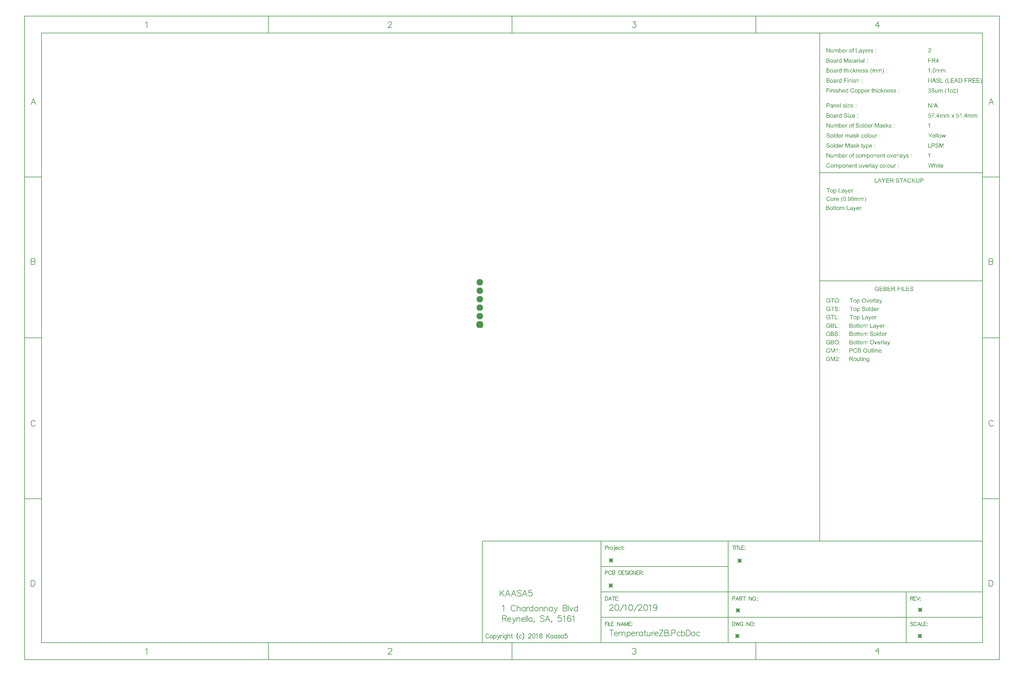
<source format=gbs>
G04*
G04 #@! TF.GenerationSoftware,Altium Limited,Altium Designer,19.1.8 (144)*
G04*
G04 Layer_Color=16711935*
%FSLAX44Y44*%
%MOMM*%
G71*
G01*
G75*
%ADD12C,0.2000*%
%ADD13C,0.2540*%
%ADD15C,0.1270*%
%ADD16C,0.1778*%
%ADD41C,1.9532*%
G04:AMPARAMS|DCode=42|XSize=1.9532mm|YSize=1.9532mm|CornerRadius=0.5391mm|HoleSize=0mm|Usage=FLASHONLY|Rotation=270.000|XOffset=0mm|YOffset=0mm|HoleType=Round|Shape=RoundedRectangle|*
%AMROUNDEDRECTD42*
21,1,1.9532,0.8750,0,0,270.0*
21,1,0.8750,1.9532,0,0,270.0*
1,1,1.0782,-0.4375,-0.4375*
1,1,1.0782,-0.4375,0.4375*
1,1,1.0782,0.4375,0.4375*
1,1,1.0782,0.4375,-0.4375*
%
%ADD42ROUNDEDRECTD42*%
G36*
X1547701Y50781D02*
X1546121D01*
Y52576D01*
X1547701D01*
Y50781D01*
D02*
G37*
G36*
X1554763Y49240D02*
X1554958Y49221D01*
X1555192Y49182D01*
X1555465Y49123D01*
X1555718Y49045D01*
X1555992Y48948D01*
X1556030Y48928D01*
X1556109Y48889D01*
X1556226Y48831D01*
X1556382Y48733D01*
X1556557Y48616D01*
X1556733Y48480D01*
X1556908Y48324D01*
X1557045Y48148D01*
X1557064Y48129D01*
X1557103Y48070D01*
X1557162Y47953D01*
X1557240Y47816D01*
X1557318Y47660D01*
X1557396Y47465D01*
X1557474Y47231D01*
X1557533Y46997D01*
Y46978D01*
X1557552Y46919D01*
X1557572Y46802D01*
X1557591Y46646D01*
Y46431D01*
X1557611Y46158D01*
X1557630Y45846D01*
Y45456D01*
Y39760D01*
X1556050D01*
Y45398D01*
Y45417D01*
Y45437D01*
Y45554D01*
Y45729D01*
X1556030Y45944D01*
X1556011Y46158D01*
X1555972Y46412D01*
X1555914Y46627D01*
X1555855Y46822D01*
Y46841D01*
X1555816Y46900D01*
X1555777Y46997D01*
X1555718Y47095D01*
X1555621Y47231D01*
X1555504Y47348D01*
X1555367Y47485D01*
X1555211Y47602D01*
X1555192Y47621D01*
X1555133Y47641D01*
X1555036Y47699D01*
X1554899Y47758D01*
X1554743Y47797D01*
X1554548Y47856D01*
X1554353Y47875D01*
X1554119Y47895D01*
X1553943D01*
X1553768Y47856D01*
X1553514Y47816D01*
X1553241Y47738D01*
X1552968Y47621D01*
X1552656Y47465D01*
X1552383Y47251D01*
X1552344Y47212D01*
X1552266Y47114D01*
X1552149Y46958D01*
X1552090Y46841D01*
X1552032Y46705D01*
X1551953Y46549D01*
X1551895Y46373D01*
X1551837Y46178D01*
X1551778Y45963D01*
X1551719Y45710D01*
X1551700Y45437D01*
X1551661Y45144D01*
Y44832D01*
Y39760D01*
X1550081D01*
Y49045D01*
X1551505D01*
Y47719D01*
X1551524Y47738D01*
X1551544Y47777D01*
X1551602Y47856D01*
X1551700Y47953D01*
X1551797Y48070D01*
X1551934Y48207D01*
X1552071Y48343D01*
X1552246Y48499D01*
X1552461Y48636D01*
X1552675Y48772D01*
X1552909Y48909D01*
X1553183Y49026D01*
X1553456Y49123D01*
X1553768Y49201D01*
X1554099Y49240D01*
X1554450Y49260D01*
X1554587D01*
X1554763Y49240D01*
D02*
G37*
G36*
X1538669Y39760D02*
X1537265D01*
Y41106D01*
X1537245Y41087D01*
X1537206Y41047D01*
X1537148Y40969D01*
X1537070Y40872D01*
X1536953Y40735D01*
X1536816Y40618D01*
X1536660Y40462D01*
X1536484Y40326D01*
X1536289Y40189D01*
X1536075Y40033D01*
X1535821Y39916D01*
X1535567Y39799D01*
X1535275Y39682D01*
X1534982Y39604D01*
X1534651Y39565D01*
X1534319Y39545D01*
X1534182D01*
X1534026Y39565D01*
X1533812Y39584D01*
X1533578Y39623D01*
X1533324Y39682D01*
X1533051Y39760D01*
X1532778Y39857D01*
X1532739Y39877D01*
X1532661Y39916D01*
X1532544Y39975D01*
X1532388Y40072D01*
X1532212Y40189D01*
X1532037Y40326D01*
X1531881Y40462D01*
X1531725Y40638D01*
X1531705Y40657D01*
X1531666Y40716D01*
X1531608Y40833D01*
X1531549Y40969D01*
X1531451Y41145D01*
X1531373Y41340D01*
X1531295Y41555D01*
X1531237Y41808D01*
Y41828D01*
X1531217Y41906D01*
Y42003D01*
X1531198Y42159D01*
X1531178Y42374D01*
Y42628D01*
X1531159Y42920D01*
Y43271D01*
Y49045D01*
X1532739D01*
Y43876D01*
Y43857D01*
Y43818D01*
Y43759D01*
Y43681D01*
Y43466D01*
X1532758Y43213D01*
Y42940D01*
X1532778Y42667D01*
X1532797Y42413D01*
X1532817Y42218D01*
Y42198D01*
X1532856Y42120D01*
X1532895Y42003D01*
X1532953Y41867D01*
X1533031Y41711D01*
X1533149Y41535D01*
X1533285Y41379D01*
X1533441Y41242D01*
X1533461Y41223D01*
X1533539Y41184D01*
X1533636Y41125D01*
X1533773Y41067D01*
X1533948Y41008D01*
X1534143Y40950D01*
X1534377Y40911D01*
X1534631Y40891D01*
X1534748D01*
X1534885Y40911D01*
X1535060Y40930D01*
X1535255Y40969D01*
X1535470Y41047D01*
X1535704Y41125D01*
X1535938Y41242D01*
X1535958Y41262D01*
X1536036Y41321D01*
X1536153Y41399D01*
X1536289Y41516D01*
X1536426Y41652D01*
X1536582Y41828D01*
X1536699Y42023D01*
X1536816Y42237D01*
X1536835Y42276D01*
X1536855Y42354D01*
X1536894Y42491D01*
X1536953Y42706D01*
X1537011Y42959D01*
X1537050Y43271D01*
X1537070Y43642D01*
X1537089Y44052D01*
Y49045D01*
X1538669D01*
Y39760D01*
D02*
G37*
G36*
X1547701D02*
X1546121D01*
Y49045D01*
X1547701D01*
Y39760D01*
D02*
G37*
G36*
X1514656Y52557D02*
X1514812D01*
X1515202Y52537D01*
X1515612Y52498D01*
X1516041Y52420D01*
X1516450Y52342D01*
X1516646Y52284D01*
X1516821Y52225D01*
X1516841D01*
X1516860Y52206D01*
X1516977Y52167D01*
X1517133Y52069D01*
X1517328Y51933D01*
X1517562Y51776D01*
X1517796Y51562D01*
X1518031Y51308D01*
X1518245Y50996D01*
X1518265Y50957D01*
X1518323Y50840D01*
X1518421Y50665D01*
X1518518Y50430D01*
X1518616Y50138D01*
X1518713Y49806D01*
X1518772Y49455D01*
X1518791Y49065D01*
Y49045D01*
Y49006D01*
Y48928D01*
X1518772Y48831D01*
Y48714D01*
X1518752Y48577D01*
X1518674Y48265D01*
X1518577Y47895D01*
X1518421Y47524D01*
X1518186Y47134D01*
X1518050Y46939D01*
X1517894Y46763D01*
X1517855Y46724D01*
X1517796Y46685D01*
X1517738Y46607D01*
X1517640Y46549D01*
X1517523Y46451D01*
X1517387Y46373D01*
X1517231Y46275D01*
X1517055Y46178D01*
X1516841Y46080D01*
X1516626Y45983D01*
X1516372Y45885D01*
X1516119Y45788D01*
X1515826Y45710D01*
X1515514Y45651D01*
X1515182Y45593D01*
X1515222Y45573D01*
X1515300Y45534D01*
X1515417Y45476D01*
X1515553Y45398D01*
X1515885Y45183D01*
X1516060Y45066D01*
X1516197Y44949D01*
X1516236Y44910D01*
X1516333Y44832D01*
X1516470Y44676D01*
X1516646Y44481D01*
X1516860Y44227D01*
X1517094Y43934D01*
X1517348Y43603D01*
X1517601Y43232D01*
X1519825Y39760D01*
X1517699D01*
X1516002Y42413D01*
Y42432D01*
X1515963Y42471D01*
X1515924Y42530D01*
X1515885Y42608D01*
X1515748Y42803D01*
X1515573Y43057D01*
X1515378Y43349D01*
X1515163Y43642D01*
X1514968Y43915D01*
X1514773Y44169D01*
X1514753Y44188D01*
X1514695Y44266D01*
X1514597Y44383D01*
X1514500Y44520D01*
X1514207Y44793D01*
X1514070Y44929D01*
X1513914Y45027D01*
X1513895Y45046D01*
X1513856Y45066D01*
X1513778Y45105D01*
X1513680Y45163D01*
X1513446Y45280D01*
X1513154Y45378D01*
X1513134D01*
X1513095Y45398D01*
X1513017D01*
X1512920Y45417D01*
X1512783Y45437D01*
X1512627D01*
X1512432Y45456D01*
X1510247D01*
Y39760D01*
X1508550D01*
Y52576D01*
X1514500D01*
X1514656Y52557D01*
D02*
G37*
G36*
X1542980Y49045D02*
X1544560D01*
Y47816D01*
X1542980D01*
Y42374D01*
Y42354D01*
Y42276D01*
Y42159D01*
X1543000Y42023D01*
X1543019Y41730D01*
X1543039Y41613D01*
X1543058Y41516D01*
X1543078Y41477D01*
X1543117Y41399D01*
X1543195Y41301D01*
X1543312Y41203D01*
X1543351Y41184D01*
X1543448Y41164D01*
X1543624Y41125D01*
X1543858Y41106D01*
X1544053D01*
X1544151Y41125D01*
X1544268D01*
X1544560Y41164D01*
X1544775Y39780D01*
X1544736D01*
X1544658Y39760D01*
X1544541Y39741D01*
X1544365Y39721D01*
X1544190Y39682D01*
X1543995Y39662D01*
X1543585Y39643D01*
X1543448D01*
X1543292Y39662D01*
X1543097Y39682D01*
X1542883Y39701D01*
X1542649Y39760D01*
X1542434Y39818D01*
X1542239Y39897D01*
X1542219Y39916D01*
X1542161Y39955D01*
X1542083Y40014D01*
X1541985Y40092D01*
X1541868Y40189D01*
X1541771Y40306D01*
X1541654Y40443D01*
X1541576Y40599D01*
Y40618D01*
X1541556Y40696D01*
X1541517Y40813D01*
X1541498Y41008D01*
X1541459Y41262D01*
X1541439Y41399D01*
X1541420Y41574D01*
Y41769D01*
X1541400Y41984D01*
Y42218D01*
Y42471D01*
Y47816D01*
X1540230D01*
Y49045D01*
X1541400D01*
Y51328D01*
X1542980Y52284D01*
Y49045D01*
D02*
G37*
G36*
X1525307Y49240D02*
X1525482Y49221D01*
X1525658Y49201D01*
X1525872Y49162D01*
X1526107Y49104D01*
X1526594Y48948D01*
X1526848Y48850D01*
X1527121Y48733D01*
X1527374Y48577D01*
X1527628Y48402D01*
X1527882Y48207D01*
X1528116Y47992D01*
X1528135Y47972D01*
X1528174Y47934D01*
X1528233Y47856D01*
X1528311Y47758D01*
X1528408Y47641D01*
X1528506Y47485D01*
X1528623Y47290D01*
X1528740Y47095D01*
X1528837Y46861D01*
X1528954Y46588D01*
X1529052Y46314D01*
X1529150Y46002D01*
X1529228Y45671D01*
X1529286Y45300D01*
X1529325Y44929D01*
X1529345Y44520D01*
Y44500D01*
Y44442D01*
Y44344D01*
Y44227D01*
X1529325Y44071D01*
Y43896D01*
X1529306Y43700D01*
X1529286Y43486D01*
X1529208Y43037D01*
X1529111Y42569D01*
X1528974Y42101D01*
X1528799Y41691D01*
Y41672D01*
X1528779Y41652D01*
X1528701Y41516D01*
X1528564Y41340D01*
X1528389Y41106D01*
X1528174Y40852D01*
X1527901Y40599D01*
X1527589Y40345D01*
X1527218Y40111D01*
X1527199D01*
X1527179Y40092D01*
X1527121Y40053D01*
X1527043Y40033D01*
X1526828Y39936D01*
X1526555Y39838D01*
X1526223Y39721D01*
X1525853Y39643D01*
X1525443Y39565D01*
X1524995Y39545D01*
X1524799D01*
X1524663Y39565D01*
X1524507Y39584D01*
X1524312Y39604D01*
X1524097Y39643D01*
X1523863Y39701D01*
X1523376Y39857D01*
X1523102Y39955D01*
X1522849Y40072D01*
X1522576Y40209D01*
X1522322Y40384D01*
X1522068Y40579D01*
X1521834Y40794D01*
X1521815Y40813D01*
X1521776Y40852D01*
X1521717Y40930D01*
X1521659Y41028D01*
X1521561Y41164D01*
X1521464Y41321D01*
X1521347Y41496D01*
X1521249Y41711D01*
X1521132Y41964D01*
X1521015Y42218D01*
X1520918Y42530D01*
X1520840Y42842D01*
X1520762Y43193D01*
X1520703Y43564D01*
X1520664Y43973D01*
X1520645Y44403D01*
Y44442D01*
Y44520D01*
X1520664Y44656D01*
Y44832D01*
X1520683Y45046D01*
X1520723Y45280D01*
X1520762Y45554D01*
X1520820Y45846D01*
X1520898Y46158D01*
X1520996Y46470D01*
X1521113Y46783D01*
X1521249Y47095D01*
X1521405Y47407D01*
X1521600Y47699D01*
X1521815Y47972D01*
X1522068Y48226D01*
X1522088Y48246D01*
X1522127Y48265D01*
X1522186Y48324D01*
X1522283Y48382D01*
X1522400Y48460D01*
X1522537Y48558D01*
X1522693Y48655D01*
X1522888Y48753D01*
X1523083Y48831D01*
X1523297Y48928D01*
X1523805Y49104D01*
X1524370Y49221D01*
X1524682Y49240D01*
X1524995Y49260D01*
X1525170D01*
X1525307Y49240D01*
D02*
G37*
G36*
X1563716D02*
X1563853Y49221D01*
X1564028Y49182D01*
X1564399Y49084D01*
X1564614Y49026D01*
X1564828Y48928D01*
X1565062Y48831D01*
X1565296Y48694D01*
X1565511Y48538D01*
X1565745Y48363D01*
X1565960Y48148D01*
X1566155Y47914D01*
Y49045D01*
X1567598D01*
Y41008D01*
Y40989D01*
Y40911D01*
Y40813D01*
Y40657D01*
X1567579Y40482D01*
Y40287D01*
X1567559Y40053D01*
X1567540Y39818D01*
X1567481Y39331D01*
X1567403Y38824D01*
X1567306Y38355D01*
X1567228Y38141D01*
X1567150Y37965D01*
Y37946D01*
X1567130Y37926D01*
X1567072Y37809D01*
X1566954Y37653D01*
X1566818Y37439D01*
X1566623Y37204D01*
X1566389Y36970D01*
X1566096Y36736D01*
X1565765Y36522D01*
X1565745D01*
X1565726Y36502D01*
X1565667Y36483D01*
X1565589Y36444D01*
X1565394Y36346D01*
X1565121Y36268D01*
X1564770Y36171D01*
X1564360Y36073D01*
X1563911Y36015D01*
X1563404Y35995D01*
X1563248D01*
X1563131Y36015D01*
X1562995D01*
X1562819Y36034D01*
X1562448Y36093D01*
X1562019Y36190D01*
X1561571Y36307D01*
X1561122Y36502D01*
X1560712Y36756D01*
X1560693D01*
X1560673Y36795D01*
X1560556Y36892D01*
X1560400Y37068D01*
X1560205Y37322D01*
X1560029Y37634D01*
X1559873Y38024D01*
X1559776Y38472D01*
X1559737Y38726D01*
Y38999D01*
X1561258Y38785D01*
Y38746D01*
X1561278Y38668D01*
X1561317Y38551D01*
X1561356Y38394D01*
X1561434Y38219D01*
X1561532Y38043D01*
X1561649Y37887D01*
X1561805Y37751D01*
X1561824Y37731D01*
X1561922Y37673D01*
X1562039Y37614D01*
X1562234Y37536D01*
X1562448Y37439D01*
X1562722Y37380D01*
X1563053Y37322D01*
X1563404Y37302D01*
X1563580D01*
X1563775Y37322D01*
X1564028Y37361D01*
X1564302Y37419D01*
X1564575Y37497D01*
X1564848Y37595D01*
X1565082Y37751D01*
X1565101Y37770D01*
X1565179Y37829D01*
X1565277Y37926D01*
X1565414Y38063D01*
X1565550Y38238D01*
X1565667Y38433D01*
X1565784Y38687D01*
X1565882Y38960D01*
Y38980D01*
X1565901Y39058D01*
X1565921Y39194D01*
X1565940Y39389D01*
X1565979Y39662D01*
Y39838D01*
X1565999Y40014D01*
Y40228D01*
Y40443D01*
Y40696D01*
Y40969D01*
X1565979Y40950D01*
X1565960Y40911D01*
X1565901Y40852D01*
X1565823Y40774D01*
X1565706Y40696D01*
X1565589Y40579D01*
X1565296Y40365D01*
X1564926Y40150D01*
X1564477Y39955D01*
X1564243Y39877D01*
X1563990Y39818D01*
X1563716Y39780D01*
X1563443Y39760D01*
X1563268D01*
X1563131Y39780D01*
X1562975Y39799D01*
X1562780Y39838D01*
X1562585Y39877D01*
X1562351Y39936D01*
X1562117Y39994D01*
X1561883Y40092D01*
X1561629Y40209D01*
X1561395Y40345D01*
X1561141Y40501D01*
X1560907Y40677D01*
X1560693Y40891D01*
X1560478Y41125D01*
X1560459Y41145D01*
X1560439Y41184D01*
X1560381Y41262D01*
X1560322Y41379D01*
X1560244Y41516D01*
X1560146Y41672D01*
X1560049Y41847D01*
X1559951Y42062D01*
X1559854Y42296D01*
X1559756Y42550D01*
X1559678Y42823D01*
X1559581Y43115D01*
X1559464Y43739D01*
X1559444Y44091D01*
X1559425Y44442D01*
Y44461D01*
Y44500D01*
Y44578D01*
Y44676D01*
X1559444Y44793D01*
Y44929D01*
X1559483Y45241D01*
X1559542Y45632D01*
X1559620Y46041D01*
X1559737Y46470D01*
X1559893Y46900D01*
Y46919D01*
X1559913Y46958D01*
X1559951Y47017D01*
X1559991Y47095D01*
X1560088Y47290D01*
X1560244Y47543D01*
X1560459Y47816D01*
X1560693Y48109D01*
X1560966Y48382D01*
X1561297Y48636D01*
X1561317D01*
X1561337Y48655D01*
X1561395Y48694D01*
X1561454Y48733D01*
X1561649Y48831D01*
X1561902Y48948D01*
X1562234Y49065D01*
X1562585Y49162D01*
X1562995Y49240D01*
X1563443Y49260D01*
X1563599D01*
X1563716Y49240D01*
D02*
G37*
G36*
X1584511Y75781D02*
X1582931D01*
Y77576D01*
X1584511D01*
Y75781D01*
D02*
G37*
G36*
X1526360Y77771D02*
X1526516Y77752D01*
X1526711Y77732D01*
X1526926Y77713D01*
X1527160Y77674D01*
X1527667Y77557D01*
X1528213Y77381D01*
X1528486Y77264D01*
X1528759Y77127D01*
X1529013Y76971D01*
X1529267Y76796D01*
X1529286Y76776D01*
X1529325Y76757D01*
X1529384Y76698D01*
X1529481Y76620D01*
X1529579Y76523D01*
X1529715Y76386D01*
X1529852Y76250D01*
X1529988Y76094D01*
X1530145Y75899D01*
X1530281Y75704D01*
X1530437Y75469D01*
X1530593Y75216D01*
X1530730Y74962D01*
X1530866Y74670D01*
X1531100Y74045D01*
X1529423Y73655D01*
Y73675D01*
X1529403Y73714D01*
X1529384Y73792D01*
X1529345Y73889D01*
X1529286Y74006D01*
X1529228Y74143D01*
X1529091Y74436D01*
X1528916Y74767D01*
X1528681Y75118D01*
X1528428Y75430D01*
X1528116Y75704D01*
X1528077Y75723D01*
X1527960Y75801D01*
X1527784Y75899D01*
X1527531Y76035D01*
X1527238Y76152D01*
X1526867Y76250D01*
X1526458Y76328D01*
X1525989Y76347D01*
X1525853D01*
X1525755Y76328D01*
X1525619D01*
X1525482Y76308D01*
X1525131Y76250D01*
X1524741Y76172D01*
X1524331Y76035D01*
X1523922Y75859D01*
X1523531Y75626D01*
X1523512D01*
X1523492Y75586D01*
X1523376Y75489D01*
X1523200Y75333D01*
X1522985Y75118D01*
X1522771Y74845D01*
X1522537Y74533D01*
X1522322Y74143D01*
X1522146Y73714D01*
Y73694D01*
X1522127Y73655D01*
X1522108Y73597D01*
X1522088Y73499D01*
X1522049Y73402D01*
X1522030Y73265D01*
X1521951Y72953D01*
X1521873Y72582D01*
X1521815Y72173D01*
X1521776Y71724D01*
X1521756Y71256D01*
Y71236D01*
Y71178D01*
Y71100D01*
Y70983D01*
X1521776Y70846D01*
Y70671D01*
X1521795Y70495D01*
X1521815Y70300D01*
X1521873Y69851D01*
X1521951Y69364D01*
X1522068Y68876D01*
X1522224Y68408D01*
Y68388D01*
X1522244Y68349D01*
X1522283Y68291D01*
X1522322Y68213D01*
X1522420Y67979D01*
X1522576Y67725D01*
X1522790Y67413D01*
X1523044Y67120D01*
X1523336Y66828D01*
X1523688Y66574D01*
X1523707D01*
X1523727Y66555D01*
X1523785Y66516D01*
X1523863Y66477D01*
X1524078Y66399D01*
X1524351Y66281D01*
X1524663Y66184D01*
X1525034Y66086D01*
X1525443Y66008D01*
X1525872Y65989D01*
X1526009D01*
X1526107Y66008D01*
X1526223D01*
X1526380Y66028D01*
X1526711Y66086D01*
X1527082Y66184D01*
X1527491Y66340D01*
X1527882Y66535D01*
X1528272Y66808D01*
X1528291Y66828D01*
X1528311Y66847D01*
X1528428Y66964D01*
X1528603Y67159D01*
X1528818Y67413D01*
X1529033Y67764D01*
X1529267Y68174D01*
X1529462Y68681D01*
X1529618Y69247D01*
X1531315Y68817D01*
Y68798D01*
X1531295Y68720D01*
X1531256Y68622D01*
X1531217Y68466D01*
X1531139Y68310D01*
X1531061Y68096D01*
X1530983Y67881D01*
X1530866Y67647D01*
X1530613Y67120D01*
X1530262Y66594D01*
X1529871Y66086D01*
X1529637Y65852D01*
X1529384Y65638D01*
X1529364Y65618D01*
X1529325Y65599D01*
X1529247Y65540D01*
X1529130Y65462D01*
X1528994Y65384D01*
X1528837Y65287D01*
X1528662Y65189D01*
X1528447Y65092D01*
X1528213Y64994D01*
X1527960Y64896D01*
X1527667Y64799D01*
X1527374Y64721D01*
X1526731Y64584D01*
X1526380Y64565D01*
X1526009Y64545D01*
X1525814D01*
X1525658Y64565D01*
X1525482D01*
X1525287Y64584D01*
X1525053Y64623D01*
X1524819Y64643D01*
X1524273Y64760D01*
X1523707Y64896D01*
X1523161Y65111D01*
X1522888Y65228D01*
X1522634Y65384D01*
X1522615Y65404D01*
X1522576Y65423D01*
X1522517Y65482D01*
X1522420Y65540D01*
X1522186Y65735D01*
X1521912Y66008D01*
X1521581Y66340D01*
X1521269Y66769D01*
X1520937Y67257D01*
X1520664Y67823D01*
Y67842D01*
X1520645Y67901D01*
X1520605Y67979D01*
X1520566Y68096D01*
X1520508Y68252D01*
X1520449Y68427D01*
X1520391Y68622D01*
X1520332Y68857D01*
X1520274Y69090D01*
X1520215Y69364D01*
X1520098Y69949D01*
X1520020Y70573D01*
X1520001Y71256D01*
Y71275D01*
Y71353D01*
Y71451D01*
X1520020Y71588D01*
Y71763D01*
X1520040Y71978D01*
X1520059Y72192D01*
X1520098Y72446D01*
X1520196Y72992D01*
X1520313Y73577D01*
X1520508Y74182D01*
X1520762Y74748D01*
Y74767D01*
X1520800Y74806D01*
X1520840Y74884D01*
X1520898Y75001D01*
X1520976Y75118D01*
X1521074Y75255D01*
X1521327Y75586D01*
X1521620Y75957D01*
X1521991Y76328D01*
X1522439Y76698D01*
X1522927Y77010D01*
X1522946D01*
X1522985Y77049D01*
X1523063Y77088D01*
X1523180Y77127D01*
X1523297Y77186D01*
X1523454Y77264D01*
X1523649Y77323D01*
X1523844Y77401D01*
X1524058Y77479D01*
X1524292Y77537D01*
X1524819Y77674D01*
X1525404Y77752D01*
X1526028Y77791D01*
X1526223D01*
X1526360Y77771D01*
D02*
G37*
G36*
X1591573Y74240D02*
X1591768Y74221D01*
X1592002Y74182D01*
X1592275Y74123D01*
X1592529Y74045D01*
X1592802Y73948D01*
X1592841Y73928D01*
X1592919Y73889D01*
X1593036Y73831D01*
X1593192Y73733D01*
X1593367Y73616D01*
X1593543Y73480D01*
X1593718Y73324D01*
X1593855Y73148D01*
X1593875Y73128D01*
X1593914Y73070D01*
X1593972Y72953D01*
X1594050Y72816D01*
X1594128Y72660D01*
X1594206Y72465D01*
X1594284Y72231D01*
X1594343Y71997D01*
Y71978D01*
X1594362Y71919D01*
X1594382Y71802D01*
X1594401Y71646D01*
Y71431D01*
X1594421Y71158D01*
X1594440Y70846D01*
Y70456D01*
Y64760D01*
X1592860D01*
Y70398D01*
Y70417D01*
Y70437D01*
Y70554D01*
Y70729D01*
X1592841Y70944D01*
X1592821Y71158D01*
X1592782Y71412D01*
X1592724Y71627D01*
X1592665Y71821D01*
Y71841D01*
X1592626Y71900D01*
X1592587Y71997D01*
X1592529Y72095D01*
X1592431Y72231D01*
X1592314Y72348D01*
X1592177Y72485D01*
X1592021Y72602D01*
X1592002Y72621D01*
X1591943Y72641D01*
X1591846Y72699D01*
X1591709Y72758D01*
X1591553Y72797D01*
X1591358Y72855D01*
X1591163Y72875D01*
X1590929Y72894D01*
X1590753D01*
X1590578Y72855D01*
X1590324Y72816D01*
X1590051Y72738D01*
X1589778Y72621D01*
X1589466Y72465D01*
X1589193Y72251D01*
X1589154Y72212D01*
X1589076Y72114D01*
X1588959Y71958D01*
X1588900Y71841D01*
X1588842Y71705D01*
X1588764Y71548D01*
X1588705Y71373D01*
X1588647Y71178D01*
X1588588Y70963D01*
X1588530Y70710D01*
X1588510Y70437D01*
X1588471Y70144D01*
Y69832D01*
Y64760D01*
X1586891D01*
Y74045D01*
X1588315D01*
Y72719D01*
X1588334Y72738D01*
X1588354Y72777D01*
X1588412Y72855D01*
X1588510Y72953D01*
X1588607Y73070D01*
X1588744Y73207D01*
X1588881Y73343D01*
X1589056Y73499D01*
X1589271Y73636D01*
X1589485Y73772D01*
X1589720Y73909D01*
X1589993Y74026D01*
X1590266Y74123D01*
X1590578Y74201D01*
X1590909Y74240D01*
X1591261Y74260D01*
X1591397D01*
X1591573Y74240D01*
D02*
G37*
G36*
X1571500Y64760D02*
X1570095D01*
Y66106D01*
X1570076Y66086D01*
X1570037Y66047D01*
X1569978Y65969D01*
X1569900Y65872D01*
X1569783Y65735D01*
X1569646Y65618D01*
X1569491Y65462D01*
X1569315Y65326D01*
X1569120Y65189D01*
X1568905Y65033D01*
X1568652Y64916D01*
X1568398Y64799D01*
X1568105Y64682D01*
X1567813Y64604D01*
X1567481Y64565D01*
X1567150Y64545D01*
X1567013D01*
X1566857Y64565D01*
X1566642Y64584D01*
X1566408Y64623D01*
X1566155Y64682D01*
X1565882Y64760D01*
X1565609Y64858D01*
X1565569Y64877D01*
X1565491Y64916D01*
X1565374Y64974D01*
X1565218Y65072D01*
X1565043Y65189D01*
X1564867Y65326D01*
X1564711Y65462D01*
X1564555Y65638D01*
X1564536Y65657D01*
X1564497Y65716D01*
X1564438Y65833D01*
X1564380Y65969D01*
X1564282Y66145D01*
X1564204Y66340D01*
X1564126Y66555D01*
X1564068Y66808D01*
Y66828D01*
X1564048Y66906D01*
Y67003D01*
X1564028Y67159D01*
X1564009Y67374D01*
Y67628D01*
X1563990Y67920D01*
Y68271D01*
Y74045D01*
X1565569D01*
Y68876D01*
Y68857D01*
Y68817D01*
Y68759D01*
Y68681D01*
Y68466D01*
X1565589Y68213D01*
Y67940D01*
X1565609Y67667D01*
X1565628Y67413D01*
X1565648Y67218D01*
Y67198D01*
X1565687Y67120D01*
X1565726Y67003D01*
X1565784Y66867D01*
X1565862Y66711D01*
X1565979Y66535D01*
X1566116Y66379D01*
X1566272Y66242D01*
X1566291Y66223D01*
X1566369Y66184D01*
X1566467Y66125D01*
X1566603Y66067D01*
X1566779Y66008D01*
X1566974Y65950D01*
X1567208Y65911D01*
X1567462Y65891D01*
X1567579D01*
X1567715Y65911D01*
X1567891Y65930D01*
X1568086Y65969D01*
X1568300Y66047D01*
X1568535Y66125D01*
X1568769Y66242D01*
X1568788Y66262D01*
X1568866Y66321D01*
X1568983Y66399D01*
X1569120Y66516D01*
X1569256Y66652D01*
X1569413Y66828D01*
X1569530Y67023D01*
X1569646Y67237D01*
X1569666Y67276D01*
X1569686Y67354D01*
X1569725Y67491D01*
X1569783Y67705D01*
X1569842Y67959D01*
X1569881Y68271D01*
X1569900Y68642D01*
X1569920Y69051D01*
Y74045D01*
X1571500D01*
Y64760D01*
D02*
G37*
G36*
X1584511D02*
X1582931D01*
Y74045D01*
X1584511D01*
Y64760D01*
D02*
G37*
G36*
X1580493D02*
X1578913D01*
Y77576D01*
X1580493D01*
Y64760D01*
D02*
G37*
G36*
X1538493Y77557D02*
X1538630D01*
X1538962Y77537D01*
X1539332Y77479D01*
X1539722Y77420D01*
X1540113Y77323D01*
X1540464Y77186D01*
X1540483D01*
X1540503Y77167D01*
X1540620Y77108D01*
X1540776Y77010D01*
X1540971Y76893D01*
X1541205Y76718D01*
X1541439Y76503D01*
X1541654Y76269D01*
X1541868Y75977D01*
X1541888Y75938D01*
X1541946Y75840D01*
X1542024Y75665D01*
X1542122Y75450D01*
X1542219Y75196D01*
X1542297Y74923D01*
X1542356Y74611D01*
X1542375Y74279D01*
Y74240D01*
Y74143D01*
X1542356Y73987D01*
X1542317Y73772D01*
X1542258Y73538D01*
X1542180Y73285D01*
X1542083Y72992D01*
X1541927Y72719D01*
X1541907Y72680D01*
X1541849Y72602D01*
X1541732Y72465D01*
X1541595Y72309D01*
X1541400Y72114D01*
X1541166Y71939D01*
X1540893Y71743D01*
X1540561Y71568D01*
X1540581D01*
X1540620Y71548D01*
X1540678Y71529D01*
X1540756Y71509D01*
X1540971Y71412D01*
X1541225Y71295D01*
X1541517Y71119D01*
X1541810Y70924D01*
X1542102Y70690D01*
X1542356Y70398D01*
X1542375Y70359D01*
X1542453Y70261D01*
X1542551Y70085D01*
X1542688Y69851D01*
X1542805Y69559D01*
X1542902Y69247D01*
X1542980Y68876D01*
X1543000Y68466D01*
Y68427D01*
Y68310D01*
X1542980Y68135D01*
X1542961Y67920D01*
X1542902Y67667D01*
X1542844Y67374D01*
X1542746Y67081D01*
X1542610Y66789D01*
X1542590Y66750D01*
X1542551Y66652D01*
X1542453Y66516D01*
X1542356Y66340D01*
X1542219Y66145D01*
X1542063Y65950D01*
X1541868Y65755D01*
X1541673Y65579D01*
X1541654Y65560D01*
X1541576Y65521D01*
X1541459Y65443D01*
X1541283Y65345D01*
X1541088Y65248D01*
X1540834Y65150D01*
X1540561Y65052D01*
X1540269Y64955D01*
X1540230D01*
X1540113Y64916D01*
X1539937Y64896D01*
X1539703Y64858D01*
X1539391Y64819D01*
X1539040Y64799D01*
X1538650Y64760D01*
X1533324D01*
Y77576D01*
X1538357D01*
X1538493Y77557D01*
D02*
G37*
G36*
X1514090D02*
X1514402Y77537D01*
X1514734Y77518D01*
X1515046Y77479D01*
X1515319Y77440D01*
X1515358D01*
X1515475Y77401D01*
X1515651Y77362D01*
X1515865Y77303D01*
X1516119Y77225D01*
X1516372Y77127D01*
X1516646Y76991D01*
X1516899Y76835D01*
X1516919Y76815D01*
X1517016Y76757D01*
X1517133Y76659D01*
X1517270Y76523D01*
X1517426Y76347D01*
X1517601Y76133D01*
X1517777Y75899D01*
X1517933Y75606D01*
X1517953Y75567D01*
X1517991Y75469D01*
X1518050Y75313D01*
X1518128Y75099D01*
X1518206Y74845D01*
X1518265Y74553D01*
X1518304Y74221D01*
X1518323Y73870D01*
Y73850D01*
Y73792D01*
Y73714D01*
X1518304Y73597D01*
X1518284Y73460D01*
X1518265Y73285D01*
X1518245Y73109D01*
X1518186Y72914D01*
X1518069Y72465D01*
X1517874Y72017D01*
X1517757Y71782D01*
X1517621Y71548D01*
X1517465Y71314D01*
X1517270Y71100D01*
X1517250Y71080D01*
X1517211Y71061D01*
X1517153Y71002D01*
X1517075Y70924D01*
X1516938Y70846D01*
X1516801Y70749D01*
X1516626Y70651D01*
X1516411Y70554D01*
X1516177Y70437D01*
X1515904Y70339D01*
X1515592Y70241D01*
X1515260Y70163D01*
X1514870Y70085D01*
X1514461Y70027D01*
X1514012Y70007D01*
X1513524Y69988D01*
X1510247D01*
Y64760D01*
X1508550D01*
Y77576D01*
X1513797D01*
X1514090Y77557D01*
D02*
G37*
G36*
X1575811Y74045D02*
X1577391D01*
Y72816D01*
X1575811D01*
Y67374D01*
Y67354D01*
Y67276D01*
Y67159D01*
X1575830Y67023D01*
X1575850Y66730D01*
X1575869Y66613D01*
X1575889Y66516D01*
X1575908Y66477D01*
X1575947Y66399D01*
X1576025Y66301D01*
X1576142Y66203D01*
X1576181Y66184D01*
X1576279Y66164D01*
X1576455Y66125D01*
X1576689Y66106D01*
X1576884D01*
X1576981Y66125D01*
X1577098D01*
X1577391Y66164D01*
X1577605Y64779D01*
X1577567D01*
X1577488Y64760D01*
X1577371Y64740D01*
X1577196Y64721D01*
X1577020Y64682D01*
X1576825Y64662D01*
X1576416Y64643D01*
X1576279D01*
X1576123Y64662D01*
X1575928Y64682D01*
X1575713Y64701D01*
X1575479Y64760D01*
X1575265Y64819D01*
X1575069Y64896D01*
X1575050Y64916D01*
X1574991Y64955D01*
X1574913Y65013D01*
X1574816Y65092D01*
X1574699Y65189D01*
X1574601Y65306D01*
X1574484Y65443D01*
X1574406Y65599D01*
Y65618D01*
X1574387Y65696D01*
X1574348Y65813D01*
X1574328Y66008D01*
X1574289Y66262D01*
X1574270Y66399D01*
X1574250Y66574D01*
Y66769D01*
X1574231Y66984D01*
Y67218D01*
Y67471D01*
Y72816D01*
X1573060D01*
Y74045D01*
X1574231D01*
Y76328D01*
X1575811Y77284D01*
Y74045D01*
D02*
G37*
G36*
X1600956Y74240D02*
X1601112Y74221D01*
X1601307Y74201D01*
X1601502Y74162D01*
X1601736Y74104D01*
X1602204Y73948D01*
X1602458Y73850D01*
X1602711Y73714D01*
X1602965Y73577D01*
X1603218Y73402D01*
X1603452Y73207D01*
X1603687Y72972D01*
X1603706Y72953D01*
X1603745Y72914D01*
X1603804Y72836D01*
X1603882Y72738D01*
X1603960Y72602D01*
X1604057Y72446D01*
X1604174Y72270D01*
X1604291Y72056D01*
X1604389Y71802D01*
X1604506Y71548D01*
X1604603Y71256D01*
X1604701Y70924D01*
X1604760Y70593D01*
X1604818Y70222D01*
X1604857Y69832D01*
X1604877Y69403D01*
Y69383D01*
Y69305D01*
Y69169D01*
X1604857Y68993D01*
X1597952D01*
Y68973D01*
Y68934D01*
X1597971Y68837D01*
Y68739D01*
X1597991Y68603D01*
X1598010Y68466D01*
X1598088Y68115D01*
X1598205Y67744D01*
X1598342Y67354D01*
X1598556Y66964D01*
X1598810Y66633D01*
X1598849Y66594D01*
X1598946Y66516D01*
X1599122Y66379D01*
X1599337Y66242D01*
X1599629Y66086D01*
X1599961Y65950D01*
X1600331Y65872D01*
X1600741Y65833D01*
X1600897D01*
X1601053Y65852D01*
X1601248Y65891D01*
X1601482Y65950D01*
X1601736Y66028D01*
X1601989Y66125D01*
X1602224Y66281D01*
X1602243Y66301D01*
X1602321Y66379D01*
X1602438Y66477D01*
X1602575Y66652D01*
X1602731Y66847D01*
X1602887Y67101D01*
X1603043Y67413D01*
X1603199Y67764D01*
X1604818Y67550D01*
Y67530D01*
X1604798Y67491D01*
X1604779Y67413D01*
X1604740Y67315D01*
X1604701Y67198D01*
X1604642Y67062D01*
X1604486Y66730D01*
X1604291Y66379D01*
X1604057Y66008D01*
X1603745Y65638D01*
X1603394Y65326D01*
X1603374D01*
X1603355Y65287D01*
X1603297Y65248D01*
X1603199Y65209D01*
X1603101Y65150D01*
X1602984Y65072D01*
X1602848Y65013D01*
X1602672Y64935D01*
X1602302Y64799D01*
X1601833Y64662D01*
X1601326Y64584D01*
X1600741Y64545D01*
X1600546D01*
X1600409Y64565D01*
X1600234Y64584D01*
X1600039Y64604D01*
X1599824Y64643D01*
X1599571Y64701D01*
X1599063Y64858D01*
X1598790Y64955D01*
X1598537Y65072D01*
X1598264Y65209D01*
X1598010Y65384D01*
X1597756Y65579D01*
X1597522Y65794D01*
X1597503Y65813D01*
X1597464Y65852D01*
X1597405Y65930D01*
X1597347Y66028D01*
X1597249Y66145D01*
X1597152Y66301D01*
X1597035Y66496D01*
X1596937Y66711D01*
X1596820Y66945D01*
X1596703Y67198D01*
X1596606Y67491D01*
X1596528Y67803D01*
X1596449Y68135D01*
X1596391Y68505D01*
X1596352Y68896D01*
X1596332Y69305D01*
Y69325D01*
Y69403D01*
Y69539D01*
X1596352Y69695D01*
X1596371Y69890D01*
X1596391Y70124D01*
X1596430Y70378D01*
X1596488Y70651D01*
X1596625Y71236D01*
X1596723Y71529D01*
X1596840Y71841D01*
X1596976Y72134D01*
X1597132Y72426D01*
X1597308Y72699D01*
X1597522Y72953D01*
X1597542Y72972D01*
X1597581Y73011D01*
X1597639Y73070D01*
X1597737Y73168D01*
X1597854Y73265D01*
X1598010Y73363D01*
X1598166Y73480D01*
X1598361Y73616D01*
X1598576Y73733D01*
X1598810Y73850D01*
X1599063Y73948D01*
X1599356Y74065D01*
X1599649Y74143D01*
X1599961Y74201D01*
X1600292Y74240D01*
X1600643Y74260D01*
X1600819D01*
X1600956Y74240D01*
D02*
G37*
G36*
X1556206Y77771D02*
X1556362D01*
X1556557Y77752D01*
X1556752Y77713D01*
X1556986Y77693D01*
X1557474Y77576D01*
X1558020Y77420D01*
X1558566Y77225D01*
X1558840Y77088D01*
X1559113Y76932D01*
X1559132D01*
X1559171Y76893D01*
X1559249Y76854D01*
X1559347Y76776D01*
X1559464Y76698D01*
X1559600Y76581D01*
X1559913Y76328D01*
X1560264Y75996D01*
X1560634Y75586D01*
X1560966Y75118D01*
X1561278Y74572D01*
Y74553D01*
X1561317Y74494D01*
X1561356Y74416D01*
X1561395Y74299D01*
X1561454Y74162D01*
X1561512Y73987D01*
X1561590Y73792D01*
X1561668Y73577D01*
X1561727Y73324D01*
X1561805Y73070D01*
X1561922Y72485D01*
X1562000Y71841D01*
X1562039Y71139D01*
Y71119D01*
Y71061D01*
Y70944D01*
X1562019Y70807D01*
Y70632D01*
X1562000Y70437D01*
X1561980Y70222D01*
X1561941Y69968D01*
X1561844Y69422D01*
X1561707Y68837D01*
X1561512Y68232D01*
X1561239Y67647D01*
Y67628D01*
X1561200Y67589D01*
X1561161Y67510D01*
X1561102Y67393D01*
X1561005Y67276D01*
X1560907Y67120D01*
X1560673Y66789D01*
X1560361Y66418D01*
X1559971Y66028D01*
X1559522Y65657D01*
X1559015Y65326D01*
X1558996D01*
X1558957Y65287D01*
X1558879Y65248D01*
X1558761Y65209D01*
X1558625Y65150D01*
X1558469Y65072D01*
X1558293Y65013D01*
X1558079Y64935D01*
X1557630Y64799D01*
X1557103Y64662D01*
X1556518Y64584D01*
X1555914Y64545D01*
X1555738D01*
X1555601Y64565D01*
X1555445D01*
X1555270Y64584D01*
X1555055Y64623D01*
X1554821Y64662D01*
X1554333Y64760D01*
X1553787Y64916D01*
X1553221Y65131D01*
X1552948Y65248D01*
X1552675Y65404D01*
X1552656Y65423D01*
X1552617Y65443D01*
X1552539Y65501D01*
X1552441Y65560D01*
X1552324Y65657D01*
X1552188Y65755D01*
X1551875Y66028D01*
X1551524Y66379D01*
X1551154Y66769D01*
X1550822Y67257D01*
X1550510Y67784D01*
Y67803D01*
X1550471Y67862D01*
X1550452Y67940D01*
X1550393Y68057D01*
X1550334Y68193D01*
X1550276Y68349D01*
X1550217Y68544D01*
X1550159Y68759D01*
X1550081Y68993D01*
X1550022Y69227D01*
X1549905Y69773D01*
X1549827Y70359D01*
X1549788Y70983D01*
Y71022D01*
Y71119D01*
X1549808Y71295D01*
Y71509D01*
X1549847Y71782D01*
X1549886Y72095D01*
X1549925Y72426D01*
X1550003Y72816D01*
X1550100Y73207D01*
X1550198Y73616D01*
X1550334Y74026D01*
X1550510Y74436D01*
X1550705Y74845D01*
X1550920Y75255D01*
X1551193Y75626D01*
X1551485Y75977D01*
X1551505Y75996D01*
X1551563Y76055D01*
X1551661Y76152D01*
X1551797Y76269D01*
X1551973Y76406D01*
X1552168Y76542D01*
X1552402Y76718D01*
X1552675Y76893D01*
X1552987Y77049D01*
X1553319Y77225D01*
X1553690Y77362D01*
X1554080Y77518D01*
X1554489Y77615D01*
X1554938Y77713D01*
X1555426Y77771D01*
X1555914Y77791D01*
X1556089D01*
X1556206Y77771D01*
D02*
G37*
G36*
X1445300Y52771D02*
X1445456D01*
X1445787Y52732D01*
X1446158Y52674D01*
X1446587Y52596D01*
X1447016Y52479D01*
X1447445Y52323D01*
X1447465D01*
X1447504Y52303D01*
X1447562Y52284D01*
X1447640Y52245D01*
X1447835Y52147D01*
X1448089Y51991D01*
X1448382Y51815D01*
X1448674Y51601D01*
X1448967Y51367D01*
X1449220Y51074D01*
X1449240Y51035D01*
X1449318Y50938D01*
X1449435Y50762D01*
X1449591Y50508D01*
X1449747Y50216D01*
X1449903Y49865D01*
X1450059Y49455D01*
X1450196Y48987D01*
X1448655Y48558D01*
Y48577D01*
X1448635Y48597D01*
X1448616Y48714D01*
X1448538Y48889D01*
X1448460Y49123D01*
X1448362Y49358D01*
X1448245Y49611D01*
X1448109Y49865D01*
X1447953Y50099D01*
X1447933Y50118D01*
X1447874Y50196D01*
X1447777Y50294D01*
X1447640Y50430D01*
X1447465Y50567D01*
X1447250Y50723D01*
X1447016Y50859D01*
X1446723Y50996D01*
X1446685Y51016D01*
X1446587Y51055D01*
X1446411Y51113D01*
X1446197Y51172D01*
X1445943Y51230D01*
X1445651Y51289D01*
X1445319Y51328D01*
X1444968Y51347D01*
X1444773D01*
X1444558Y51328D01*
X1444285Y51308D01*
X1443973Y51250D01*
X1443622Y51191D01*
X1443290Y51094D01*
X1442959Y50977D01*
X1442920Y50957D01*
X1442822Y50918D01*
X1442666Y50840D01*
X1442471Y50723D01*
X1442256Y50586D01*
X1442022Y50430D01*
X1441808Y50255D01*
X1441593Y50040D01*
X1441574Y50021D01*
X1441515Y49943D01*
X1441418Y49826D01*
X1441301Y49670D01*
X1441164Y49475D01*
X1441027Y49260D01*
X1440910Y49026D01*
X1440793Y48772D01*
Y48753D01*
X1440774Y48714D01*
X1440754Y48655D01*
X1440715Y48558D01*
X1440676Y48460D01*
X1440637Y48324D01*
X1440559Y48011D01*
X1440462Y47621D01*
X1440384Y47192D01*
X1440325Y46705D01*
X1440306Y46197D01*
Y46178D01*
Y46119D01*
Y46041D01*
X1440325Y45905D01*
Y45768D01*
X1440345Y45593D01*
X1440364Y45398D01*
X1440384Y45202D01*
X1440442Y44734D01*
X1440559Y44247D01*
X1440696Y43778D01*
X1440891Y43310D01*
Y43291D01*
X1440910Y43252D01*
X1440949Y43193D01*
X1441008Y43115D01*
X1441145Y42920D01*
X1441320Y42667D01*
X1441554Y42393D01*
X1441847Y42101D01*
X1442198Y41828D01*
X1442588Y41594D01*
X1442608D01*
X1442646Y41574D01*
X1442705Y41535D01*
X1442783Y41516D01*
X1442881Y41477D01*
X1443017Y41418D01*
X1443310Y41321D01*
X1443680Y41223D01*
X1444070Y41125D01*
X1444519Y41067D01*
X1444987Y41047D01*
X1445182D01*
X1445397Y41067D01*
X1445670Y41106D01*
X1445982Y41145D01*
X1446353Y41223D01*
X1446743Y41321D01*
X1447133Y41457D01*
X1447153D01*
X1447172Y41477D01*
X1447231Y41496D01*
X1447309Y41535D01*
X1447504Y41613D01*
X1447738Y41730D01*
X1447991Y41867D01*
X1448245Y42023D01*
X1448499Y42198D01*
X1448733Y42374D01*
Y44793D01*
X1444968D01*
Y46295D01*
X1450391D01*
Y41535D01*
X1450371Y41516D01*
X1450332Y41496D01*
X1450274Y41438D01*
X1450176Y41379D01*
X1450059Y41281D01*
X1449923Y41203D01*
X1449591Y40969D01*
X1449201Y40735D01*
X1448772Y40482D01*
X1448284Y40248D01*
X1447796Y40033D01*
X1447777D01*
X1447738Y40013D01*
X1447660Y39994D01*
X1447562Y39955D01*
X1447445Y39916D01*
X1447309Y39877D01*
X1447133Y39838D01*
X1446958Y39799D01*
X1446548Y39701D01*
X1446099Y39623D01*
X1445592Y39565D01*
X1445085Y39545D01*
X1444909D01*
X1444773Y39565D01*
X1444597D01*
X1444402Y39584D01*
X1444188Y39604D01*
X1443954Y39643D01*
X1443407Y39740D01*
X1442842Y39877D01*
X1442237Y40072D01*
X1441652Y40345D01*
X1441632Y40365D01*
X1441593Y40384D01*
X1441496Y40423D01*
X1441398Y40501D01*
X1441261Y40579D01*
X1441125Y40677D01*
X1440793Y40930D01*
X1440403Y41262D01*
X1440033Y41672D01*
X1439662Y42140D01*
X1439330Y42667D01*
Y42686D01*
X1439291Y42744D01*
X1439252Y42823D01*
X1439213Y42940D01*
X1439155Y43076D01*
X1439077Y43252D01*
X1439018Y43447D01*
X1438940Y43681D01*
X1438862Y43915D01*
X1438804Y44188D01*
X1438667Y44773D01*
X1438589Y45417D01*
X1438550Y46100D01*
Y46119D01*
Y46178D01*
Y46275D01*
X1438569Y46412D01*
Y46588D01*
X1438589Y46782D01*
X1438609Y46997D01*
X1438647Y47231D01*
X1438745Y47777D01*
X1438882Y48363D01*
X1439077Y48987D01*
X1439330Y49592D01*
Y49611D01*
X1439369Y49670D01*
X1439408Y49748D01*
X1439467Y49865D01*
X1439564Y50001D01*
X1439662Y50138D01*
X1439896Y50508D01*
X1440228Y50899D01*
X1440598Y51289D01*
X1441066Y51659D01*
X1441301Y51835D01*
X1441574Y51991D01*
X1441593D01*
X1441632Y52030D01*
X1441730Y52069D01*
X1441827Y52108D01*
X1441964Y52186D01*
X1442139Y52245D01*
X1442334Y52323D01*
X1442549Y52401D01*
X1442783Y52459D01*
X1443037Y52537D01*
X1443622Y52674D01*
X1444246Y52752D01*
X1444948Y52791D01*
X1445182D01*
X1445300Y52771D01*
D02*
G37*
G36*
X1479769Y47251D02*
X1477974D01*
Y49045D01*
X1479769D01*
Y47251D01*
D02*
G37*
G36*
X1465060Y39760D02*
X1463422D01*
Y50489D01*
X1459676Y39760D01*
X1458155D01*
X1454468Y50665D01*
Y39760D01*
X1452829D01*
Y52576D01*
X1455365D01*
X1458408Y43505D01*
Y43486D01*
X1458428Y43447D01*
X1458447Y43388D01*
X1458467Y43291D01*
X1458545Y43076D01*
X1458642Y42803D01*
X1458740Y42491D01*
X1458837Y42179D01*
X1458935Y41867D01*
X1459013Y41613D01*
X1459033Y41652D01*
X1459052Y41750D01*
X1459111Y41906D01*
X1459189Y42120D01*
X1459267Y42413D01*
X1459384Y42764D01*
X1459540Y43174D01*
X1459696Y43661D01*
X1462758Y52576D01*
X1465060D01*
Y39760D01*
D02*
G37*
G36*
X1479769D02*
X1477974D01*
Y41555D01*
X1479769D01*
Y39760D01*
D02*
G37*
G36*
X1471693Y52615D02*
X1471849Y52596D01*
X1472024Y52576D01*
X1472219Y52557D01*
X1472434Y52498D01*
X1472902Y52381D01*
X1473390Y52206D01*
X1473643Y52088D01*
X1473878Y51952D01*
X1474092Y51776D01*
X1474307Y51601D01*
X1474326Y51581D01*
X1474346Y51562D01*
X1474404Y51503D01*
X1474482Y51425D01*
X1474560Y51308D01*
X1474658Y51191D01*
X1474853Y50899D01*
X1475048Y50528D01*
X1475224Y50099D01*
X1475360Y49611D01*
X1475380Y49338D01*
X1475399Y49065D01*
Y49026D01*
Y48928D01*
X1475380Y48772D01*
X1475360Y48577D01*
X1475321Y48343D01*
X1475263Y48089D01*
X1475184Y47816D01*
X1475067Y47543D01*
X1475048Y47504D01*
X1475009Y47407D01*
X1474931Y47270D01*
X1474814Y47075D01*
X1474677Y46841D01*
X1474502Y46568D01*
X1474268Y46295D01*
X1474014Y45983D01*
X1473975Y45944D01*
X1473878Y45827D01*
X1473702Y45651D01*
X1473585Y45534D01*
X1473448Y45398D01*
X1473292Y45241D01*
X1473097Y45066D01*
X1472902Y44890D01*
X1472688Y44676D01*
X1472453Y44461D01*
X1472180Y44227D01*
X1471907Y43993D01*
X1471595Y43720D01*
X1471576Y43700D01*
X1471537Y43661D01*
X1471459Y43603D01*
X1471361Y43525D01*
X1471127Y43330D01*
X1470834Y43076D01*
X1470542Y42803D01*
X1470230Y42530D01*
X1469976Y42296D01*
X1469879Y42198D01*
X1469781Y42101D01*
X1469762Y42081D01*
X1469722Y42023D01*
X1469644Y41945D01*
X1469547Y41828D01*
X1469332Y41574D01*
X1469118Y41262D01*
X1475419D01*
Y39760D01*
X1466933D01*
Y39779D01*
Y39857D01*
Y39975D01*
X1466953Y40111D01*
X1466972Y40267D01*
X1466991Y40443D01*
X1467050Y40638D01*
X1467108Y40833D01*
Y40852D01*
X1467128Y40872D01*
X1467167Y40989D01*
X1467245Y41145D01*
X1467362Y41379D01*
X1467499Y41633D01*
X1467694Y41925D01*
X1467889Y42218D01*
X1468142Y42530D01*
Y42550D01*
X1468181Y42569D01*
X1468279Y42686D01*
X1468435Y42862D01*
X1468669Y43096D01*
X1468962Y43369D01*
X1469313Y43700D01*
X1469742Y44071D01*
X1470210Y44481D01*
X1470230Y44500D01*
X1470308Y44559D01*
X1470405Y44637D01*
X1470542Y44773D01*
X1470717Y44910D01*
X1470912Y45085D01*
X1471342Y45456D01*
X1471810Y45905D01*
X1472278Y46353D01*
X1472512Y46568D01*
X1472707Y46782D01*
X1472883Y46997D01*
X1473039Y47192D01*
Y47212D01*
X1473078Y47231D01*
X1473117Y47290D01*
X1473156Y47368D01*
X1473273Y47563D01*
X1473409Y47816D01*
X1473546Y48109D01*
X1473663Y48421D01*
X1473741Y48772D01*
X1473780Y49104D01*
Y49123D01*
Y49143D01*
X1473761Y49260D01*
X1473741Y49436D01*
X1473702Y49650D01*
X1473604Y49904D01*
X1473487Y50157D01*
X1473331Y50430D01*
X1473097Y50684D01*
X1473058Y50704D01*
X1472980Y50781D01*
X1472824Y50879D01*
X1472629Y51016D01*
X1472375Y51133D01*
X1472083Y51230D01*
X1471732Y51308D01*
X1471342Y51328D01*
X1471225D01*
X1471147Y51308D01*
X1470952Y51289D01*
X1470698Y51250D01*
X1470405Y51152D01*
X1470093Y51035D01*
X1469801Y50859D01*
X1469527Y50626D01*
X1469508Y50586D01*
X1469430Y50508D01*
X1469313Y50352D01*
X1469196Y50138D01*
X1469059Y49865D01*
X1468962Y49553D01*
X1468884Y49182D01*
X1468845Y48753D01*
X1467226Y48928D01*
Y48948D01*
Y49006D01*
X1467245Y49104D01*
X1467265Y49221D01*
X1467304Y49377D01*
X1467323Y49553D01*
X1467440Y49943D01*
X1467596Y50391D01*
X1467811Y50840D01*
X1468103Y51289D01*
X1468259Y51484D01*
X1468454Y51679D01*
X1468474Y51698D01*
X1468513Y51718D01*
X1468572Y51776D01*
X1468650Y51835D01*
X1468767Y51893D01*
X1468903Y51991D01*
X1469059Y52069D01*
X1469235Y52167D01*
X1469430Y52245D01*
X1469644Y52342D01*
X1469898Y52420D01*
X1470152Y52479D01*
X1470737Y52596D01*
X1471049Y52615D01*
X1471381Y52635D01*
X1471556D01*
X1471693Y52615D01*
D02*
G37*
G36*
X1445300Y77771D02*
X1445456D01*
X1445787Y77732D01*
X1446158Y77674D01*
X1446587Y77596D01*
X1447016Y77479D01*
X1447445Y77323D01*
X1447465D01*
X1447504Y77303D01*
X1447562Y77284D01*
X1447640Y77245D01*
X1447835Y77147D01*
X1448089Y76991D01*
X1448382Y76815D01*
X1448674Y76601D01*
X1448967Y76367D01*
X1449220Y76074D01*
X1449240Y76035D01*
X1449318Y75938D01*
X1449435Y75762D01*
X1449591Y75508D01*
X1449747Y75216D01*
X1449903Y74865D01*
X1450059Y74455D01*
X1450196Y73987D01*
X1448655Y73558D01*
Y73577D01*
X1448635Y73597D01*
X1448616Y73714D01*
X1448538Y73889D01*
X1448460Y74123D01*
X1448362Y74358D01*
X1448245Y74611D01*
X1448109Y74865D01*
X1447953Y75099D01*
X1447933Y75118D01*
X1447874Y75196D01*
X1447777Y75294D01*
X1447640Y75430D01*
X1447465Y75567D01*
X1447250Y75723D01*
X1447016Y75859D01*
X1446723Y75996D01*
X1446685Y76016D01*
X1446587Y76055D01*
X1446411Y76113D01*
X1446197Y76172D01*
X1445943Y76230D01*
X1445651Y76289D01*
X1445319Y76328D01*
X1444968Y76347D01*
X1444773D01*
X1444558Y76328D01*
X1444285Y76308D01*
X1443973Y76250D01*
X1443622Y76191D01*
X1443290Y76094D01*
X1442959Y75977D01*
X1442920Y75957D01*
X1442822Y75918D01*
X1442666Y75840D01*
X1442471Y75723D01*
X1442256Y75586D01*
X1442022Y75430D01*
X1441808Y75255D01*
X1441593Y75040D01*
X1441574Y75021D01*
X1441515Y74943D01*
X1441418Y74826D01*
X1441301Y74670D01*
X1441164Y74475D01*
X1441027Y74260D01*
X1440910Y74026D01*
X1440793Y73772D01*
Y73753D01*
X1440774Y73714D01*
X1440754Y73655D01*
X1440715Y73558D01*
X1440676Y73460D01*
X1440637Y73324D01*
X1440559Y73011D01*
X1440462Y72621D01*
X1440384Y72192D01*
X1440325Y71705D01*
X1440306Y71197D01*
Y71178D01*
Y71119D01*
Y71041D01*
X1440325Y70905D01*
Y70768D01*
X1440345Y70593D01*
X1440364Y70398D01*
X1440384Y70202D01*
X1440442Y69734D01*
X1440559Y69247D01*
X1440696Y68778D01*
X1440891Y68310D01*
Y68291D01*
X1440910Y68252D01*
X1440949Y68193D01*
X1441008Y68115D01*
X1441145Y67920D01*
X1441320Y67667D01*
X1441554Y67393D01*
X1441847Y67101D01*
X1442198Y66828D01*
X1442588Y66594D01*
X1442608D01*
X1442646Y66574D01*
X1442705Y66535D01*
X1442783Y66516D01*
X1442881Y66477D01*
X1443017Y66418D01*
X1443310Y66321D01*
X1443680Y66223D01*
X1444070Y66125D01*
X1444519Y66067D01*
X1444987Y66047D01*
X1445182D01*
X1445397Y66067D01*
X1445670Y66106D01*
X1445982Y66145D01*
X1446353Y66223D01*
X1446743Y66321D01*
X1447133Y66457D01*
X1447153D01*
X1447172Y66477D01*
X1447231Y66496D01*
X1447309Y66535D01*
X1447504Y66613D01*
X1447738Y66730D01*
X1447991Y66867D01*
X1448245Y67023D01*
X1448499Y67198D01*
X1448733Y67374D01*
Y69793D01*
X1444968D01*
Y71295D01*
X1450391D01*
Y66535D01*
X1450371Y66516D01*
X1450332Y66496D01*
X1450274Y66438D01*
X1450176Y66379D01*
X1450059Y66281D01*
X1449923Y66203D01*
X1449591Y65969D01*
X1449201Y65735D01*
X1448772Y65482D01*
X1448284Y65248D01*
X1447796Y65033D01*
X1447777D01*
X1447738Y65013D01*
X1447660Y64994D01*
X1447562Y64955D01*
X1447445Y64916D01*
X1447309Y64877D01*
X1447133Y64838D01*
X1446958Y64799D01*
X1446548Y64701D01*
X1446099Y64623D01*
X1445592Y64565D01*
X1445085Y64545D01*
X1444909D01*
X1444773Y64565D01*
X1444597D01*
X1444402Y64584D01*
X1444188Y64604D01*
X1443954Y64643D01*
X1443407Y64740D01*
X1442842Y64877D01*
X1442237Y65072D01*
X1441652Y65345D01*
X1441632Y65365D01*
X1441593Y65384D01*
X1441496Y65423D01*
X1441398Y65501D01*
X1441261Y65579D01*
X1441125Y65677D01*
X1440793Y65930D01*
X1440403Y66262D01*
X1440033Y66672D01*
X1439662Y67140D01*
X1439330Y67667D01*
Y67686D01*
X1439291Y67744D01*
X1439252Y67823D01*
X1439213Y67940D01*
X1439155Y68076D01*
X1439077Y68252D01*
X1439018Y68447D01*
X1438940Y68681D01*
X1438862Y68915D01*
X1438804Y69188D01*
X1438667Y69773D01*
X1438589Y70417D01*
X1438550Y71100D01*
Y71119D01*
Y71178D01*
Y71275D01*
X1438569Y71412D01*
Y71588D01*
X1438589Y71782D01*
X1438609Y71997D01*
X1438647Y72231D01*
X1438745Y72777D01*
X1438882Y73363D01*
X1439077Y73987D01*
X1439330Y74592D01*
Y74611D01*
X1439369Y74670D01*
X1439408Y74748D01*
X1439467Y74865D01*
X1439564Y75001D01*
X1439662Y75138D01*
X1439896Y75508D01*
X1440228Y75899D01*
X1440598Y76289D01*
X1441066Y76659D01*
X1441301Y76835D01*
X1441574Y76991D01*
X1441593D01*
X1441632Y77030D01*
X1441730Y77069D01*
X1441827Y77108D01*
X1441964Y77186D01*
X1442139Y77245D01*
X1442334Y77323D01*
X1442549Y77401D01*
X1442783Y77459D01*
X1443037Y77537D01*
X1443622Y77674D01*
X1444246Y77752D01*
X1444948Y77791D01*
X1445182D01*
X1445300Y77771D01*
D02*
G37*
G36*
X1479769Y72251D02*
X1477974D01*
Y74045D01*
X1479769D01*
Y72251D01*
D02*
G37*
G36*
X1465060Y64760D02*
X1463422D01*
Y75489D01*
X1459676Y64760D01*
X1458155D01*
X1454468Y75665D01*
Y64760D01*
X1452829D01*
Y77576D01*
X1455365D01*
X1458408Y68505D01*
Y68486D01*
X1458428Y68447D01*
X1458447Y68388D01*
X1458467Y68291D01*
X1458545Y68076D01*
X1458642Y67803D01*
X1458740Y67491D01*
X1458837Y67179D01*
X1458935Y66867D01*
X1459013Y66613D01*
X1459033Y66652D01*
X1459052Y66750D01*
X1459111Y66906D01*
X1459189Y67120D01*
X1459267Y67413D01*
X1459384Y67764D01*
X1459540Y68174D01*
X1459696Y68661D01*
X1462758Y77576D01*
X1465060D01*
Y64760D01*
D02*
G37*
G36*
X1479769D02*
X1477974D01*
Y66555D01*
X1479769D01*
Y64760D01*
D02*
G37*
G36*
X1473078D02*
X1471498D01*
Y74787D01*
X1471478Y74767D01*
X1471400Y74689D01*
X1471264Y74592D01*
X1471088Y74455D01*
X1470873Y74279D01*
X1470620Y74104D01*
X1470327Y73889D01*
X1469996Y73694D01*
X1469976D01*
X1469957Y73675D01*
X1469840Y73597D01*
X1469664Y73499D01*
X1469449Y73382D01*
X1469196Y73246D01*
X1468923Y73128D01*
X1468630Y72992D01*
X1468357Y72875D01*
Y74416D01*
X1468376D01*
X1468416Y74436D01*
X1468494Y74475D01*
X1468572Y74533D01*
X1468689Y74592D01*
X1468825Y74650D01*
X1469137Y74826D01*
X1469488Y75040D01*
X1469879Y75294D01*
X1470269Y75586D01*
X1470639Y75899D01*
X1470659Y75918D01*
X1470678Y75938D01*
X1470795Y76055D01*
X1470971Y76230D01*
X1471186Y76445D01*
X1471420Y76718D01*
X1471654Y77010D01*
X1471868Y77323D01*
X1472044Y77635D01*
X1473078D01*
Y64760D01*
D02*
G37*
G36*
X1606593Y99240D02*
X1606808Y99201D01*
X1607042Y99123D01*
X1607315Y99045D01*
X1607608Y98909D01*
X1607920Y98733D01*
X1607354Y97290D01*
X1607334Y97309D01*
X1607256Y97348D01*
X1607139Y97407D01*
X1607003Y97465D01*
X1606827Y97524D01*
X1606632Y97582D01*
X1606418Y97621D01*
X1606203Y97641D01*
X1606125D01*
X1606028Y97621D01*
X1605891Y97602D01*
X1605754Y97563D01*
X1605598Y97504D01*
X1605442Y97426D01*
X1605286Y97329D01*
X1605267Y97309D01*
X1605228Y97270D01*
X1605150Y97192D01*
X1605072Y97095D01*
X1604974Y96978D01*
X1604877Y96821D01*
X1604798Y96646D01*
X1604720Y96451D01*
X1604701Y96412D01*
X1604682Y96314D01*
X1604642Y96139D01*
X1604603Y95905D01*
X1604545Y95632D01*
X1604506Y95319D01*
X1604486Y94988D01*
X1604467Y94617D01*
Y89760D01*
X1602887D01*
Y99045D01*
X1604311D01*
Y97660D01*
X1604330Y97680D01*
X1604408Y97797D01*
X1604506Y97972D01*
X1604623Y98167D01*
X1604779Y98382D01*
X1604955Y98597D01*
X1605111Y98792D01*
X1605286Y98928D01*
X1605306Y98948D01*
X1605364Y98987D01*
X1605462Y99026D01*
X1605598Y99104D01*
X1605735Y99162D01*
X1605910Y99201D01*
X1606105Y99240D01*
X1606301Y99260D01*
X1606437D01*
X1606593Y99240D01*
D02*
G37*
G36*
X1560166D02*
X1560283D01*
X1560420Y99221D01*
X1560712Y99162D01*
X1561063Y99065D01*
X1561414Y98928D01*
X1561746Y98733D01*
X1562058Y98480D01*
X1562097Y98441D01*
X1562175Y98343D01*
X1562292Y98148D01*
X1562448Y97894D01*
X1562585Y97563D01*
X1562702Y97173D01*
X1562780Y96685D01*
X1562819Y96412D01*
Y96119D01*
Y89760D01*
X1561239D01*
Y95593D01*
Y95612D01*
Y95632D01*
Y95749D01*
Y95924D01*
X1561219Y96119D01*
X1561180Y96568D01*
X1561141Y96783D01*
X1561083Y96958D01*
Y96978D01*
X1561044Y97036D01*
X1561005Y97114D01*
X1560946Y97212D01*
X1560868Y97309D01*
X1560771Y97426D01*
X1560654Y97543D01*
X1560517Y97641D01*
X1560498Y97660D01*
X1560439Y97680D01*
X1560361Y97719D01*
X1560264Y97777D01*
X1560127Y97816D01*
X1559951Y97855D01*
X1559776Y97875D01*
X1559581Y97894D01*
X1559425D01*
X1559230Y97855D01*
X1559015Y97816D01*
X1558761Y97738D01*
X1558488Y97621D01*
X1558196Y97446D01*
X1557942Y97231D01*
X1557923Y97192D01*
X1557845Y97114D01*
X1557747Y96958D01*
X1557630Y96724D01*
X1557494Y96431D01*
X1557396Y96080D01*
X1557318Y95651D01*
X1557298Y95144D01*
Y89760D01*
X1555718D01*
Y95788D01*
Y95807D01*
Y95827D01*
Y95885D01*
Y95963D01*
X1555699Y96158D01*
X1555679Y96373D01*
X1555621Y96646D01*
X1555562Y96900D01*
X1555465Y97153D01*
X1555328Y97368D01*
X1555309Y97387D01*
X1555250Y97446D01*
X1555172Y97543D01*
X1555036Y97641D01*
X1554860Y97719D01*
X1554646Y97816D01*
X1554392Y97875D01*
X1554080Y97894D01*
X1553963D01*
X1553846Y97875D01*
X1553670Y97855D01*
X1553495Y97816D01*
X1553280Y97738D01*
X1553065Y97660D01*
X1552851Y97543D01*
X1552831Y97524D01*
X1552753Y97485D01*
X1552656Y97387D01*
X1552539Y97290D01*
X1552402Y97134D01*
X1552266Y96958D01*
X1552149Y96743D01*
X1552032Y96509D01*
X1552012Y96470D01*
X1551992Y96392D01*
X1551953Y96236D01*
X1551915Y96022D01*
X1551856Y95749D01*
X1551817Y95417D01*
X1551797Y95027D01*
X1551778Y94578D01*
Y89760D01*
X1550198D01*
Y99045D01*
X1551602D01*
Y97738D01*
X1551622Y97777D01*
X1551680Y97855D01*
X1551778Y97972D01*
X1551915Y98128D01*
X1552071Y98304D01*
X1552266Y98480D01*
X1552500Y98675D01*
X1552753Y98831D01*
X1552792Y98850D01*
X1552890Y98889D01*
X1553046Y98967D01*
X1553241Y99045D01*
X1553495Y99123D01*
X1553768Y99201D01*
X1554099Y99240D01*
X1554431Y99260D01*
X1554606D01*
X1554802Y99240D01*
X1555036Y99201D01*
X1555289Y99162D01*
X1555582Y99084D01*
X1555855Y98967D01*
X1556109Y98831D01*
X1556148Y98811D01*
X1556226Y98753D01*
X1556343Y98655D01*
X1556479Y98519D01*
X1556635Y98343D01*
X1556791Y98148D01*
X1556928Y97894D01*
X1557045Y97621D01*
X1557064Y97641D01*
X1557103Y97699D01*
X1557162Y97777D01*
X1557240Y97875D01*
X1557357Y98012D01*
X1557494Y98148D01*
X1557650Y98285D01*
X1557825Y98441D01*
X1558020Y98597D01*
X1558235Y98733D01*
X1558742Y99006D01*
X1559015Y99104D01*
X1559308Y99182D01*
X1559600Y99240D01*
X1559932Y99260D01*
X1560069D01*
X1560166Y99240D01*
D02*
G37*
G36*
X1588042Y89760D02*
X1586559D01*
X1583029Y99045D01*
X1584687D01*
X1586676Y93466D01*
X1586696Y93427D01*
X1586735Y93310D01*
X1586793Y93135D01*
X1586871Y92901D01*
X1586969Y92627D01*
X1587066Y92315D01*
X1587184Y91964D01*
X1587281Y91613D01*
X1587301Y91652D01*
X1587320Y91750D01*
X1587379Y91906D01*
X1587437Y92101D01*
X1587515Y92354D01*
X1587613Y92667D01*
X1587730Y92998D01*
X1587866Y93369D01*
X1589934Y99045D01*
X1591553D01*
X1588042Y89760D01*
D02*
G37*
G36*
X1626861Y89604D02*
Y89584D01*
X1626842Y89545D01*
X1626803Y89467D01*
X1626764Y89350D01*
X1626725Y89233D01*
X1626666Y89097D01*
X1626549Y88765D01*
X1626393Y88414D01*
X1626256Y88082D01*
X1626120Y87751D01*
X1626042Y87614D01*
X1625983Y87497D01*
X1625964Y87458D01*
X1625905Y87380D01*
X1625827Y87243D01*
X1625710Y87068D01*
X1625554Y86892D01*
X1625398Y86697D01*
X1625203Y86522D01*
X1625008Y86366D01*
X1624989Y86346D01*
X1624910Y86307D01*
X1624793Y86249D01*
X1624637Y86190D01*
X1624462Y86112D01*
X1624228Y86054D01*
X1623994Y86015D01*
X1623721Y85995D01*
X1623642D01*
X1623545Y86015D01*
X1623428D01*
X1623272Y86034D01*
X1623096Y86073D01*
X1622706Y86190D01*
X1622531Y87653D01*
X1622550D01*
X1622609Y87634D01*
X1622706Y87614D01*
X1622843Y87575D01*
X1623116Y87517D01*
X1623428Y87497D01*
X1623525D01*
X1623604Y87517D01*
X1623740D01*
X1624013Y87575D01*
X1624150Y87614D01*
X1624267Y87673D01*
X1624286D01*
X1624325Y87712D01*
X1624384Y87751D01*
X1624442Y87809D01*
X1624618Y87965D01*
X1624793Y88180D01*
Y88199D01*
X1624813Y88238D01*
X1624852Y88297D01*
X1624910Y88414D01*
X1624969Y88570D01*
X1625047Y88765D01*
X1625145Y89038D01*
X1625262Y89350D01*
X1625281Y89370D01*
X1625301Y89448D01*
X1625359Y89565D01*
X1625418Y89740D01*
X1621887Y99045D01*
X1623564D01*
X1625496Y93700D01*
Y93681D01*
X1625515Y93661D01*
X1625535Y93603D01*
X1625554Y93525D01*
X1625632Y93310D01*
X1625730Y93037D01*
X1625827Y92725D01*
X1625944Y92354D01*
X1626061Y91964D01*
X1626178Y91555D01*
Y91574D01*
X1626198Y91594D01*
Y91652D01*
X1626237Y91730D01*
X1626276Y91945D01*
X1626354Y92198D01*
X1626452Y92510D01*
X1626569Y92862D01*
X1626686Y93232D01*
X1626822Y93622D01*
X1628812Y99045D01*
X1630372D01*
X1626861Y89604D01*
D02*
G37*
G36*
X1617147Y99240D02*
X1617420Y99221D01*
X1617732Y99182D01*
X1618063Y99143D01*
X1618376Y99065D01*
X1618668Y98967D01*
X1618707Y98948D01*
X1618785Y98928D01*
X1618922Y98850D01*
X1619078Y98772D01*
X1619253Y98675D01*
X1619448Y98558D01*
X1619604Y98421D01*
X1619760Y98265D01*
X1619780Y98246D01*
X1619819Y98187D01*
X1619878Y98109D01*
X1619956Y97972D01*
X1620034Y97816D01*
X1620112Y97641D01*
X1620190Y97426D01*
X1620248Y97192D01*
Y97173D01*
X1620268Y97114D01*
X1620287Y97017D01*
X1620307Y96861D01*
Y96665D01*
X1620326Y96412D01*
X1620346Y96119D01*
Y95749D01*
Y93642D01*
Y93622D01*
Y93544D01*
Y93427D01*
Y93291D01*
Y93115D01*
Y92920D01*
X1620365Y92471D01*
Y91984D01*
X1620385Y91535D01*
X1620404Y91320D01*
Y91145D01*
X1620424Y90989D01*
X1620443Y90852D01*
Y90833D01*
X1620463Y90755D01*
X1620482Y90638D01*
X1620521Y90501D01*
X1620580Y90345D01*
X1620658Y90150D01*
X1620833Y89760D01*
X1619195D01*
X1619175Y89779D01*
X1619156Y89838D01*
X1619117Y89955D01*
X1619058Y90092D01*
X1619000Y90267D01*
X1618961Y90462D01*
X1618922Y90677D01*
X1618883Y90930D01*
X1618844Y90891D01*
X1618727Y90813D01*
X1618571Y90677D01*
X1618336Y90521D01*
X1618083Y90326D01*
X1617790Y90150D01*
X1617498Y89994D01*
X1617186Y89858D01*
X1617147Y89838D01*
X1617049Y89818D01*
X1616893Y89760D01*
X1616678Y89701D01*
X1616405Y89643D01*
X1616113Y89604D01*
X1615801Y89565D01*
X1615449Y89545D01*
X1615313D01*
X1615196Y89565D01*
X1615079D01*
X1614923Y89584D01*
X1614591Y89643D01*
X1614201Y89721D01*
X1613830Y89858D01*
X1613440Y90033D01*
X1613109Y90287D01*
X1613070Y90326D01*
X1612972Y90423D01*
X1612855Y90579D01*
X1612699Y90813D01*
X1612543Y91086D01*
X1612426Y91398D01*
X1612328Y91789D01*
X1612289Y92198D01*
Y92237D01*
Y92315D01*
X1612309Y92452D01*
X1612328Y92608D01*
X1612367Y92803D01*
X1612406Y93018D01*
X1612484Y93232D01*
X1612582Y93447D01*
X1612601Y93466D01*
X1612640Y93544D01*
X1612699Y93642D01*
X1612796Y93778D01*
X1612914Y93915D01*
X1613070Y94071D01*
X1613226Y94208D01*
X1613401Y94344D01*
X1613421Y94364D01*
X1613499Y94403D01*
X1613596Y94461D01*
X1613733Y94539D01*
X1613908Y94637D01*
X1614084Y94715D01*
X1614299Y94793D01*
X1614533Y94871D01*
X1614552D01*
X1614630Y94890D01*
X1614728Y94910D01*
X1614884Y94949D01*
X1615079Y94988D01*
X1615332Y95027D01*
X1615605Y95066D01*
X1615937Y95105D01*
X1615957D01*
X1616015Y95124D01*
X1616113D01*
X1616249Y95144D01*
X1616405Y95163D01*
X1616581Y95183D01*
X1617010Y95261D01*
X1617459Y95339D01*
X1617927Y95417D01*
X1618376Y95534D01*
X1618571Y95593D01*
X1618746Y95651D01*
Y95671D01*
Y95710D01*
X1618766Y95827D01*
Y95963D01*
Y96022D01*
Y96061D01*
Y96080D01*
Y96100D01*
Y96217D01*
X1618746Y96392D01*
X1618707Y96587D01*
X1618649Y96802D01*
X1618571Y97036D01*
X1618473Y97231D01*
X1618317Y97407D01*
X1618297Y97426D01*
X1618200Y97485D01*
X1618063Y97582D01*
X1617868Y97680D01*
X1617615Y97777D01*
X1617303Y97875D01*
X1616932Y97934D01*
X1616522Y97953D01*
X1616347D01*
X1616152Y97934D01*
X1615898Y97914D01*
X1615625Y97855D01*
X1615371Y97797D01*
X1615098Y97699D01*
X1614884Y97563D01*
X1614864Y97543D01*
X1614806Y97485D01*
X1614708Y97387D01*
X1614591Y97251D01*
X1614455Y97056D01*
X1614337Y96821D01*
X1614201Y96529D01*
X1614104Y96197D01*
X1612562Y96412D01*
Y96431D01*
X1612582Y96451D01*
X1612601Y96568D01*
X1612660Y96743D01*
X1612718Y96978D01*
X1612816Y97231D01*
X1612933Y97485D01*
X1613070Y97758D01*
X1613245Y97992D01*
X1613265Y98012D01*
X1613343Y98090D01*
X1613440Y98207D01*
X1613596Y98343D01*
X1613791Y98480D01*
X1614045Y98636D01*
X1614318Y98792D01*
X1614630Y98928D01*
X1614650D01*
X1614669Y98948D01*
X1614728Y98967D01*
X1614786Y98987D01*
X1614981Y99026D01*
X1615235Y99104D01*
X1615547Y99162D01*
X1615898Y99201D01*
X1616308Y99240D01*
X1616737Y99260D01*
X1616932D01*
X1617147Y99240D01*
D02*
G37*
G36*
X1610397Y89760D02*
X1608817D01*
Y102576D01*
X1610397D01*
Y89760D01*
D02*
G37*
G36*
X1513719Y102557D02*
X1513856D01*
X1514188Y102537D01*
X1514558Y102479D01*
X1514948Y102420D01*
X1515338Y102323D01*
X1515690Y102186D01*
X1515709D01*
X1515729Y102167D01*
X1515846Y102108D01*
X1516002Y102010D01*
X1516197Y101893D01*
X1516431Y101718D01*
X1516665Y101503D01*
X1516880Y101269D01*
X1517094Y100977D01*
X1517114Y100938D01*
X1517172Y100840D01*
X1517250Y100665D01*
X1517348Y100450D01*
X1517445Y100196D01*
X1517523Y99923D01*
X1517582Y99611D01*
X1517601Y99279D01*
Y99240D01*
Y99143D01*
X1517582Y98987D01*
X1517543Y98772D01*
X1517484Y98538D01*
X1517406Y98285D01*
X1517309Y97992D01*
X1517153Y97719D01*
X1517133Y97680D01*
X1517075Y97602D01*
X1516958Y97465D01*
X1516821Y97309D01*
X1516626Y97114D01*
X1516392Y96939D01*
X1516119Y96743D01*
X1515787Y96568D01*
X1515807D01*
X1515846Y96548D01*
X1515904Y96529D01*
X1515982Y96509D01*
X1516197Y96412D01*
X1516450Y96295D01*
X1516743Y96119D01*
X1517036Y95924D01*
X1517328Y95690D01*
X1517582Y95398D01*
X1517601Y95358D01*
X1517679Y95261D01*
X1517777Y95085D01*
X1517913Y94851D01*
X1518031Y94559D01*
X1518128Y94247D01*
X1518206Y93876D01*
X1518226Y93466D01*
Y93427D01*
Y93310D01*
X1518206Y93135D01*
X1518186Y92920D01*
X1518128Y92667D01*
X1518069Y92374D01*
X1517972Y92081D01*
X1517835Y91789D01*
X1517816Y91750D01*
X1517777Y91652D01*
X1517679Y91516D01*
X1517582Y91340D01*
X1517445Y91145D01*
X1517289Y90950D01*
X1517094Y90755D01*
X1516899Y90579D01*
X1516880Y90560D01*
X1516801Y90521D01*
X1516685Y90443D01*
X1516509Y90345D01*
X1516314Y90248D01*
X1516060Y90150D01*
X1515787Y90053D01*
X1515495Y89955D01*
X1515455D01*
X1515338Y89916D01*
X1515163Y89896D01*
X1514929Y89858D01*
X1514617Y89818D01*
X1514266Y89799D01*
X1513875Y89760D01*
X1508550D01*
Y102576D01*
X1513583D01*
X1513719Y102557D01*
D02*
G37*
G36*
X1537128Y99045D02*
X1538708D01*
Y97816D01*
X1537128D01*
Y92374D01*
Y92354D01*
Y92276D01*
Y92159D01*
X1537148Y92023D01*
X1537167Y91730D01*
X1537187Y91613D01*
X1537206Y91516D01*
X1537226Y91477D01*
X1537265Y91398D01*
X1537343Y91301D01*
X1537460Y91203D01*
X1537499Y91184D01*
X1537596Y91165D01*
X1537772Y91125D01*
X1538006Y91106D01*
X1538201D01*
X1538298Y91125D01*
X1538416D01*
X1538708Y91165D01*
X1538923Y89779D01*
X1538884D01*
X1538806Y89760D01*
X1538689Y89740D01*
X1538513Y89721D01*
X1538338Y89682D01*
X1538142Y89662D01*
X1537733Y89643D01*
X1537596D01*
X1537440Y89662D01*
X1537245Y89682D01*
X1537030Y89701D01*
X1536796Y89760D01*
X1536582Y89818D01*
X1536387Y89896D01*
X1536367Y89916D01*
X1536309Y89955D01*
X1536231Y90014D01*
X1536133Y90092D01*
X1536016Y90189D01*
X1535919Y90306D01*
X1535802Y90443D01*
X1535724Y90599D01*
Y90618D01*
X1535704Y90696D01*
X1535665Y90813D01*
X1535645Y91008D01*
X1535607Y91262D01*
X1535587Y91398D01*
X1535567Y91574D01*
Y91769D01*
X1535548Y91984D01*
Y92218D01*
Y92471D01*
Y97816D01*
X1534377D01*
Y99045D01*
X1535548D01*
Y101328D01*
X1537128Y102284D01*
Y99045D01*
D02*
G37*
G36*
X1532154D02*
X1533734D01*
Y97816D01*
X1532154D01*
Y92374D01*
Y92354D01*
Y92276D01*
Y92159D01*
X1532173Y92023D01*
X1532193Y91730D01*
X1532212Y91613D01*
X1532232Y91516D01*
X1532251Y91477D01*
X1532290Y91398D01*
X1532368Y91301D01*
X1532485Y91203D01*
X1532524Y91184D01*
X1532622Y91165D01*
X1532797Y91125D01*
X1533031Y91106D01*
X1533227D01*
X1533324Y91125D01*
X1533441D01*
X1533734Y91165D01*
X1533948Y89779D01*
X1533909D01*
X1533831Y89760D01*
X1533714Y89740D01*
X1533539Y89721D01*
X1533363Y89682D01*
X1533168Y89662D01*
X1532758Y89643D01*
X1532622D01*
X1532466Y89662D01*
X1532271Y89682D01*
X1532056Y89701D01*
X1531822Y89760D01*
X1531608Y89818D01*
X1531412Y89896D01*
X1531393Y89916D01*
X1531334Y89955D01*
X1531256Y90014D01*
X1531159Y90092D01*
X1531042Y90189D01*
X1530944Y90306D01*
X1530827Y90443D01*
X1530749Y90599D01*
Y90618D01*
X1530730Y90696D01*
X1530691Y90813D01*
X1530671Y91008D01*
X1530632Y91262D01*
X1530613Y91398D01*
X1530593Y91574D01*
Y91769D01*
X1530574Y91984D01*
Y92218D01*
Y92471D01*
Y97816D01*
X1529403D01*
Y99045D01*
X1530574D01*
Y101328D01*
X1532154Y102284D01*
Y99045D01*
D02*
G37*
G36*
X1597054Y99240D02*
X1597210Y99221D01*
X1597405Y99201D01*
X1597600Y99162D01*
X1597834Y99104D01*
X1598303Y98948D01*
X1598556Y98850D01*
X1598810Y98714D01*
X1599063Y98577D01*
X1599317Y98402D01*
X1599551Y98207D01*
X1599785Y97972D01*
X1599805Y97953D01*
X1599844Y97914D01*
X1599902Y97836D01*
X1599980Y97738D01*
X1600058Y97602D01*
X1600156Y97446D01*
X1600273Y97270D01*
X1600390Y97056D01*
X1600487Y96802D01*
X1600605Y96548D01*
X1600702Y96256D01*
X1600800Y95924D01*
X1600858Y95593D01*
X1600917Y95222D01*
X1600956Y94832D01*
X1600975Y94403D01*
Y94383D01*
Y94305D01*
Y94169D01*
X1600956Y93993D01*
X1594050D01*
Y93974D01*
Y93934D01*
X1594070Y93837D01*
Y93739D01*
X1594089Y93603D01*
X1594109Y93466D01*
X1594187Y93115D01*
X1594304Y92745D01*
X1594440Y92354D01*
X1594655Y91964D01*
X1594908Y91633D01*
X1594947Y91594D01*
X1595045Y91516D01*
X1595220Y91379D01*
X1595435Y91243D01*
X1595728Y91086D01*
X1596059Y90950D01*
X1596430Y90872D01*
X1596840Y90833D01*
X1596996D01*
X1597152Y90852D01*
X1597347Y90891D01*
X1597581Y90950D01*
X1597834Y91028D01*
X1598088Y91125D01*
X1598322Y91281D01*
X1598342Y91301D01*
X1598420Y91379D01*
X1598537Y91477D01*
X1598673Y91652D01*
X1598829Y91847D01*
X1598985Y92101D01*
X1599141Y92413D01*
X1599297Y92764D01*
X1600917Y92549D01*
Y92530D01*
X1600897Y92491D01*
X1600878Y92413D01*
X1600839Y92315D01*
X1600800Y92198D01*
X1600741Y92062D01*
X1600585Y91730D01*
X1600390Y91379D01*
X1600156Y91008D01*
X1599844Y90638D01*
X1599493Y90326D01*
X1599473D01*
X1599453Y90287D01*
X1599395Y90248D01*
X1599297Y90209D01*
X1599200Y90150D01*
X1599083Y90072D01*
X1598946Y90014D01*
X1598771Y89936D01*
X1598400Y89799D01*
X1597932Y89662D01*
X1597425Y89584D01*
X1596840Y89545D01*
X1596644D01*
X1596508Y89565D01*
X1596332Y89584D01*
X1596137Y89604D01*
X1595923Y89643D01*
X1595669Y89701D01*
X1595162Y89858D01*
X1594889Y89955D01*
X1594635Y90072D01*
X1594362Y90209D01*
X1594109Y90384D01*
X1593855Y90579D01*
X1593621Y90794D01*
X1593601Y90813D01*
X1593562Y90852D01*
X1593504Y90930D01*
X1593445Y91028D01*
X1593348Y91145D01*
X1593250Y91301D01*
X1593133Y91496D01*
X1593036Y91711D01*
X1592919Y91945D01*
X1592802Y92198D01*
X1592704Y92491D01*
X1592626Y92803D01*
X1592548Y93135D01*
X1592489Y93505D01*
X1592451Y93896D01*
X1592431Y94305D01*
Y94325D01*
Y94403D01*
Y94539D01*
X1592451Y94695D01*
X1592470Y94890D01*
X1592489Y95124D01*
X1592529Y95378D01*
X1592587Y95651D01*
X1592724Y96236D01*
X1592821Y96529D01*
X1592938Y96841D01*
X1593075Y97134D01*
X1593231Y97426D01*
X1593406Y97699D01*
X1593621Y97953D01*
X1593640Y97972D01*
X1593679Y98012D01*
X1593738Y98070D01*
X1593835Y98167D01*
X1593952Y98265D01*
X1594109Y98363D01*
X1594265Y98480D01*
X1594460Y98616D01*
X1594674Y98733D01*
X1594908Y98850D01*
X1595162Y98948D01*
X1595455Y99065D01*
X1595747Y99143D01*
X1596059Y99201D01*
X1596391Y99240D01*
X1596742Y99260D01*
X1596918D01*
X1597054Y99240D01*
D02*
G37*
G36*
X1576181Y102771D02*
X1576337D01*
X1576533Y102752D01*
X1576728Y102713D01*
X1576962Y102693D01*
X1577449Y102576D01*
X1577996Y102420D01*
X1578542Y102225D01*
X1578815Y102088D01*
X1579088Y101932D01*
X1579108D01*
X1579147Y101893D01*
X1579225Y101854D01*
X1579322Y101776D01*
X1579439Y101698D01*
X1579576Y101581D01*
X1579888Y101328D01*
X1580239Y100996D01*
X1580610Y100586D01*
X1580941Y100118D01*
X1581253Y99572D01*
Y99553D01*
X1581292Y99494D01*
X1581331Y99416D01*
X1581370Y99299D01*
X1581429Y99162D01*
X1581487Y98987D01*
X1581565Y98792D01*
X1581644Y98577D01*
X1581702Y98324D01*
X1581780Y98070D01*
X1581897Y97485D01*
X1581975Y96841D01*
X1582014Y96139D01*
Y96119D01*
Y96061D01*
Y95944D01*
X1581995Y95807D01*
Y95632D01*
X1581975Y95436D01*
X1581956Y95222D01*
X1581917Y94968D01*
X1581819Y94422D01*
X1581682Y93837D01*
X1581487Y93232D01*
X1581214Y92647D01*
Y92627D01*
X1581175Y92589D01*
X1581136Y92510D01*
X1581078Y92393D01*
X1580980Y92276D01*
X1580883Y92120D01*
X1580649Y91789D01*
X1580336Y91418D01*
X1579946Y91028D01*
X1579498Y90657D01*
X1578990Y90326D01*
X1578971D01*
X1578932Y90287D01*
X1578854Y90248D01*
X1578737Y90209D01*
X1578600Y90150D01*
X1578444Y90072D01*
X1578269Y90014D01*
X1578054Y89936D01*
X1577605Y89799D01*
X1577079Y89662D01*
X1576494Y89584D01*
X1575889Y89545D01*
X1575713D01*
X1575577Y89565D01*
X1575421D01*
X1575245Y89584D01*
X1575031Y89623D01*
X1574796Y89662D01*
X1574309Y89760D01*
X1573763Y89916D01*
X1573197Y90131D01*
X1572924Y90248D01*
X1572651Y90404D01*
X1572631Y90423D01*
X1572592Y90443D01*
X1572514Y90501D01*
X1572417Y90560D01*
X1572299Y90657D01*
X1572163Y90755D01*
X1571851Y91028D01*
X1571500Y91379D01*
X1571129Y91769D01*
X1570797Y92257D01*
X1570485Y92784D01*
Y92803D01*
X1570446Y92862D01*
X1570427Y92940D01*
X1570368Y93057D01*
X1570310Y93193D01*
X1570251Y93349D01*
X1570193Y93544D01*
X1570134Y93759D01*
X1570056Y93993D01*
X1569998Y94227D01*
X1569881Y94773D01*
X1569803Y95358D01*
X1569764Y95983D01*
Y96022D01*
Y96119D01*
X1569783Y96295D01*
Y96509D01*
X1569822Y96783D01*
X1569861Y97095D01*
X1569900Y97426D01*
X1569978Y97816D01*
X1570076Y98207D01*
X1570173Y98616D01*
X1570310Y99026D01*
X1570485Y99436D01*
X1570680Y99845D01*
X1570895Y100255D01*
X1571168Y100625D01*
X1571461Y100977D01*
X1571480Y100996D01*
X1571539Y101055D01*
X1571636Y101152D01*
X1571773Y101269D01*
X1571948Y101406D01*
X1572144Y101542D01*
X1572378Y101718D01*
X1572651Y101893D01*
X1572963Y102050D01*
X1573294Y102225D01*
X1573665Y102362D01*
X1574055Y102518D01*
X1574465Y102615D01*
X1574913Y102713D01*
X1575401Y102771D01*
X1575889Y102791D01*
X1576064D01*
X1576181Y102771D01*
D02*
G37*
G36*
X1544326Y99240D02*
X1544502Y99221D01*
X1544677Y99201D01*
X1544892Y99162D01*
X1545126Y99104D01*
X1545614Y98948D01*
X1545867Y98850D01*
X1546140Y98733D01*
X1546394Y98577D01*
X1546648Y98402D01*
X1546901Y98207D01*
X1547135Y97992D01*
X1547155Y97972D01*
X1547194Y97934D01*
X1547252Y97855D01*
X1547330Y97758D01*
X1547428Y97641D01*
X1547525Y97485D01*
X1547642Y97290D01*
X1547760Y97095D01*
X1547857Y96861D01*
X1547974Y96587D01*
X1548072Y96314D01*
X1548169Y96002D01*
X1548247Y95671D01*
X1548306Y95300D01*
X1548345Y94929D01*
X1548364Y94520D01*
Y94500D01*
Y94442D01*
Y94344D01*
Y94227D01*
X1548345Y94071D01*
Y93896D01*
X1548325Y93700D01*
X1548306Y93486D01*
X1548228Y93037D01*
X1548130Y92569D01*
X1547994Y92101D01*
X1547818Y91691D01*
Y91672D01*
X1547798Y91652D01*
X1547720Y91516D01*
X1547584Y91340D01*
X1547408Y91106D01*
X1547194Y90852D01*
X1546921Y90599D01*
X1546608Y90345D01*
X1546238Y90111D01*
X1546218D01*
X1546199Y90092D01*
X1546140Y90053D01*
X1546062Y90033D01*
X1545848Y89936D01*
X1545575Y89838D01*
X1545243Y89721D01*
X1544872Y89643D01*
X1544463Y89565D01*
X1544014Y89545D01*
X1543819D01*
X1543683Y89565D01*
X1543526Y89584D01*
X1543331Y89604D01*
X1543117Y89643D01*
X1542883Y89701D01*
X1542395Y89858D01*
X1542122Y89955D01*
X1541868Y90072D01*
X1541595Y90209D01*
X1541342Y90384D01*
X1541088Y90579D01*
X1540854Y90794D01*
X1540834Y90813D01*
X1540795Y90852D01*
X1540737Y90930D01*
X1540678Y91028D01*
X1540581Y91165D01*
X1540483Y91320D01*
X1540366Y91496D01*
X1540269Y91711D01*
X1540152Y91964D01*
X1540035Y92218D01*
X1539937Y92530D01*
X1539859Y92842D01*
X1539781Y93193D01*
X1539722Y93564D01*
X1539684Y93974D01*
X1539664Y94403D01*
Y94442D01*
Y94520D01*
X1539684Y94656D01*
Y94832D01*
X1539703Y95046D01*
X1539742Y95281D01*
X1539781Y95554D01*
X1539839Y95846D01*
X1539918Y96158D01*
X1540015Y96470D01*
X1540132Y96783D01*
X1540269Y97095D01*
X1540425Y97407D01*
X1540620Y97699D01*
X1540834Y97972D01*
X1541088Y98226D01*
X1541107Y98246D01*
X1541147Y98265D01*
X1541205Y98324D01*
X1541303Y98382D01*
X1541420Y98460D01*
X1541556Y98558D01*
X1541712Y98655D01*
X1541907Y98753D01*
X1542102Y98831D01*
X1542317Y98928D01*
X1542824Y99104D01*
X1543390Y99221D01*
X1543702Y99240D01*
X1544014Y99260D01*
X1544190D01*
X1544326Y99240D01*
D02*
G37*
G36*
X1524429D02*
X1524604Y99221D01*
X1524780Y99201D01*
X1524995Y99162D01*
X1525229Y99104D01*
X1525716Y98948D01*
X1525970Y98850D01*
X1526243Y98733D01*
X1526497Y98577D01*
X1526750Y98402D01*
X1527004Y98207D01*
X1527238Y97992D01*
X1527257Y97972D01*
X1527296Y97934D01*
X1527355Y97855D01*
X1527433Y97758D01*
X1527531Y97641D01*
X1527628Y97485D01*
X1527745Y97290D01*
X1527862Y97095D01*
X1527960Y96861D01*
X1528077Y96587D01*
X1528174Y96314D01*
X1528272Y96002D01*
X1528350Y95671D01*
X1528408Y95300D01*
X1528447Y94929D01*
X1528467Y94520D01*
Y94500D01*
Y94442D01*
Y94344D01*
Y94227D01*
X1528447Y94071D01*
Y93896D01*
X1528428Y93700D01*
X1528408Y93486D01*
X1528330Y93037D01*
X1528233Y92569D01*
X1528096Y92101D01*
X1527921Y91691D01*
Y91672D01*
X1527901Y91652D01*
X1527823Y91516D01*
X1527687Y91340D01*
X1527511Y91106D01*
X1527296Y90852D01*
X1527023Y90599D01*
X1526711Y90345D01*
X1526341Y90111D01*
X1526321D01*
X1526302Y90092D01*
X1526243Y90053D01*
X1526165Y90033D01*
X1525950Y89936D01*
X1525677Y89838D01*
X1525346Y89721D01*
X1524975Y89643D01*
X1524565Y89565D01*
X1524117Y89545D01*
X1523922D01*
X1523785Y89565D01*
X1523629Y89584D01*
X1523434Y89604D01*
X1523219Y89643D01*
X1522985Y89701D01*
X1522498Y89858D01*
X1522224Y89955D01*
X1521971Y90072D01*
X1521698Y90209D01*
X1521444Y90384D01*
X1521191Y90579D01*
X1520957Y90794D01*
X1520937Y90813D01*
X1520898Y90852D01*
X1520840Y90930D01*
X1520781Y91028D01*
X1520683Y91165D01*
X1520586Y91320D01*
X1520469Y91496D01*
X1520371Y91711D01*
X1520254Y91964D01*
X1520137Y92218D01*
X1520040Y92530D01*
X1519962Y92842D01*
X1519884Y93193D01*
X1519825Y93564D01*
X1519786Y93974D01*
X1519767Y94403D01*
Y94442D01*
Y94520D01*
X1519786Y94656D01*
Y94832D01*
X1519806Y95046D01*
X1519845Y95281D01*
X1519884Y95554D01*
X1519942Y95846D01*
X1520020Y96158D01*
X1520118Y96470D01*
X1520235Y96783D01*
X1520371Y97095D01*
X1520527Y97407D01*
X1520723Y97699D01*
X1520937Y97972D01*
X1521191Y98226D01*
X1521210Y98246D01*
X1521249Y98265D01*
X1521308Y98324D01*
X1521405Y98382D01*
X1521522Y98460D01*
X1521659Y98558D01*
X1521815Y98655D01*
X1522010Y98753D01*
X1522205Y98831D01*
X1522420Y98928D01*
X1522927Y99104D01*
X1523492Y99221D01*
X1523805Y99240D01*
X1524117Y99260D01*
X1524292D01*
X1524429Y99240D01*
D02*
G37*
G36*
X1575069Y127771D02*
X1575206D01*
X1575538Y127732D01*
X1575928Y127674D01*
X1576357Y127596D01*
X1576786Y127479D01*
X1577196Y127323D01*
X1577215D01*
X1577235Y127303D01*
X1577293Y127284D01*
X1577371Y127245D01*
X1577567Y127128D01*
X1577820Y126991D01*
X1578093Y126796D01*
X1578366Y126562D01*
X1578639Y126289D01*
X1578873Y125977D01*
X1578893Y125938D01*
X1578971Y125821D01*
X1579068Y125625D01*
X1579166Y125391D01*
X1579283Y125099D01*
X1579400Y124748D01*
X1579478Y124377D01*
X1579517Y123967D01*
X1577898Y123850D01*
Y123870D01*
Y123909D01*
X1577879Y123967D01*
X1577859Y124045D01*
X1577820Y124260D01*
X1577742Y124533D01*
X1577625Y124826D01*
X1577469Y125118D01*
X1577254Y125411D01*
X1577001Y125665D01*
X1576962Y125684D01*
X1576864Y125762D01*
X1576689Y125859D01*
X1576455Y125977D01*
X1576142Y126094D01*
X1575752Y126191D01*
X1575304Y126269D01*
X1574777Y126289D01*
X1574523D01*
X1574406Y126269D01*
X1574250D01*
X1573919Y126211D01*
X1573548Y126152D01*
X1573177Y126055D01*
X1572826Y125918D01*
X1572670Y125821D01*
X1572534Y125723D01*
X1572514Y125703D01*
X1572436Y125625D01*
X1572319Y125508D01*
X1572202Y125333D01*
X1572065Y125138D01*
X1571968Y124904D01*
X1571890Y124650D01*
X1571851Y124358D01*
Y124319D01*
Y124240D01*
X1571870Y124104D01*
X1571909Y123948D01*
X1571968Y123772D01*
X1572065Y123577D01*
X1572182Y123402D01*
X1572339Y123226D01*
X1572358Y123207D01*
X1572456Y123148D01*
X1572514Y123109D01*
X1572592Y123050D01*
X1572709Y123012D01*
X1572846Y122953D01*
X1573002Y122875D01*
X1573177Y122797D01*
X1573372Y122738D01*
X1573607Y122660D01*
X1573880Y122563D01*
X1574172Y122485D01*
X1574504Y122407D01*
X1574875Y122309D01*
X1574894D01*
X1574972Y122290D01*
X1575069Y122270D01*
X1575206Y122231D01*
X1575382Y122192D01*
X1575577Y122134D01*
X1576006Y122036D01*
X1576474Y121900D01*
X1576942Y121763D01*
X1577176Y121705D01*
X1577371Y121627D01*
X1577567Y121548D01*
X1577722Y121490D01*
X1577742D01*
X1577781Y121470D01*
X1577820Y121431D01*
X1577898Y121392D01*
X1578093Y121275D01*
X1578347Y121139D01*
X1578620Y120944D01*
X1578893Y120710D01*
X1579147Y120456D01*
X1579361Y120183D01*
X1579381Y120144D01*
X1579439Y120046D01*
X1579537Y119890D01*
X1579634Y119656D01*
X1579732Y119403D01*
X1579829Y119090D01*
X1579888Y118739D01*
X1579907Y118369D01*
Y118349D01*
Y118330D01*
Y118271D01*
Y118193D01*
X1579868Y117998D01*
X1579829Y117745D01*
X1579771Y117452D01*
X1579654Y117120D01*
X1579517Y116769D01*
X1579322Y116438D01*
X1579303Y116398D01*
X1579205Y116281D01*
X1579088Y116125D01*
X1578893Y115930D01*
X1578659Y115696D01*
X1578366Y115462D01*
X1578015Y115248D01*
X1577625Y115033D01*
X1577605D01*
X1577567Y115014D01*
X1577508Y114994D01*
X1577430Y114955D01*
X1577332Y114916D01*
X1577215Y114877D01*
X1576903Y114799D01*
X1576552Y114701D01*
X1576123Y114623D01*
X1575674Y114565D01*
X1575167Y114545D01*
X1574875D01*
X1574738Y114565D01*
X1574562D01*
X1574367Y114584D01*
X1574153Y114604D01*
X1573704Y114662D01*
X1573216Y114760D01*
X1572729Y114877D01*
X1572260Y115033D01*
X1572241D01*
X1572202Y115053D01*
X1572144Y115092D01*
X1572065Y115131D01*
X1571851Y115248D01*
X1571597Y115423D01*
X1571285Y115638D01*
X1570992Y115891D01*
X1570680Y116203D01*
X1570407Y116555D01*
Y116574D01*
X1570388Y116594D01*
X1570349Y116652D01*
X1570310Y116730D01*
X1570251Y116828D01*
X1570193Y116945D01*
X1570076Y117237D01*
X1569959Y117569D01*
X1569842Y117979D01*
X1569764Y118408D01*
X1569725Y118876D01*
X1571324Y119012D01*
Y118993D01*
Y118974D01*
X1571344Y118856D01*
X1571383Y118681D01*
X1571422Y118447D01*
X1571500Y118193D01*
X1571578Y117920D01*
X1571695Y117667D01*
X1571831Y117413D01*
X1571851Y117393D01*
X1571909Y117315D01*
X1572007Y117198D01*
X1572163Y117062D01*
X1572339Y116906D01*
X1572553Y116730D01*
X1572826Y116574D01*
X1573119Y116418D01*
X1573138D01*
X1573158Y116398D01*
X1573275Y116360D01*
X1573450Y116301D01*
X1573704Y116243D01*
X1573977Y116165D01*
X1574328Y116106D01*
X1574699Y116067D01*
X1575089Y116047D01*
X1575245D01*
X1575440Y116067D01*
X1575655Y116086D01*
X1575928Y116106D01*
X1576201Y116165D01*
X1576494Y116223D01*
X1576786Y116320D01*
X1576825Y116340D01*
X1576903Y116379D01*
X1577040Y116438D01*
X1577196Y116535D01*
X1577391Y116652D01*
X1577567Y116789D01*
X1577742Y116945D01*
X1577898Y117120D01*
X1577918Y117140D01*
X1577957Y117218D01*
X1578015Y117315D01*
X1578093Y117452D01*
X1578152Y117608D01*
X1578210Y117803D01*
X1578249Y117998D01*
X1578269Y118213D01*
Y118232D01*
Y118310D01*
X1578249Y118427D01*
X1578230Y118564D01*
X1578191Y118739D01*
X1578113Y118915D01*
X1578035Y119090D01*
X1577918Y119266D01*
X1577898Y119286D01*
X1577859Y119344D01*
X1577762Y119422D01*
X1577645Y119539D01*
X1577488Y119656D01*
X1577293Y119773D01*
X1577040Y119910D01*
X1576767Y120027D01*
X1576747Y120046D01*
X1576669Y120066D01*
X1576513Y120105D01*
X1576416Y120144D01*
X1576299Y120183D01*
X1576142Y120222D01*
X1575986Y120261D01*
X1575791Y120319D01*
X1575596Y120378D01*
X1575362Y120436D01*
X1575089Y120495D01*
X1574796Y120573D01*
X1574484Y120651D01*
X1574465D01*
X1574406Y120671D01*
X1574309Y120690D01*
X1574192Y120729D01*
X1574055Y120768D01*
X1573899Y120807D01*
X1573528Y120905D01*
X1573119Y121041D01*
X1572709Y121178D01*
X1572339Y121314D01*
X1572163Y121373D01*
X1572026Y121451D01*
X1572007D01*
X1571987Y121470D01*
X1571870Y121548D01*
X1571714Y121646D01*
X1571519Y121783D01*
X1571285Y121958D01*
X1571071Y122153D01*
X1570856Y122387D01*
X1570661Y122641D01*
X1570641Y122680D01*
X1570583Y122777D01*
X1570524Y122914D01*
X1570446Y123109D01*
X1570349Y123343D01*
X1570290Y123616D01*
X1570232Y123928D01*
X1570212Y124240D01*
Y124260D01*
Y124279D01*
Y124338D01*
Y124416D01*
X1570251Y124592D01*
X1570290Y124826D01*
X1570349Y125118D01*
X1570446Y125411D01*
X1570583Y125743D01*
X1570759Y126055D01*
Y126074D01*
X1570778Y126094D01*
X1570856Y126191D01*
X1570992Y126347D01*
X1571168Y126542D01*
X1571383Y126737D01*
X1571656Y126952D01*
X1571987Y127167D01*
X1572358Y127342D01*
X1572378D01*
X1572397Y127362D01*
X1572456Y127381D01*
X1572553Y127420D01*
X1572651Y127440D01*
X1572768Y127479D01*
X1573041Y127576D01*
X1573392Y127654D01*
X1573782Y127713D01*
X1574231Y127771D01*
X1574699Y127791D01*
X1574933D01*
X1575069Y127771D01*
D02*
G37*
G36*
X1603414Y114760D02*
X1601951D01*
Y115911D01*
X1601931Y115891D01*
X1601911Y115852D01*
X1601853Y115794D01*
X1601775Y115696D01*
X1601697Y115599D01*
X1601580Y115482D01*
X1601443Y115365D01*
X1601287Y115228D01*
X1601112Y115111D01*
X1600917Y114974D01*
X1600702Y114858D01*
X1600487Y114760D01*
X1600234Y114662D01*
X1599961Y114604D01*
X1599668Y114565D01*
X1599356Y114545D01*
X1599239D01*
X1599161Y114565D01*
X1598946Y114584D01*
X1598693Y114623D01*
X1598361Y114701D01*
X1598029Y114799D01*
X1597659Y114955D01*
X1597308Y115150D01*
X1597288D01*
X1597269Y115170D01*
X1597152Y115267D01*
X1596996Y115404D01*
X1596781Y115599D01*
X1596566Y115833D01*
X1596313Y116125D01*
X1596098Y116457D01*
X1595884Y116847D01*
Y116867D01*
X1595864Y116906D01*
X1595845Y116964D01*
X1595806Y117042D01*
X1595767Y117140D01*
X1595728Y117276D01*
X1595630Y117589D01*
X1595533Y117959D01*
X1595455Y118388D01*
X1595396Y118856D01*
X1595376Y119383D01*
Y119403D01*
Y119442D01*
Y119520D01*
Y119617D01*
X1595396Y119734D01*
Y119890D01*
X1595435Y120222D01*
X1595494Y120612D01*
X1595572Y121022D01*
X1595669Y121470D01*
X1595825Y121900D01*
Y121919D01*
X1595845Y121958D01*
X1595884Y122017D01*
X1595923Y122095D01*
X1596020Y122290D01*
X1596176Y122543D01*
X1596371Y122836D01*
X1596606Y123128D01*
X1596879Y123402D01*
X1597210Y123655D01*
X1597230D01*
X1597249Y123675D01*
X1597366Y123753D01*
X1597561Y123850D01*
X1597815Y123967D01*
X1598127Y124065D01*
X1598478Y124162D01*
X1598868Y124240D01*
X1599278Y124260D01*
X1599415D01*
X1599571Y124240D01*
X1599785Y124221D01*
X1600000Y124162D01*
X1600253Y124104D01*
X1600507Y124006D01*
X1600760Y123889D01*
X1600800Y123870D01*
X1600878Y123831D01*
X1600995Y123753D01*
X1601151Y123636D01*
X1601307Y123519D01*
X1601502Y123363D01*
X1601677Y123167D01*
X1601833Y122972D01*
Y127576D01*
X1603414D01*
Y114760D01*
D02*
G37*
G36*
X1619546Y124240D02*
X1619760Y124201D01*
X1619995Y124123D01*
X1620268Y124045D01*
X1620560Y123909D01*
X1620872Y123733D01*
X1620307Y122290D01*
X1620287Y122309D01*
X1620209Y122348D01*
X1620092Y122407D01*
X1619956Y122465D01*
X1619780Y122524D01*
X1619585Y122582D01*
X1619370Y122621D01*
X1619156Y122641D01*
X1619078D01*
X1618980Y122621D01*
X1618844Y122602D01*
X1618707Y122563D01*
X1618551Y122504D01*
X1618395Y122426D01*
X1618239Y122329D01*
X1618219Y122309D01*
X1618181Y122270D01*
X1618102Y122192D01*
X1618024Y122095D01*
X1617927Y121978D01*
X1617829Y121821D01*
X1617751Y121646D01*
X1617673Y121451D01*
X1617654Y121412D01*
X1617634Y121314D01*
X1617595Y121139D01*
X1617556Y120905D01*
X1617498Y120632D01*
X1617459Y120319D01*
X1617439Y119988D01*
X1617420Y119617D01*
Y114760D01*
X1615840D01*
Y124045D01*
X1617264D01*
Y122660D01*
X1617283Y122680D01*
X1617361Y122797D01*
X1617459Y122972D01*
X1617576Y123167D01*
X1617732Y123382D01*
X1617907Y123597D01*
X1618063Y123792D01*
X1618239Y123928D01*
X1618259Y123948D01*
X1618317Y123987D01*
X1618414Y124026D01*
X1618551Y124104D01*
X1618688Y124162D01*
X1618863Y124201D01*
X1619058Y124240D01*
X1619253Y124260D01*
X1619390D01*
X1619546Y124240D01*
D02*
G37*
G36*
X1560166D02*
X1560283D01*
X1560420Y124221D01*
X1560712Y124162D01*
X1561063Y124065D01*
X1561414Y123928D01*
X1561746Y123733D01*
X1562058Y123480D01*
X1562097Y123441D01*
X1562175Y123343D01*
X1562292Y123148D01*
X1562448Y122894D01*
X1562585Y122563D01*
X1562702Y122173D01*
X1562780Y121685D01*
X1562819Y121412D01*
Y121119D01*
Y114760D01*
X1561239D01*
Y120593D01*
Y120612D01*
Y120632D01*
Y120749D01*
Y120924D01*
X1561219Y121119D01*
X1561180Y121568D01*
X1561141Y121783D01*
X1561083Y121958D01*
Y121978D01*
X1561044Y122036D01*
X1561005Y122114D01*
X1560946Y122212D01*
X1560868Y122309D01*
X1560771Y122426D01*
X1560654Y122543D01*
X1560517Y122641D01*
X1560498Y122660D01*
X1560439Y122680D01*
X1560361Y122719D01*
X1560264Y122777D01*
X1560127Y122816D01*
X1559951Y122855D01*
X1559776Y122875D01*
X1559581Y122894D01*
X1559425D01*
X1559230Y122855D01*
X1559015Y122816D01*
X1558761Y122738D01*
X1558488Y122621D01*
X1558196Y122446D01*
X1557942Y122231D01*
X1557923Y122192D01*
X1557845Y122114D01*
X1557747Y121958D01*
X1557630Y121724D01*
X1557494Y121431D01*
X1557396Y121080D01*
X1557318Y120651D01*
X1557298Y120144D01*
Y114760D01*
X1555718D01*
Y120788D01*
Y120807D01*
Y120827D01*
Y120885D01*
Y120963D01*
X1555699Y121158D01*
X1555679Y121373D01*
X1555621Y121646D01*
X1555562Y121900D01*
X1555465Y122153D01*
X1555328Y122368D01*
X1555309Y122387D01*
X1555250Y122446D01*
X1555172Y122543D01*
X1555036Y122641D01*
X1554860Y122719D01*
X1554646Y122816D01*
X1554392Y122875D01*
X1554080Y122894D01*
X1553963D01*
X1553846Y122875D01*
X1553670Y122855D01*
X1553495Y122816D01*
X1553280Y122738D01*
X1553065Y122660D01*
X1552851Y122543D01*
X1552831Y122524D01*
X1552753Y122485D01*
X1552656Y122387D01*
X1552539Y122290D01*
X1552402Y122134D01*
X1552266Y121958D01*
X1552149Y121743D01*
X1552032Y121509D01*
X1552012Y121470D01*
X1551992Y121392D01*
X1551953Y121236D01*
X1551915Y121022D01*
X1551856Y120749D01*
X1551817Y120417D01*
X1551797Y120027D01*
X1551778Y119578D01*
Y114760D01*
X1550198D01*
Y124045D01*
X1551602D01*
Y122738D01*
X1551622Y122777D01*
X1551680Y122855D01*
X1551778Y122972D01*
X1551915Y123128D01*
X1552071Y123304D01*
X1552266Y123480D01*
X1552500Y123675D01*
X1552753Y123831D01*
X1552792Y123850D01*
X1552890Y123889D01*
X1553046Y123967D01*
X1553241Y124045D01*
X1553495Y124123D01*
X1553768Y124201D01*
X1554099Y124240D01*
X1554431Y124260D01*
X1554606D01*
X1554802Y124240D01*
X1555036Y124201D01*
X1555289Y124162D01*
X1555582Y124084D01*
X1555855Y123967D01*
X1556109Y123831D01*
X1556148Y123811D01*
X1556226Y123753D01*
X1556343Y123655D01*
X1556479Y123519D01*
X1556635Y123343D01*
X1556791Y123148D01*
X1556928Y122894D01*
X1557045Y122621D01*
X1557064Y122641D01*
X1557103Y122699D01*
X1557162Y122777D01*
X1557240Y122875D01*
X1557357Y123012D01*
X1557494Y123148D01*
X1557650Y123285D01*
X1557825Y123441D01*
X1558020Y123597D01*
X1558235Y123733D01*
X1558742Y124006D01*
X1559015Y124104D01*
X1559308Y124182D01*
X1559600Y124240D01*
X1559932Y124260D01*
X1560069D01*
X1560166Y124240D01*
D02*
G37*
G36*
X1593523Y114760D02*
X1591943D01*
Y127576D01*
X1593523D01*
Y114760D01*
D02*
G37*
G36*
X1513719Y127557D02*
X1513856D01*
X1514188Y127537D01*
X1514558Y127479D01*
X1514948Y127420D01*
X1515338Y127323D01*
X1515690Y127186D01*
X1515709D01*
X1515729Y127167D01*
X1515846Y127108D01*
X1516002Y127010D01*
X1516197Y126893D01*
X1516431Y126718D01*
X1516665Y126503D01*
X1516880Y126269D01*
X1517094Y125977D01*
X1517114Y125938D01*
X1517172Y125840D01*
X1517250Y125665D01*
X1517348Y125450D01*
X1517445Y125196D01*
X1517523Y124923D01*
X1517582Y124611D01*
X1517601Y124279D01*
Y124240D01*
Y124143D01*
X1517582Y123987D01*
X1517543Y123772D01*
X1517484Y123538D01*
X1517406Y123285D01*
X1517309Y122992D01*
X1517153Y122719D01*
X1517133Y122680D01*
X1517075Y122602D01*
X1516958Y122465D01*
X1516821Y122309D01*
X1516626Y122114D01*
X1516392Y121939D01*
X1516119Y121743D01*
X1515787Y121568D01*
X1515807D01*
X1515846Y121548D01*
X1515904Y121529D01*
X1515982Y121509D01*
X1516197Y121412D01*
X1516450Y121295D01*
X1516743Y121119D01*
X1517036Y120924D01*
X1517328Y120690D01*
X1517582Y120398D01*
X1517601Y120358D01*
X1517679Y120261D01*
X1517777Y120085D01*
X1517913Y119851D01*
X1518031Y119559D01*
X1518128Y119247D01*
X1518206Y118876D01*
X1518226Y118466D01*
Y118427D01*
Y118310D01*
X1518206Y118135D01*
X1518186Y117920D01*
X1518128Y117667D01*
X1518069Y117374D01*
X1517972Y117081D01*
X1517835Y116789D01*
X1517816Y116750D01*
X1517777Y116652D01*
X1517679Y116516D01*
X1517582Y116340D01*
X1517445Y116145D01*
X1517289Y115950D01*
X1517094Y115755D01*
X1516899Y115579D01*
X1516880Y115560D01*
X1516801Y115521D01*
X1516685Y115443D01*
X1516509Y115345D01*
X1516314Y115248D01*
X1516060Y115150D01*
X1515787Y115053D01*
X1515495Y114955D01*
X1515455D01*
X1515338Y114916D01*
X1515163Y114896D01*
X1514929Y114858D01*
X1514617Y114818D01*
X1514266Y114799D01*
X1513875Y114760D01*
X1508550D01*
Y127576D01*
X1513583D01*
X1513719Y127557D01*
D02*
G37*
G36*
X1537128Y124045D02*
X1538708D01*
Y122816D01*
X1537128D01*
Y117374D01*
Y117354D01*
Y117276D01*
Y117159D01*
X1537148Y117023D01*
X1537167Y116730D01*
X1537187Y116613D01*
X1537206Y116516D01*
X1537226Y116477D01*
X1537265Y116398D01*
X1537343Y116301D01*
X1537460Y116203D01*
X1537499Y116184D01*
X1537596Y116165D01*
X1537772Y116125D01*
X1538006Y116106D01*
X1538201D01*
X1538298Y116125D01*
X1538416D01*
X1538708Y116165D01*
X1538923Y114780D01*
X1538884D01*
X1538806Y114760D01*
X1538689Y114740D01*
X1538513Y114721D01*
X1538338Y114682D01*
X1538142Y114662D01*
X1537733Y114643D01*
X1537596D01*
X1537440Y114662D01*
X1537245Y114682D01*
X1537030Y114701D01*
X1536796Y114760D01*
X1536582Y114818D01*
X1536387Y114896D01*
X1536367Y114916D01*
X1536309Y114955D01*
X1536231Y115014D01*
X1536133Y115092D01*
X1536016Y115189D01*
X1535919Y115306D01*
X1535802Y115443D01*
X1535724Y115599D01*
Y115618D01*
X1535704Y115696D01*
X1535665Y115813D01*
X1535645Y116008D01*
X1535607Y116262D01*
X1535587Y116398D01*
X1535567Y116574D01*
Y116769D01*
X1535548Y116984D01*
Y117218D01*
Y117471D01*
Y122816D01*
X1534377D01*
Y124045D01*
X1535548D01*
Y126328D01*
X1537128Y127284D01*
Y124045D01*
D02*
G37*
G36*
X1532154D02*
X1533734D01*
Y122816D01*
X1532154D01*
Y117374D01*
Y117354D01*
Y117276D01*
Y117159D01*
X1532173Y117023D01*
X1532193Y116730D01*
X1532212Y116613D01*
X1532232Y116516D01*
X1532251Y116477D01*
X1532290Y116398D01*
X1532368Y116301D01*
X1532485Y116203D01*
X1532524Y116184D01*
X1532622Y116165D01*
X1532797Y116125D01*
X1533031Y116106D01*
X1533227D01*
X1533324Y116125D01*
X1533441D01*
X1533734Y116165D01*
X1533948Y114780D01*
X1533909D01*
X1533831Y114760D01*
X1533714Y114740D01*
X1533539Y114721D01*
X1533363Y114682D01*
X1533168Y114662D01*
X1532758Y114643D01*
X1532622D01*
X1532466Y114662D01*
X1532271Y114682D01*
X1532056Y114701D01*
X1531822Y114760D01*
X1531608Y114818D01*
X1531412Y114896D01*
X1531393Y114916D01*
X1531334Y114955D01*
X1531256Y115014D01*
X1531159Y115092D01*
X1531042Y115189D01*
X1530944Y115306D01*
X1530827Y115443D01*
X1530749Y115599D01*
Y115618D01*
X1530730Y115696D01*
X1530691Y115813D01*
X1530671Y116008D01*
X1530632Y116262D01*
X1530613Y116398D01*
X1530593Y116574D01*
Y116769D01*
X1530574Y116984D01*
Y117218D01*
Y117471D01*
Y122816D01*
X1529403D01*
Y124045D01*
X1530574D01*
Y126328D01*
X1532154Y127284D01*
Y124045D01*
D02*
G37*
G36*
X1610007Y124240D02*
X1610163Y124221D01*
X1610358Y124201D01*
X1610553Y124162D01*
X1610787Y124104D01*
X1611255Y123948D01*
X1611509Y123850D01*
X1611763Y123714D01*
X1612016Y123577D01*
X1612270Y123402D01*
X1612504Y123207D01*
X1612738Y122972D01*
X1612758Y122953D01*
X1612796Y122914D01*
X1612855Y122836D01*
X1612933Y122738D01*
X1613011Y122602D01*
X1613109Y122446D01*
X1613226Y122270D01*
X1613343Y122056D01*
X1613440Y121802D01*
X1613557Y121548D01*
X1613655Y121256D01*
X1613752Y120924D01*
X1613811Y120593D01*
X1613869Y120222D01*
X1613908Y119832D01*
X1613928Y119403D01*
Y119383D01*
Y119305D01*
Y119169D01*
X1613908Y118993D01*
X1607003D01*
Y118974D01*
Y118934D01*
X1607022Y118837D01*
Y118739D01*
X1607042Y118603D01*
X1607061Y118466D01*
X1607139Y118115D01*
X1607256Y117745D01*
X1607393Y117354D01*
X1607608Y116964D01*
X1607861Y116633D01*
X1607900Y116594D01*
X1607998Y116516D01*
X1608173Y116379D01*
X1608388Y116243D01*
X1608681Y116086D01*
X1609012Y115950D01*
X1609383Y115872D01*
X1609792Y115833D01*
X1609948D01*
X1610105Y115852D01*
X1610300Y115891D01*
X1610534Y115950D01*
X1610787Y116028D01*
X1611041Y116125D01*
X1611275Y116281D01*
X1611294Y116301D01*
X1611372Y116379D01*
X1611490Y116477D01*
X1611626Y116652D01*
X1611782Y116847D01*
X1611938Y117101D01*
X1612094Y117413D01*
X1612250Y117764D01*
X1613869Y117549D01*
Y117530D01*
X1613850Y117491D01*
X1613830Y117413D01*
X1613791Y117315D01*
X1613752Y117198D01*
X1613694Y117062D01*
X1613538Y116730D01*
X1613343Y116379D01*
X1613109Y116008D01*
X1612796Y115638D01*
X1612445Y115326D01*
X1612426D01*
X1612406Y115287D01*
X1612348Y115248D01*
X1612250Y115209D01*
X1612153Y115150D01*
X1612036Y115072D01*
X1611899Y115014D01*
X1611724Y114936D01*
X1611353Y114799D01*
X1610885Y114662D01*
X1610378Y114584D01*
X1609792Y114545D01*
X1609597D01*
X1609461Y114565D01*
X1609285Y114584D01*
X1609090Y114604D01*
X1608875Y114643D01*
X1608622Y114701D01*
X1608115Y114858D01*
X1607842Y114955D01*
X1607588Y115072D01*
X1607315Y115209D01*
X1607061Y115384D01*
X1606808Y115579D01*
X1606574Y115794D01*
X1606554Y115813D01*
X1606515Y115852D01*
X1606457Y115930D01*
X1606398Y116028D01*
X1606301Y116145D01*
X1606203Y116301D01*
X1606086Y116496D01*
X1605988Y116711D01*
X1605871Y116945D01*
X1605754Y117198D01*
X1605657Y117491D01*
X1605579Y117803D01*
X1605501Y118135D01*
X1605442Y118505D01*
X1605403Y118896D01*
X1605384Y119305D01*
Y119325D01*
Y119403D01*
Y119539D01*
X1605403Y119695D01*
X1605423Y119890D01*
X1605442Y120124D01*
X1605481Y120378D01*
X1605540Y120651D01*
X1605676Y121236D01*
X1605774Y121529D01*
X1605891Y121841D01*
X1606028Y122134D01*
X1606183Y122426D01*
X1606359Y122699D01*
X1606574Y122953D01*
X1606593Y122972D01*
X1606632Y123012D01*
X1606691Y123070D01*
X1606788Y123167D01*
X1606905Y123265D01*
X1607061Y123363D01*
X1607217Y123480D01*
X1607413Y123616D01*
X1607627Y123733D01*
X1607861Y123850D01*
X1608115Y123948D01*
X1608407Y124065D01*
X1608700Y124143D01*
X1609012Y124201D01*
X1609344Y124240D01*
X1609695Y124260D01*
X1609870D01*
X1610007Y124240D01*
D02*
G37*
G36*
X1586091D02*
X1586267Y124221D01*
X1586442Y124201D01*
X1586657Y124162D01*
X1586891Y124104D01*
X1587379Y123948D01*
X1587632Y123850D01*
X1587905Y123733D01*
X1588159Y123577D01*
X1588412Y123402D01*
X1588666Y123207D01*
X1588900Y122992D01*
X1588920Y122972D01*
X1588959Y122934D01*
X1589017Y122855D01*
X1589095Y122758D01*
X1589193Y122641D01*
X1589290Y122485D01*
X1589407Y122290D01*
X1589524Y122095D01*
X1589622Y121861D01*
X1589739Y121587D01*
X1589836Y121314D01*
X1589934Y121002D01*
X1590012Y120671D01*
X1590071Y120300D01*
X1590110Y119929D01*
X1590129Y119520D01*
Y119500D01*
Y119442D01*
Y119344D01*
Y119227D01*
X1590110Y119071D01*
Y118896D01*
X1590090Y118700D01*
X1590071Y118486D01*
X1589993Y118037D01*
X1589895Y117569D01*
X1589758Y117101D01*
X1589583Y116691D01*
Y116672D01*
X1589563Y116652D01*
X1589485Y116516D01*
X1589349Y116340D01*
X1589173Y116106D01*
X1588959Y115852D01*
X1588686Y115599D01*
X1588374Y115345D01*
X1588003Y115111D01*
X1587983D01*
X1587964Y115092D01*
X1587905Y115053D01*
X1587827Y115033D01*
X1587613Y114936D01*
X1587340Y114838D01*
X1587008Y114721D01*
X1586637Y114643D01*
X1586228Y114565D01*
X1585779Y114545D01*
X1585584D01*
X1585447Y114565D01*
X1585291Y114584D01*
X1585096Y114604D01*
X1584882Y114643D01*
X1584648Y114701D01*
X1584160Y114858D01*
X1583887Y114955D01*
X1583633Y115072D01*
X1583360Y115209D01*
X1583107Y115384D01*
X1582853Y115579D01*
X1582619Y115794D01*
X1582599Y115813D01*
X1582560Y115852D01*
X1582502Y115930D01*
X1582443Y116028D01*
X1582346Y116165D01*
X1582248Y116320D01*
X1582131Y116496D01*
X1582034Y116711D01*
X1581917Y116964D01*
X1581799Y117218D01*
X1581702Y117530D01*
X1581624Y117842D01*
X1581546Y118193D01*
X1581487Y118564D01*
X1581448Y118974D01*
X1581429Y119403D01*
Y119442D01*
Y119520D01*
X1581448Y119656D01*
Y119832D01*
X1581468Y120046D01*
X1581507Y120281D01*
X1581546Y120554D01*
X1581604Y120846D01*
X1581682Y121158D01*
X1581780Y121470D01*
X1581897Y121783D01*
X1582034Y122095D01*
X1582190Y122407D01*
X1582385Y122699D01*
X1582599Y122972D01*
X1582853Y123226D01*
X1582872Y123246D01*
X1582911Y123265D01*
X1582970Y123324D01*
X1583067Y123382D01*
X1583185Y123460D01*
X1583321Y123558D01*
X1583477Y123655D01*
X1583672Y123753D01*
X1583867Y123831D01*
X1584082Y123928D01*
X1584589Y124104D01*
X1585155Y124221D01*
X1585467Y124240D01*
X1585779Y124260D01*
X1585955D01*
X1586091Y124240D01*
D02*
G37*
G36*
X1544326D02*
X1544502Y124221D01*
X1544677Y124201D01*
X1544892Y124162D01*
X1545126Y124104D01*
X1545614Y123948D01*
X1545867Y123850D01*
X1546140Y123733D01*
X1546394Y123577D01*
X1546648Y123402D01*
X1546901Y123207D01*
X1547135Y122992D01*
X1547155Y122972D01*
X1547194Y122934D01*
X1547252Y122855D01*
X1547330Y122758D01*
X1547428Y122641D01*
X1547525Y122485D01*
X1547642Y122290D01*
X1547760Y122095D01*
X1547857Y121861D01*
X1547974Y121587D01*
X1548072Y121314D01*
X1548169Y121002D01*
X1548247Y120671D01*
X1548306Y120300D01*
X1548345Y119929D01*
X1548364Y119520D01*
Y119500D01*
Y119442D01*
Y119344D01*
Y119227D01*
X1548345Y119071D01*
Y118896D01*
X1548325Y118700D01*
X1548306Y118486D01*
X1548228Y118037D01*
X1548130Y117569D01*
X1547994Y117101D01*
X1547818Y116691D01*
Y116672D01*
X1547798Y116652D01*
X1547720Y116516D01*
X1547584Y116340D01*
X1547408Y116106D01*
X1547194Y115852D01*
X1546921Y115599D01*
X1546608Y115345D01*
X1546238Y115111D01*
X1546218D01*
X1546199Y115092D01*
X1546140Y115053D01*
X1546062Y115033D01*
X1545848Y114936D01*
X1545575Y114838D01*
X1545243Y114721D01*
X1544872Y114643D01*
X1544463Y114565D01*
X1544014Y114545D01*
X1543819D01*
X1543683Y114565D01*
X1543526Y114584D01*
X1543331Y114604D01*
X1543117Y114643D01*
X1542883Y114701D01*
X1542395Y114858D01*
X1542122Y114955D01*
X1541868Y115072D01*
X1541595Y115209D01*
X1541342Y115384D01*
X1541088Y115579D01*
X1540854Y115794D01*
X1540834Y115813D01*
X1540795Y115852D01*
X1540737Y115930D01*
X1540678Y116028D01*
X1540581Y116165D01*
X1540483Y116320D01*
X1540366Y116496D01*
X1540269Y116711D01*
X1540152Y116964D01*
X1540035Y117218D01*
X1539937Y117530D01*
X1539859Y117842D01*
X1539781Y118193D01*
X1539722Y118564D01*
X1539684Y118974D01*
X1539664Y119403D01*
Y119442D01*
Y119520D01*
X1539684Y119656D01*
Y119832D01*
X1539703Y120046D01*
X1539742Y120281D01*
X1539781Y120554D01*
X1539839Y120846D01*
X1539918Y121158D01*
X1540015Y121470D01*
X1540132Y121783D01*
X1540269Y122095D01*
X1540425Y122407D01*
X1540620Y122699D01*
X1540834Y122972D01*
X1541088Y123226D01*
X1541107Y123246D01*
X1541147Y123265D01*
X1541205Y123324D01*
X1541303Y123382D01*
X1541420Y123460D01*
X1541556Y123558D01*
X1541712Y123655D01*
X1541907Y123753D01*
X1542102Y123831D01*
X1542317Y123928D01*
X1542824Y124104D01*
X1543390Y124221D01*
X1543702Y124240D01*
X1544014Y124260D01*
X1544190D01*
X1544326Y124240D01*
D02*
G37*
G36*
X1524429D02*
X1524604Y124221D01*
X1524780Y124201D01*
X1524995Y124162D01*
X1525229Y124104D01*
X1525716Y123948D01*
X1525970Y123850D01*
X1526243Y123733D01*
X1526497Y123577D01*
X1526750Y123402D01*
X1527004Y123207D01*
X1527238Y122992D01*
X1527257Y122972D01*
X1527296Y122934D01*
X1527355Y122855D01*
X1527433Y122758D01*
X1527531Y122641D01*
X1527628Y122485D01*
X1527745Y122290D01*
X1527862Y122095D01*
X1527960Y121861D01*
X1528077Y121587D01*
X1528174Y121314D01*
X1528272Y121002D01*
X1528350Y120671D01*
X1528408Y120300D01*
X1528447Y119929D01*
X1528467Y119520D01*
Y119500D01*
Y119442D01*
Y119344D01*
Y119227D01*
X1528447Y119071D01*
Y118896D01*
X1528428Y118700D01*
X1528408Y118486D01*
X1528330Y118037D01*
X1528233Y117569D01*
X1528096Y117101D01*
X1527921Y116691D01*
Y116672D01*
X1527901Y116652D01*
X1527823Y116516D01*
X1527687Y116340D01*
X1527511Y116106D01*
X1527296Y115852D01*
X1527023Y115599D01*
X1526711Y115345D01*
X1526341Y115111D01*
X1526321D01*
X1526302Y115092D01*
X1526243Y115053D01*
X1526165Y115033D01*
X1525950Y114936D01*
X1525677Y114838D01*
X1525346Y114721D01*
X1524975Y114643D01*
X1524565Y114565D01*
X1524117Y114545D01*
X1523922D01*
X1523785Y114565D01*
X1523629Y114584D01*
X1523434Y114604D01*
X1523219Y114643D01*
X1522985Y114701D01*
X1522498Y114858D01*
X1522224Y114955D01*
X1521971Y115072D01*
X1521698Y115209D01*
X1521444Y115384D01*
X1521191Y115579D01*
X1520957Y115794D01*
X1520937Y115813D01*
X1520898Y115852D01*
X1520840Y115930D01*
X1520781Y116028D01*
X1520683Y116165D01*
X1520586Y116320D01*
X1520469Y116496D01*
X1520371Y116711D01*
X1520254Y116964D01*
X1520137Y117218D01*
X1520040Y117530D01*
X1519962Y117842D01*
X1519884Y118193D01*
X1519825Y118564D01*
X1519786Y118974D01*
X1519767Y119403D01*
Y119442D01*
Y119520D01*
X1519786Y119656D01*
Y119832D01*
X1519806Y120046D01*
X1519845Y120281D01*
X1519884Y120554D01*
X1519942Y120846D01*
X1520020Y121158D01*
X1520118Y121470D01*
X1520235Y121783D01*
X1520371Y122095D01*
X1520527Y122407D01*
X1520723Y122699D01*
X1520937Y122972D01*
X1521191Y123226D01*
X1521210Y123246D01*
X1521249Y123265D01*
X1521308Y123324D01*
X1521405Y123382D01*
X1521522Y123460D01*
X1521659Y123558D01*
X1521815Y123655D01*
X1522010Y123753D01*
X1522205Y123831D01*
X1522420Y123928D01*
X1522927Y124104D01*
X1523492Y124221D01*
X1523805Y124240D01*
X1524117Y124260D01*
X1524292D01*
X1524429Y124240D01*
D02*
G37*
G36*
X1612582Y149240D02*
X1612796Y149201D01*
X1613031Y149123D01*
X1613304Y149045D01*
X1613596Y148909D01*
X1613908Y148733D01*
X1613343Y147290D01*
X1613323Y147309D01*
X1613245Y147348D01*
X1613128Y147407D01*
X1612991Y147465D01*
X1612816Y147524D01*
X1612621Y147582D01*
X1612406Y147621D01*
X1612192Y147641D01*
X1612114D01*
X1612016Y147621D01*
X1611880Y147602D01*
X1611743Y147563D01*
X1611587Y147504D01*
X1611431Y147426D01*
X1611275Y147329D01*
X1611255Y147309D01*
X1611216Y147270D01*
X1611138Y147192D01*
X1611060Y147095D01*
X1610963Y146978D01*
X1610865Y146822D01*
X1610787Y146646D01*
X1610709Y146451D01*
X1610690Y146412D01*
X1610670Y146314D01*
X1610631Y146139D01*
X1610592Y145905D01*
X1610534Y145632D01*
X1610495Y145319D01*
X1610475Y144988D01*
X1610456Y144617D01*
Y139760D01*
X1608875D01*
Y149045D01*
X1610300D01*
Y147660D01*
X1610319Y147680D01*
X1610397Y147797D01*
X1610495Y147972D01*
X1610612Y148167D01*
X1610768Y148382D01*
X1610943Y148597D01*
X1611099Y148792D01*
X1611275Y148928D01*
X1611294Y148948D01*
X1611353Y148987D01*
X1611451Y149026D01*
X1611587Y149104D01*
X1611724Y149162D01*
X1611899Y149201D01*
X1612094Y149240D01*
X1612289Y149260D01*
X1612426D01*
X1612582Y149240D01*
D02*
G37*
G36*
X1560166D02*
X1560283D01*
X1560420Y149221D01*
X1560712Y149162D01*
X1561063Y149065D01*
X1561414Y148928D01*
X1561746Y148733D01*
X1562058Y148480D01*
X1562097Y148441D01*
X1562175Y148343D01*
X1562292Y148148D01*
X1562448Y147894D01*
X1562585Y147563D01*
X1562702Y147173D01*
X1562780Y146685D01*
X1562819Y146412D01*
Y146119D01*
Y139760D01*
X1561239D01*
Y145593D01*
Y145612D01*
Y145632D01*
Y145749D01*
Y145924D01*
X1561219Y146119D01*
X1561180Y146568D01*
X1561141Y146783D01*
X1561083Y146958D01*
Y146978D01*
X1561044Y147036D01*
X1561005Y147114D01*
X1560946Y147212D01*
X1560868Y147309D01*
X1560771Y147426D01*
X1560654Y147543D01*
X1560517Y147641D01*
X1560498Y147660D01*
X1560439Y147680D01*
X1560361Y147719D01*
X1560264Y147777D01*
X1560127Y147816D01*
X1559951Y147855D01*
X1559776Y147875D01*
X1559581Y147894D01*
X1559425D01*
X1559230Y147855D01*
X1559015Y147816D01*
X1558761Y147738D01*
X1558488Y147621D01*
X1558196Y147446D01*
X1557942Y147231D01*
X1557923Y147192D01*
X1557845Y147114D01*
X1557747Y146958D01*
X1557630Y146724D01*
X1557494Y146431D01*
X1557396Y146080D01*
X1557318Y145651D01*
X1557298Y145144D01*
Y139760D01*
X1555718D01*
Y145788D01*
Y145807D01*
Y145827D01*
Y145885D01*
Y145963D01*
X1555699Y146158D01*
X1555679Y146373D01*
X1555621Y146646D01*
X1555562Y146900D01*
X1555465Y147153D01*
X1555328Y147368D01*
X1555309Y147387D01*
X1555250Y147446D01*
X1555172Y147543D01*
X1555036Y147641D01*
X1554860Y147719D01*
X1554646Y147816D01*
X1554392Y147875D01*
X1554080Y147894D01*
X1553963D01*
X1553846Y147875D01*
X1553670Y147855D01*
X1553495Y147816D01*
X1553280Y147738D01*
X1553065Y147660D01*
X1552851Y147543D01*
X1552831Y147524D01*
X1552753Y147485D01*
X1552656Y147387D01*
X1552539Y147290D01*
X1552402Y147134D01*
X1552266Y146958D01*
X1552149Y146743D01*
X1552032Y146509D01*
X1552012Y146470D01*
X1551992Y146392D01*
X1551953Y146236D01*
X1551915Y146022D01*
X1551856Y145749D01*
X1551817Y145417D01*
X1551797Y145027D01*
X1551778Y144578D01*
Y139760D01*
X1550198D01*
Y149045D01*
X1551602D01*
Y147738D01*
X1551622Y147777D01*
X1551680Y147855D01*
X1551778Y147972D01*
X1551915Y148128D01*
X1552071Y148304D01*
X1552266Y148480D01*
X1552500Y148675D01*
X1552753Y148831D01*
X1552792Y148850D01*
X1552890Y148889D01*
X1553046Y148967D01*
X1553241Y149045D01*
X1553495Y149123D01*
X1553768Y149201D01*
X1554099Y149240D01*
X1554431Y149260D01*
X1554606D01*
X1554802Y149240D01*
X1555036Y149201D01*
X1555289Y149162D01*
X1555582Y149084D01*
X1555855Y148967D01*
X1556109Y148831D01*
X1556148Y148811D01*
X1556226Y148753D01*
X1556343Y148655D01*
X1556479Y148519D01*
X1556635Y148343D01*
X1556791Y148148D01*
X1556928Y147894D01*
X1557045Y147621D01*
X1557064Y147641D01*
X1557103Y147699D01*
X1557162Y147777D01*
X1557240Y147875D01*
X1557357Y148012D01*
X1557494Y148148D01*
X1557650Y148285D01*
X1557825Y148441D01*
X1558020Y148597D01*
X1558235Y148733D01*
X1558742Y149006D01*
X1559015Y149104D01*
X1559308Y149182D01*
X1559600Y149240D01*
X1559932Y149260D01*
X1560069D01*
X1560166Y149240D01*
D02*
G37*
G36*
X1594070Y139604D02*
Y139584D01*
X1594050Y139545D01*
X1594011Y139467D01*
X1593972Y139350D01*
X1593933Y139233D01*
X1593875Y139097D01*
X1593757Y138765D01*
X1593601Y138414D01*
X1593465Y138082D01*
X1593328Y137751D01*
X1593250Y137614D01*
X1593192Y137497D01*
X1593172Y137458D01*
X1593114Y137380D01*
X1593036Y137243D01*
X1592919Y137068D01*
X1592763Y136892D01*
X1592607Y136697D01*
X1592411Y136522D01*
X1592216Y136366D01*
X1592197Y136346D01*
X1592119Y136307D01*
X1592002Y136249D01*
X1591846Y136190D01*
X1591670Y136112D01*
X1591436Y136054D01*
X1591202Y136015D01*
X1590929Y135995D01*
X1590851D01*
X1590753Y136015D01*
X1590636D01*
X1590480Y136034D01*
X1590305Y136073D01*
X1589915Y136190D01*
X1589739Y137653D01*
X1589758D01*
X1589817Y137634D01*
X1589915Y137614D01*
X1590051Y137575D01*
X1590324Y137517D01*
X1590636Y137497D01*
X1590734D01*
X1590812Y137517D01*
X1590948D01*
X1591221Y137575D01*
X1591358Y137614D01*
X1591475Y137673D01*
X1591495D01*
X1591534Y137712D01*
X1591592Y137751D01*
X1591651Y137809D01*
X1591826Y137965D01*
X1592002Y138180D01*
Y138199D01*
X1592021Y138238D01*
X1592060Y138297D01*
X1592119Y138414D01*
X1592177Y138570D01*
X1592255Y138765D01*
X1592353Y139038D01*
X1592470Y139350D01*
X1592489Y139370D01*
X1592509Y139448D01*
X1592567Y139565D01*
X1592626Y139740D01*
X1589095Y149045D01*
X1590773D01*
X1592704Y143700D01*
Y143681D01*
X1592724Y143661D01*
X1592743Y143603D01*
X1592763Y143525D01*
X1592841Y143310D01*
X1592938Y143037D01*
X1593036Y142725D01*
X1593153Y142354D01*
X1593270Y141964D01*
X1593387Y141555D01*
Y141574D01*
X1593406Y141594D01*
Y141652D01*
X1593445Y141730D01*
X1593484Y141945D01*
X1593562Y142198D01*
X1593660Y142510D01*
X1593777Y142862D01*
X1593894Y143232D01*
X1594030Y143622D01*
X1596020Y149045D01*
X1597581D01*
X1594070Y139604D01*
D02*
G37*
G36*
X1584355Y149240D02*
X1584628Y149221D01*
X1584940Y149182D01*
X1585272Y149143D01*
X1585584Y149065D01*
X1585876Y148967D01*
X1585916Y148948D01*
X1585994Y148928D01*
X1586130Y148850D01*
X1586286Y148772D01*
X1586462Y148675D01*
X1586657Y148558D01*
X1586813Y148421D01*
X1586969Y148265D01*
X1586988Y148246D01*
X1587027Y148187D01*
X1587086Y148109D01*
X1587164Y147972D01*
X1587242Y147816D01*
X1587320Y147641D01*
X1587398Y147426D01*
X1587457Y147192D01*
Y147173D01*
X1587476Y147114D01*
X1587496Y147017D01*
X1587515Y146861D01*
Y146665D01*
X1587535Y146412D01*
X1587554Y146119D01*
Y145749D01*
Y143642D01*
Y143622D01*
Y143544D01*
Y143427D01*
Y143291D01*
Y143115D01*
Y142920D01*
X1587574Y142471D01*
Y141984D01*
X1587593Y141535D01*
X1587613Y141320D01*
Y141145D01*
X1587632Y140989D01*
X1587652Y140852D01*
Y140833D01*
X1587671Y140755D01*
X1587691Y140638D01*
X1587730Y140501D01*
X1587788Y140345D01*
X1587866Y140150D01*
X1588042Y139760D01*
X1586403D01*
X1586384Y139780D01*
X1586364Y139838D01*
X1586325Y139955D01*
X1586267Y140092D01*
X1586208Y140267D01*
X1586169Y140462D01*
X1586130Y140677D01*
X1586091Y140930D01*
X1586052Y140891D01*
X1585935Y140813D01*
X1585779Y140677D01*
X1585545Y140521D01*
X1585291Y140326D01*
X1584999Y140150D01*
X1584706Y139994D01*
X1584394Y139858D01*
X1584355Y139838D01*
X1584257Y139818D01*
X1584101Y139760D01*
X1583887Y139701D01*
X1583614Y139643D01*
X1583321Y139604D01*
X1583009Y139565D01*
X1582658Y139545D01*
X1582521D01*
X1582404Y139565D01*
X1582287D01*
X1582131Y139584D01*
X1581799Y139643D01*
X1581409Y139721D01*
X1581039Y139858D01*
X1580649Y140033D01*
X1580317Y140287D01*
X1580278Y140326D01*
X1580180Y140423D01*
X1580063Y140579D01*
X1579907Y140813D01*
X1579751Y141086D01*
X1579634Y141398D01*
X1579537Y141789D01*
X1579498Y142198D01*
Y142237D01*
Y142315D01*
X1579517Y142452D01*
X1579537Y142608D01*
X1579576Y142803D01*
X1579615Y143018D01*
X1579693Y143232D01*
X1579790Y143447D01*
X1579810Y143466D01*
X1579849Y143544D01*
X1579907Y143642D01*
X1580005Y143778D01*
X1580122Y143915D01*
X1580278Y144071D01*
X1580434Y144208D01*
X1580610Y144344D01*
X1580629Y144364D01*
X1580707Y144403D01*
X1580805Y144461D01*
X1580941Y144539D01*
X1581117Y144637D01*
X1581292Y144715D01*
X1581507Y144793D01*
X1581741Y144871D01*
X1581761D01*
X1581839Y144890D01*
X1581936Y144910D01*
X1582092Y144949D01*
X1582287Y144988D01*
X1582541Y145027D01*
X1582814Y145066D01*
X1583145Y145105D01*
X1583165D01*
X1583224Y145124D01*
X1583321D01*
X1583458Y145144D01*
X1583614Y145163D01*
X1583789Y145183D01*
X1584218Y145261D01*
X1584667Y145339D01*
X1585135Y145417D01*
X1585584Y145534D01*
X1585779Y145593D01*
X1585955Y145651D01*
Y145671D01*
Y145710D01*
X1585974Y145827D01*
Y145963D01*
Y146022D01*
Y146061D01*
Y146080D01*
Y146100D01*
Y146217D01*
X1585955Y146392D01*
X1585916Y146587D01*
X1585857Y146802D01*
X1585779Y147036D01*
X1585681Y147231D01*
X1585525Y147407D01*
X1585506Y147426D01*
X1585408Y147485D01*
X1585272Y147582D01*
X1585077Y147680D01*
X1584823Y147777D01*
X1584511Y147875D01*
X1584140Y147934D01*
X1583731Y147953D01*
X1583555D01*
X1583360Y147934D01*
X1583107Y147914D01*
X1582833Y147855D01*
X1582580Y147797D01*
X1582307Y147699D01*
X1582092Y147563D01*
X1582073Y147543D01*
X1582014Y147485D01*
X1581917Y147387D01*
X1581799Y147251D01*
X1581663Y147056D01*
X1581546Y146822D01*
X1581409Y146529D01*
X1581312Y146197D01*
X1579771Y146412D01*
Y146431D01*
X1579790Y146451D01*
X1579810Y146568D01*
X1579868Y146743D01*
X1579927Y146978D01*
X1580024Y147231D01*
X1580141Y147485D01*
X1580278Y147758D01*
X1580453Y147992D01*
X1580473Y148012D01*
X1580551Y148090D01*
X1580649Y148207D01*
X1580805Y148343D01*
X1581000Y148480D01*
X1581253Y148636D01*
X1581526Y148792D01*
X1581839Y148928D01*
X1581858D01*
X1581878Y148948D01*
X1581936Y148967D01*
X1581995Y148987D01*
X1582190Y149026D01*
X1582443Y149104D01*
X1582755Y149162D01*
X1583107Y149201D01*
X1583516Y149240D01*
X1583945Y149260D01*
X1584140D01*
X1584355Y149240D01*
D02*
G37*
G36*
X1571909Y141262D02*
X1578210D01*
Y139760D01*
X1570212D01*
Y152576D01*
X1571909D01*
Y141262D01*
D02*
G37*
G36*
X1513719Y152557D02*
X1513856D01*
X1514188Y152537D01*
X1514558Y152479D01*
X1514948Y152420D01*
X1515338Y152323D01*
X1515690Y152186D01*
X1515709D01*
X1515729Y152167D01*
X1515846Y152108D01*
X1516002Y152010D01*
X1516197Y151893D01*
X1516431Y151718D01*
X1516665Y151503D01*
X1516880Y151269D01*
X1517094Y150977D01*
X1517114Y150938D01*
X1517172Y150840D01*
X1517250Y150665D01*
X1517348Y150450D01*
X1517445Y150196D01*
X1517523Y149923D01*
X1517582Y149611D01*
X1517601Y149279D01*
Y149240D01*
Y149143D01*
X1517582Y148987D01*
X1517543Y148772D01*
X1517484Y148538D01*
X1517406Y148285D01*
X1517309Y147992D01*
X1517153Y147719D01*
X1517133Y147680D01*
X1517075Y147602D01*
X1516958Y147465D01*
X1516821Y147309D01*
X1516626Y147114D01*
X1516392Y146939D01*
X1516119Y146743D01*
X1515787Y146568D01*
X1515807D01*
X1515846Y146548D01*
X1515904Y146529D01*
X1515982Y146509D01*
X1516197Y146412D01*
X1516450Y146295D01*
X1516743Y146119D01*
X1517036Y145924D01*
X1517328Y145690D01*
X1517582Y145398D01*
X1517601Y145358D01*
X1517679Y145261D01*
X1517777Y145085D01*
X1517913Y144851D01*
X1518031Y144559D01*
X1518128Y144247D01*
X1518206Y143876D01*
X1518226Y143466D01*
Y143427D01*
Y143310D01*
X1518206Y143135D01*
X1518186Y142920D01*
X1518128Y142667D01*
X1518069Y142374D01*
X1517972Y142081D01*
X1517835Y141789D01*
X1517816Y141750D01*
X1517777Y141652D01*
X1517679Y141516D01*
X1517582Y141340D01*
X1517445Y141145D01*
X1517289Y140950D01*
X1517094Y140755D01*
X1516899Y140579D01*
X1516880Y140560D01*
X1516801Y140521D01*
X1516685Y140443D01*
X1516509Y140345D01*
X1516314Y140248D01*
X1516060Y140150D01*
X1515787Y140053D01*
X1515495Y139955D01*
X1515455D01*
X1515338Y139916D01*
X1515163Y139896D01*
X1514929Y139858D01*
X1514617Y139818D01*
X1514266Y139799D01*
X1513875Y139760D01*
X1508550D01*
Y152576D01*
X1513583D01*
X1513719Y152557D01*
D02*
G37*
G36*
X1537128Y149045D02*
X1538708D01*
Y147816D01*
X1537128D01*
Y142374D01*
Y142354D01*
Y142276D01*
Y142159D01*
X1537148Y142023D01*
X1537167Y141730D01*
X1537187Y141613D01*
X1537206Y141516D01*
X1537226Y141477D01*
X1537265Y141398D01*
X1537343Y141301D01*
X1537460Y141203D01*
X1537499Y141184D01*
X1537596Y141165D01*
X1537772Y141125D01*
X1538006Y141106D01*
X1538201D01*
X1538298Y141125D01*
X1538416D01*
X1538708Y141165D01*
X1538923Y139780D01*
X1538884D01*
X1538806Y139760D01*
X1538689Y139740D01*
X1538513Y139721D01*
X1538338Y139682D01*
X1538142Y139662D01*
X1537733Y139643D01*
X1537596D01*
X1537440Y139662D01*
X1537245Y139682D01*
X1537030Y139701D01*
X1536796Y139760D01*
X1536582Y139818D01*
X1536387Y139896D01*
X1536367Y139916D01*
X1536309Y139955D01*
X1536231Y140014D01*
X1536133Y140092D01*
X1536016Y140189D01*
X1535919Y140306D01*
X1535802Y140443D01*
X1535724Y140599D01*
Y140618D01*
X1535704Y140696D01*
X1535665Y140813D01*
X1535645Y141008D01*
X1535607Y141262D01*
X1535587Y141398D01*
X1535567Y141574D01*
Y141769D01*
X1535548Y141984D01*
Y142218D01*
Y142471D01*
Y147816D01*
X1534377D01*
Y149045D01*
X1535548D01*
Y151328D01*
X1537128Y152284D01*
Y149045D01*
D02*
G37*
G36*
X1532154D02*
X1533734D01*
Y147816D01*
X1532154D01*
Y142374D01*
Y142354D01*
Y142276D01*
Y142159D01*
X1532173Y142023D01*
X1532193Y141730D01*
X1532212Y141613D01*
X1532232Y141516D01*
X1532251Y141477D01*
X1532290Y141398D01*
X1532368Y141301D01*
X1532485Y141203D01*
X1532524Y141184D01*
X1532622Y141165D01*
X1532797Y141125D01*
X1533031Y141106D01*
X1533227D01*
X1533324Y141125D01*
X1533441D01*
X1533734Y141165D01*
X1533948Y139780D01*
X1533909D01*
X1533831Y139760D01*
X1533714Y139740D01*
X1533539Y139721D01*
X1533363Y139682D01*
X1533168Y139662D01*
X1532758Y139643D01*
X1532622D01*
X1532466Y139662D01*
X1532271Y139682D01*
X1532056Y139701D01*
X1531822Y139760D01*
X1531608Y139818D01*
X1531412Y139896D01*
X1531393Y139916D01*
X1531334Y139955D01*
X1531256Y140014D01*
X1531159Y140092D01*
X1531042Y140189D01*
X1530944Y140306D01*
X1530827Y140443D01*
X1530749Y140599D01*
Y140618D01*
X1530730Y140696D01*
X1530691Y140813D01*
X1530671Y141008D01*
X1530632Y141262D01*
X1530613Y141398D01*
X1530593Y141574D01*
Y141769D01*
X1530574Y141984D01*
Y142218D01*
Y142471D01*
Y147816D01*
X1529403D01*
Y149045D01*
X1530574D01*
Y151328D01*
X1532154Y152284D01*
Y149045D01*
D02*
G37*
G36*
X1603043Y149240D02*
X1603199Y149221D01*
X1603394Y149201D01*
X1603589Y149162D01*
X1603823Y149104D01*
X1604291Y148948D01*
X1604545Y148850D01*
X1604798Y148714D01*
X1605052Y148577D01*
X1605306Y148402D01*
X1605540Y148207D01*
X1605774Y147972D01*
X1605793Y147953D01*
X1605832Y147914D01*
X1605891Y147836D01*
X1605969Y147738D01*
X1606047Y147602D01*
X1606145Y147446D01*
X1606262Y147270D01*
X1606379Y147056D01*
X1606476Y146802D01*
X1606593Y146548D01*
X1606691Y146256D01*
X1606788Y145924D01*
X1606847Y145593D01*
X1606905Y145222D01*
X1606944Y144832D01*
X1606964Y144403D01*
Y144383D01*
Y144305D01*
Y144169D01*
X1606944Y143993D01*
X1600039D01*
Y143974D01*
Y143934D01*
X1600058Y143837D01*
Y143739D01*
X1600078Y143603D01*
X1600097Y143466D01*
X1600175Y143115D01*
X1600292Y142745D01*
X1600429Y142354D01*
X1600643Y141964D01*
X1600897Y141633D01*
X1600936Y141594D01*
X1601034Y141516D01*
X1601209Y141379D01*
X1601424Y141243D01*
X1601716Y141086D01*
X1602048Y140950D01*
X1602419Y140872D01*
X1602828Y140833D01*
X1602984D01*
X1603140Y140852D01*
X1603336Y140891D01*
X1603570Y140950D01*
X1603823Y141028D01*
X1604077Y141125D01*
X1604311Y141281D01*
X1604330Y141301D01*
X1604408Y141379D01*
X1604525Y141477D01*
X1604662Y141652D01*
X1604818Y141847D01*
X1604974Y142101D01*
X1605130Y142413D01*
X1605286Y142764D01*
X1606905Y142549D01*
Y142530D01*
X1606886Y142491D01*
X1606866Y142413D01*
X1606827Y142315D01*
X1606788Y142198D01*
X1606730Y142062D01*
X1606574Y141730D01*
X1606379Y141379D01*
X1606145Y141008D01*
X1605832Y140638D01*
X1605481Y140326D01*
X1605462D01*
X1605442Y140287D01*
X1605384Y140248D01*
X1605286Y140209D01*
X1605189Y140150D01*
X1605072Y140072D01*
X1604935Y140014D01*
X1604760Y139936D01*
X1604389Y139799D01*
X1603921Y139662D01*
X1603414Y139584D01*
X1602828Y139545D01*
X1602633D01*
X1602497Y139565D01*
X1602321Y139584D01*
X1602126Y139604D01*
X1601911Y139643D01*
X1601658Y139701D01*
X1601151Y139858D01*
X1600878Y139955D01*
X1600624Y140072D01*
X1600351Y140209D01*
X1600097Y140384D01*
X1599844Y140579D01*
X1599610Y140794D01*
X1599590Y140813D01*
X1599551Y140852D01*
X1599493Y140930D01*
X1599434Y141028D01*
X1599337Y141145D01*
X1599239Y141301D01*
X1599122Y141496D01*
X1599024Y141711D01*
X1598907Y141945D01*
X1598790Y142198D01*
X1598693Y142491D01*
X1598615Y142803D01*
X1598537Y143135D01*
X1598478Y143505D01*
X1598439Y143896D01*
X1598420Y144305D01*
Y144325D01*
Y144403D01*
Y144539D01*
X1598439Y144695D01*
X1598459Y144890D01*
X1598478Y145124D01*
X1598517Y145378D01*
X1598576Y145651D01*
X1598712Y146236D01*
X1598810Y146529D01*
X1598927Y146841D01*
X1599063Y147134D01*
X1599220Y147426D01*
X1599395Y147699D01*
X1599610Y147953D01*
X1599629Y147972D01*
X1599668Y148012D01*
X1599727Y148070D01*
X1599824Y148167D01*
X1599941Y148265D01*
X1600097Y148363D01*
X1600253Y148480D01*
X1600448Y148616D01*
X1600663Y148733D01*
X1600897Y148850D01*
X1601151Y148948D01*
X1601443Y149065D01*
X1601736Y149143D01*
X1602048Y149201D01*
X1602380Y149240D01*
X1602731Y149260D01*
X1602906D01*
X1603043Y149240D01*
D02*
G37*
G36*
X1544326D02*
X1544502Y149221D01*
X1544677Y149201D01*
X1544892Y149162D01*
X1545126Y149104D01*
X1545614Y148948D01*
X1545867Y148850D01*
X1546140Y148733D01*
X1546394Y148577D01*
X1546648Y148402D01*
X1546901Y148207D01*
X1547135Y147992D01*
X1547155Y147972D01*
X1547194Y147934D01*
X1547252Y147855D01*
X1547330Y147758D01*
X1547428Y147641D01*
X1547525Y147485D01*
X1547642Y147290D01*
X1547760Y147095D01*
X1547857Y146861D01*
X1547974Y146587D01*
X1548072Y146314D01*
X1548169Y146002D01*
X1548247Y145671D01*
X1548306Y145300D01*
X1548345Y144929D01*
X1548364Y144520D01*
Y144500D01*
Y144442D01*
Y144344D01*
Y144227D01*
X1548345Y144071D01*
Y143896D01*
X1548325Y143700D01*
X1548306Y143486D01*
X1548228Y143037D01*
X1548130Y142569D01*
X1547994Y142101D01*
X1547818Y141691D01*
Y141672D01*
X1547798Y141652D01*
X1547720Y141516D01*
X1547584Y141340D01*
X1547408Y141106D01*
X1547194Y140852D01*
X1546921Y140599D01*
X1546608Y140345D01*
X1546238Y140111D01*
X1546218D01*
X1546199Y140092D01*
X1546140Y140053D01*
X1546062Y140033D01*
X1545848Y139936D01*
X1545575Y139838D01*
X1545243Y139721D01*
X1544872Y139643D01*
X1544463Y139565D01*
X1544014Y139545D01*
X1543819D01*
X1543683Y139565D01*
X1543526Y139584D01*
X1543331Y139604D01*
X1543117Y139643D01*
X1542883Y139701D01*
X1542395Y139858D01*
X1542122Y139955D01*
X1541868Y140072D01*
X1541595Y140209D01*
X1541342Y140384D01*
X1541088Y140579D01*
X1540854Y140794D01*
X1540834Y140813D01*
X1540795Y140852D01*
X1540737Y140930D01*
X1540678Y141028D01*
X1540581Y141165D01*
X1540483Y141320D01*
X1540366Y141496D01*
X1540269Y141711D01*
X1540152Y141964D01*
X1540035Y142218D01*
X1539937Y142530D01*
X1539859Y142842D01*
X1539781Y143193D01*
X1539722Y143564D01*
X1539684Y143974D01*
X1539664Y144403D01*
Y144442D01*
Y144520D01*
X1539684Y144656D01*
Y144832D01*
X1539703Y145046D01*
X1539742Y145281D01*
X1539781Y145554D01*
X1539839Y145846D01*
X1539918Y146158D01*
X1540015Y146470D01*
X1540132Y146783D01*
X1540269Y147095D01*
X1540425Y147407D01*
X1540620Y147699D01*
X1540834Y147972D01*
X1541088Y148226D01*
X1541107Y148246D01*
X1541147Y148265D01*
X1541205Y148324D01*
X1541303Y148382D01*
X1541420Y148460D01*
X1541556Y148558D01*
X1541712Y148655D01*
X1541907Y148753D01*
X1542102Y148831D01*
X1542317Y148928D01*
X1542824Y149104D01*
X1543390Y149221D01*
X1543702Y149240D01*
X1544014Y149260D01*
X1544190D01*
X1544326Y149240D01*
D02*
G37*
G36*
X1524429D02*
X1524604Y149221D01*
X1524780Y149201D01*
X1524995Y149162D01*
X1525229Y149104D01*
X1525716Y148948D01*
X1525970Y148850D01*
X1526243Y148733D01*
X1526497Y148577D01*
X1526750Y148402D01*
X1527004Y148207D01*
X1527238Y147992D01*
X1527257Y147972D01*
X1527296Y147934D01*
X1527355Y147855D01*
X1527433Y147758D01*
X1527531Y147641D01*
X1527628Y147485D01*
X1527745Y147290D01*
X1527862Y147095D01*
X1527960Y146861D01*
X1528077Y146587D01*
X1528174Y146314D01*
X1528272Y146002D01*
X1528350Y145671D01*
X1528408Y145300D01*
X1528447Y144929D01*
X1528467Y144520D01*
Y144500D01*
Y144442D01*
Y144344D01*
Y144227D01*
X1528447Y144071D01*
Y143896D01*
X1528428Y143700D01*
X1528408Y143486D01*
X1528330Y143037D01*
X1528233Y142569D01*
X1528096Y142101D01*
X1527921Y141691D01*
Y141672D01*
X1527901Y141652D01*
X1527823Y141516D01*
X1527687Y141340D01*
X1527511Y141106D01*
X1527296Y140852D01*
X1527023Y140599D01*
X1526711Y140345D01*
X1526341Y140111D01*
X1526321D01*
X1526302Y140092D01*
X1526243Y140053D01*
X1526165Y140033D01*
X1525950Y139936D01*
X1525677Y139838D01*
X1525346Y139721D01*
X1524975Y139643D01*
X1524565Y139565D01*
X1524117Y139545D01*
X1523922D01*
X1523785Y139565D01*
X1523629Y139584D01*
X1523434Y139604D01*
X1523219Y139643D01*
X1522985Y139701D01*
X1522498Y139858D01*
X1522224Y139955D01*
X1521971Y140072D01*
X1521698Y140209D01*
X1521444Y140384D01*
X1521191Y140579D01*
X1520957Y140794D01*
X1520937Y140813D01*
X1520898Y140852D01*
X1520840Y140930D01*
X1520781Y141028D01*
X1520683Y141165D01*
X1520586Y141320D01*
X1520469Y141496D01*
X1520371Y141711D01*
X1520254Y141964D01*
X1520137Y142218D01*
X1520040Y142530D01*
X1519962Y142842D01*
X1519884Y143193D01*
X1519825Y143564D01*
X1519786Y143974D01*
X1519767Y144403D01*
Y144442D01*
Y144520D01*
X1519786Y144656D01*
Y144832D01*
X1519806Y145046D01*
X1519845Y145281D01*
X1519884Y145554D01*
X1519942Y145846D01*
X1520020Y146158D01*
X1520118Y146470D01*
X1520235Y146783D01*
X1520371Y147095D01*
X1520527Y147407D01*
X1520723Y147699D01*
X1520937Y147972D01*
X1521191Y148226D01*
X1521210Y148246D01*
X1521249Y148265D01*
X1521308Y148324D01*
X1521405Y148382D01*
X1521522Y148460D01*
X1521659Y148558D01*
X1521815Y148655D01*
X1522010Y148753D01*
X1522205Y148831D01*
X1522420Y148928D01*
X1522927Y149104D01*
X1523492Y149221D01*
X1523805Y149240D01*
X1524117Y149260D01*
X1524292D01*
X1524429Y149240D01*
D02*
G37*
G36*
X1445300Y102771D02*
X1445456D01*
X1445787Y102732D01*
X1446158Y102674D01*
X1446587Y102596D01*
X1447016Y102479D01*
X1447445Y102323D01*
X1447465D01*
X1447504Y102303D01*
X1447562Y102284D01*
X1447640Y102245D01*
X1447835Y102147D01*
X1448089Y101991D01*
X1448382Y101815D01*
X1448674Y101601D01*
X1448967Y101367D01*
X1449220Y101074D01*
X1449240Y101035D01*
X1449318Y100938D01*
X1449435Y100762D01*
X1449591Y100508D01*
X1449747Y100216D01*
X1449903Y99865D01*
X1450059Y99455D01*
X1450196Y98987D01*
X1448655Y98558D01*
Y98577D01*
X1448635Y98597D01*
X1448616Y98714D01*
X1448538Y98889D01*
X1448460Y99123D01*
X1448362Y99358D01*
X1448245Y99611D01*
X1448109Y99865D01*
X1447953Y100099D01*
X1447933Y100118D01*
X1447874Y100196D01*
X1447777Y100294D01*
X1447640Y100430D01*
X1447465Y100567D01*
X1447250Y100723D01*
X1447016Y100859D01*
X1446723Y100996D01*
X1446685Y101016D01*
X1446587Y101055D01*
X1446411Y101113D01*
X1446197Y101172D01*
X1445943Y101230D01*
X1445651Y101289D01*
X1445319Y101328D01*
X1444968Y101347D01*
X1444773D01*
X1444558Y101328D01*
X1444285Y101308D01*
X1443973Y101250D01*
X1443622Y101191D01*
X1443290Y101094D01*
X1442959Y100977D01*
X1442920Y100957D01*
X1442822Y100918D01*
X1442666Y100840D01*
X1442471Y100723D01*
X1442256Y100586D01*
X1442022Y100430D01*
X1441808Y100255D01*
X1441593Y100040D01*
X1441574Y100021D01*
X1441515Y99943D01*
X1441418Y99826D01*
X1441301Y99670D01*
X1441164Y99474D01*
X1441027Y99260D01*
X1440910Y99026D01*
X1440793Y98772D01*
Y98753D01*
X1440774Y98714D01*
X1440754Y98655D01*
X1440715Y98558D01*
X1440676Y98460D01*
X1440637Y98324D01*
X1440559Y98012D01*
X1440462Y97621D01*
X1440384Y97192D01*
X1440325Y96705D01*
X1440306Y96197D01*
Y96178D01*
Y96119D01*
Y96041D01*
X1440325Y95905D01*
Y95768D01*
X1440345Y95593D01*
X1440364Y95398D01*
X1440384Y95203D01*
X1440442Y94734D01*
X1440559Y94247D01*
X1440696Y93778D01*
X1440891Y93310D01*
Y93291D01*
X1440910Y93252D01*
X1440949Y93193D01*
X1441008Y93115D01*
X1441145Y92920D01*
X1441320Y92667D01*
X1441554Y92393D01*
X1441847Y92101D01*
X1442198Y91828D01*
X1442588Y91594D01*
X1442608D01*
X1442646Y91574D01*
X1442705Y91535D01*
X1442783Y91516D01*
X1442881Y91477D01*
X1443017Y91418D01*
X1443310Y91320D01*
X1443680Y91223D01*
X1444070Y91125D01*
X1444519Y91067D01*
X1444987Y91047D01*
X1445182D01*
X1445397Y91067D01*
X1445670Y91106D01*
X1445982Y91145D01*
X1446353Y91223D01*
X1446743Y91320D01*
X1447133Y91457D01*
X1447153D01*
X1447172Y91477D01*
X1447231Y91496D01*
X1447309Y91535D01*
X1447504Y91613D01*
X1447738Y91730D01*
X1447991Y91867D01*
X1448245Y92023D01*
X1448499Y92198D01*
X1448733Y92374D01*
Y94793D01*
X1444968D01*
Y96295D01*
X1450391D01*
Y91535D01*
X1450371Y91516D01*
X1450332Y91496D01*
X1450274Y91438D01*
X1450176Y91379D01*
X1450059Y91281D01*
X1449923Y91203D01*
X1449591Y90969D01*
X1449201Y90735D01*
X1448772Y90482D01*
X1448284Y90248D01*
X1447796Y90033D01*
X1447777D01*
X1447738Y90014D01*
X1447660Y89994D01*
X1447562Y89955D01*
X1447445Y89916D01*
X1447309Y89877D01*
X1447133Y89838D01*
X1446958Y89799D01*
X1446548Y89701D01*
X1446099Y89623D01*
X1445592Y89565D01*
X1445085Y89545D01*
X1444909D01*
X1444773Y89565D01*
X1444597D01*
X1444402Y89584D01*
X1444188Y89604D01*
X1443954Y89643D01*
X1443407Y89740D01*
X1442842Y89877D01*
X1442237Y90072D01*
X1441652Y90345D01*
X1441632Y90365D01*
X1441593Y90384D01*
X1441496Y90423D01*
X1441398Y90501D01*
X1441261Y90579D01*
X1441125Y90677D01*
X1440793Y90930D01*
X1440403Y91262D01*
X1440033Y91672D01*
X1439662Y92140D01*
X1439330Y92667D01*
Y92686D01*
X1439291Y92745D01*
X1439252Y92823D01*
X1439213Y92940D01*
X1439155Y93076D01*
X1439077Y93252D01*
X1439018Y93447D01*
X1438940Y93681D01*
X1438862Y93915D01*
X1438804Y94188D01*
X1438667Y94773D01*
X1438589Y95417D01*
X1438550Y96100D01*
Y96119D01*
Y96178D01*
Y96275D01*
X1438569Y96412D01*
Y96587D01*
X1438589Y96783D01*
X1438609Y96997D01*
X1438647Y97231D01*
X1438745Y97777D01*
X1438882Y98363D01*
X1439077Y98987D01*
X1439330Y99592D01*
Y99611D01*
X1439369Y99670D01*
X1439408Y99748D01*
X1439467Y99865D01*
X1439564Y100001D01*
X1439662Y100138D01*
X1439896Y100508D01*
X1440228Y100899D01*
X1440598Y101289D01*
X1441066Y101659D01*
X1441301Y101835D01*
X1441574Y101991D01*
X1441593D01*
X1441632Y102030D01*
X1441730Y102069D01*
X1441827Y102108D01*
X1441964Y102186D01*
X1442139Y102245D01*
X1442334Y102323D01*
X1442549Y102401D01*
X1442783Y102459D01*
X1443037Y102537D01*
X1443622Y102674D01*
X1444246Y102752D01*
X1444948Y102791D01*
X1445182D01*
X1445300Y102771D01*
D02*
G37*
G36*
X1480764Y97251D02*
X1478969D01*
Y99045D01*
X1480764D01*
Y97251D01*
D02*
G37*
G36*
Y89760D02*
X1478969D01*
Y91555D01*
X1480764D01*
Y89760D01*
D02*
G37*
G36*
X1457979Y102557D02*
X1458116D01*
X1458447Y102537D01*
X1458818Y102479D01*
X1459208Y102420D01*
X1459598Y102323D01*
X1459949Y102186D01*
X1459969D01*
X1459988Y102167D01*
X1460105Y102108D01*
X1460262Y102010D01*
X1460457Y101893D01*
X1460691Y101718D01*
X1460925Y101503D01*
X1461139Y101269D01*
X1461354Y100977D01*
X1461373Y100938D01*
X1461432Y100840D01*
X1461510Y100665D01*
X1461608Y100450D01*
X1461705Y100196D01*
X1461783Y99923D01*
X1461842Y99611D01*
X1461861Y99279D01*
Y99240D01*
Y99143D01*
X1461842Y98987D01*
X1461803Y98772D01*
X1461744Y98538D01*
X1461666Y98285D01*
X1461568Y97992D01*
X1461412Y97719D01*
X1461393Y97680D01*
X1461334Y97602D01*
X1461217Y97465D01*
X1461081Y97309D01*
X1460886Y97114D01*
X1460652Y96939D01*
X1460379Y96743D01*
X1460047Y96568D01*
X1460066D01*
X1460105Y96548D01*
X1460164Y96529D01*
X1460242Y96509D01*
X1460457Y96412D01*
X1460710Y96295D01*
X1461003Y96119D01*
X1461295Y95924D01*
X1461588Y95690D01*
X1461842Y95398D01*
X1461861Y95358D01*
X1461939Y95261D01*
X1462037Y95085D01*
X1462173Y94851D01*
X1462290Y94559D01*
X1462388Y94247D01*
X1462466Y93876D01*
X1462485Y93466D01*
Y93427D01*
Y93310D01*
X1462466Y93135D01*
X1462446Y92920D01*
X1462388Y92667D01*
X1462329Y92374D01*
X1462232Y92081D01*
X1462095Y91789D01*
X1462076Y91750D01*
X1462037Y91652D01*
X1461939Y91516D01*
X1461842Y91340D01*
X1461705Y91145D01*
X1461549Y90950D01*
X1461354Y90755D01*
X1461159Y90579D01*
X1461139Y90560D01*
X1461061Y90521D01*
X1460944Y90443D01*
X1460769Y90345D01*
X1460574Y90248D01*
X1460320Y90150D01*
X1460047Y90053D01*
X1459754Y89955D01*
X1459715D01*
X1459598Y89916D01*
X1459423Y89896D01*
X1459189Y89858D01*
X1458876Y89818D01*
X1458525Y89799D01*
X1458135Y89760D01*
X1452810D01*
Y102576D01*
X1457843D01*
X1457979Y102557D01*
D02*
G37*
G36*
X1470717Y102771D02*
X1470873D01*
X1471069Y102752D01*
X1471264Y102713D01*
X1471498Y102693D01*
X1471985Y102576D01*
X1472531Y102420D01*
X1473078Y102225D01*
X1473351Y102088D01*
X1473624Y101932D01*
X1473643D01*
X1473683Y101893D01*
X1473761Y101854D01*
X1473858Y101776D01*
X1473975Y101698D01*
X1474112Y101581D01*
X1474424Y101328D01*
X1474775Y100996D01*
X1475146Y100586D01*
X1475477Y100118D01*
X1475789Y99572D01*
Y99553D01*
X1475828Y99494D01*
X1475867Y99416D01*
X1475906Y99299D01*
X1475965Y99162D01*
X1476023Y98987D01*
X1476101Y98792D01*
X1476179Y98577D01*
X1476238Y98324D01*
X1476316Y98070D01*
X1476433Y97485D01*
X1476511Y96841D01*
X1476550Y96139D01*
Y96119D01*
Y96061D01*
Y95944D01*
X1476530Y95807D01*
Y95632D01*
X1476511Y95436D01*
X1476492Y95222D01*
X1476452Y94968D01*
X1476355Y94422D01*
X1476218Y93837D01*
X1476023Y93232D01*
X1475750Y92647D01*
Y92627D01*
X1475711Y92589D01*
X1475672Y92510D01*
X1475614Y92393D01*
X1475516Y92276D01*
X1475419Y92120D01*
X1475184Y91789D01*
X1474872Y91418D01*
X1474482Y91028D01*
X1474034Y90657D01*
X1473526Y90326D01*
X1473507D01*
X1473468Y90287D01*
X1473390Y90248D01*
X1473273Y90209D01*
X1473136Y90150D01*
X1472980Y90072D01*
X1472805Y90014D01*
X1472590Y89936D01*
X1472141Y89799D01*
X1471615Y89662D01*
X1471030Y89584D01*
X1470425Y89545D01*
X1470249D01*
X1470113Y89565D01*
X1469957D01*
X1469781Y89584D01*
X1469566Y89623D01*
X1469332Y89662D01*
X1468845Y89760D01*
X1468298Y89916D01*
X1467733Y90131D01*
X1467460Y90248D01*
X1467187Y90404D01*
X1467167Y90423D01*
X1467128Y90443D01*
X1467050Y90501D01*
X1466953Y90560D01*
X1466835Y90657D01*
X1466699Y90755D01*
X1466387Y91028D01*
X1466036Y91379D01*
X1465665Y91769D01*
X1465333Y92257D01*
X1465021Y92784D01*
Y92803D01*
X1464982Y92862D01*
X1464963Y92940D01*
X1464904Y93057D01*
X1464846Y93193D01*
X1464787Y93349D01*
X1464729Y93544D01*
X1464670Y93759D01*
X1464592Y93993D01*
X1464534Y94227D01*
X1464417Y94773D01*
X1464339Y95358D01*
X1464299Y95983D01*
Y96022D01*
Y96119D01*
X1464319Y96295D01*
Y96509D01*
X1464358Y96783D01*
X1464397Y97095D01*
X1464436Y97426D01*
X1464514Y97816D01*
X1464612Y98207D01*
X1464709Y98616D01*
X1464846Y99026D01*
X1465021Y99436D01*
X1465216Y99845D01*
X1465431Y100255D01*
X1465704Y100625D01*
X1465997Y100977D01*
X1466016Y100996D01*
X1466075Y101055D01*
X1466172Y101152D01*
X1466309Y101269D01*
X1466484Y101406D01*
X1466679Y101542D01*
X1466913Y101718D01*
X1467187Y101893D01*
X1467499Y102050D01*
X1467830Y102225D01*
X1468201Y102362D01*
X1468591Y102518D01*
X1469001Y102615D01*
X1469449Y102713D01*
X1469937Y102771D01*
X1470425Y102791D01*
X1470600D01*
X1470717Y102771D01*
D02*
G37*
G36*
X1469606Y127771D02*
X1469742D01*
X1470074Y127732D01*
X1470464Y127674D01*
X1470893Y127596D01*
X1471322Y127479D01*
X1471732Y127323D01*
X1471751D01*
X1471771Y127303D01*
X1471829Y127284D01*
X1471907Y127245D01*
X1472102Y127128D01*
X1472356Y126991D01*
X1472629Y126796D01*
X1472902Y126562D01*
X1473175Y126289D01*
X1473409Y125977D01*
X1473429Y125938D01*
X1473507Y125821D01*
X1473604Y125625D01*
X1473702Y125391D01*
X1473819Y125099D01*
X1473936Y124748D01*
X1474014Y124377D01*
X1474053Y123967D01*
X1472434Y123850D01*
Y123870D01*
Y123909D01*
X1472415Y123967D01*
X1472395Y124045D01*
X1472356Y124260D01*
X1472278Y124533D01*
X1472161Y124826D01*
X1472005Y125118D01*
X1471790Y125411D01*
X1471537Y125665D01*
X1471498Y125684D01*
X1471400Y125762D01*
X1471225Y125859D01*
X1470990Y125977D01*
X1470678Y126094D01*
X1470288Y126191D01*
X1469840Y126269D01*
X1469313Y126289D01*
X1469059D01*
X1468942Y126269D01*
X1468786D01*
X1468454Y126211D01*
X1468084Y126152D01*
X1467713Y126055D01*
X1467362Y125918D01*
X1467206Y125821D01*
X1467070Y125723D01*
X1467050Y125703D01*
X1466972Y125625D01*
X1466855Y125508D01*
X1466738Y125333D01*
X1466601Y125138D01*
X1466504Y124904D01*
X1466426Y124650D01*
X1466387Y124358D01*
Y124319D01*
Y124240D01*
X1466406Y124104D01*
X1466445Y123948D01*
X1466504Y123772D01*
X1466601Y123577D01*
X1466718Y123402D01*
X1466875Y123226D01*
X1466894Y123207D01*
X1466991Y123148D01*
X1467050Y123109D01*
X1467128Y123050D01*
X1467245Y123012D01*
X1467382Y122953D01*
X1467538Y122875D01*
X1467713Y122797D01*
X1467908Y122738D01*
X1468142Y122660D01*
X1468416Y122563D01*
X1468708Y122485D01*
X1469040Y122407D01*
X1469410Y122309D01*
X1469430D01*
X1469508Y122290D01*
X1469606Y122270D01*
X1469742Y122231D01*
X1469918Y122192D01*
X1470113Y122134D01*
X1470542Y122036D01*
X1471010Y121900D01*
X1471478Y121763D01*
X1471712Y121705D01*
X1471907Y121627D01*
X1472102Y121548D01*
X1472258Y121490D01*
X1472278D01*
X1472317Y121470D01*
X1472356Y121431D01*
X1472434Y121392D01*
X1472629Y121275D01*
X1472883Y121139D01*
X1473156Y120944D01*
X1473429Y120710D01*
X1473683Y120456D01*
X1473897Y120183D01*
X1473917Y120144D01*
X1473975Y120046D01*
X1474073Y119890D01*
X1474170Y119656D01*
X1474268Y119403D01*
X1474365Y119090D01*
X1474424Y118739D01*
X1474443Y118369D01*
Y118349D01*
Y118330D01*
Y118271D01*
Y118193D01*
X1474404Y117998D01*
X1474365Y117745D01*
X1474307Y117452D01*
X1474190Y117120D01*
X1474053Y116769D01*
X1473858Y116438D01*
X1473839Y116398D01*
X1473741Y116281D01*
X1473624Y116125D01*
X1473429Y115930D01*
X1473195Y115696D01*
X1472902Y115462D01*
X1472551Y115248D01*
X1472161Y115033D01*
X1472141D01*
X1472102Y115014D01*
X1472044Y114994D01*
X1471966Y114955D01*
X1471868Y114916D01*
X1471751Y114877D01*
X1471439Y114799D01*
X1471088Y114701D01*
X1470659Y114623D01*
X1470210Y114565D01*
X1469703Y114545D01*
X1469410D01*
X1469274Y114565D01*
X1469098D01*
X1468903Y114584D01*
X1468689Y114604D01*
X1468240Y114662D01*
X1467752Y114760D01*
X1467265Y114877D01*
X1466796Y115033D01*
X1466777D01*
X1466738Y115053D01*
X1466679Y115092D01*
X1466601Y115131D01*
X1466387Y115248D01*
X1466133Y115423D01*
X1465821Y115638D01*
X1465529Y115891D01*
X1465216Y116203D01*
X1464943Y116555D01*
Y116574D01*
X1464924Y116594D01*
X1464885Y116652D01*
X1464846Y116730D01*
X1464787Y116828D01*
X1464729Y116945D01*
X1464612Y117237D01*
X1464495Y117569D01*
X1464377Y117979D01*
X1464299Y118408D01*
X1464261Y118876D01*
X1465860Y119012D01*
Y118993D01*
Y118974D01*
X1465880Y118856D01*
X1465919Y118681D01*
X1465958Y118447D01*
X1466036Y118193D01*
X1466114Y117920D01*
X1466231Y117667D01*
X1466367Y117413D01*
X1466387Y117393D01*
X1466445Y117315D01*
X1466543Y117198D01*
X1466699Y117062D01*
X1466875Y116906D01*
X1467089Y116730D01*
X1467362Y116574D01*
X1467655Y116418D01*
X1467674D01*
X1467694Y116398D01*
X1467811Y116360D01*
X1467986Y116301D01*
X1468240Y116243D01*
X1468513Y116165D01*
X1468864Y116106D01*
X1469235Y116067D01*
X1469625Y116047D01*
X1469781D01*
X1469976Y116067D01*
X1470191Y116086D01*
X1470464Y116106D01*
X1470737Y116165D01*
X1471030Y116223D01*
X1471322Y116320D01*
X1471361Y116340D01*
X1471439Y116379D01*
X1471576Y116438D01*
X1471732Y116535D01*
X1471927Y116652D01*
X1472102Y116789D01*
X1472278Y116945D01*
X1472434Y117120D01*
X1472453Y117140D01*
X1472493Y117218D01*
X1472551Y117315D01*
X1472629Y117452D01*
X1472688Y117608D01*
X1472746Y117803D01*
X1472785Y117998D01*
X1472805Y118213D01*
Y118232D01*
Y118310D01*
X1472785Y118427D01*
X1472766Y118564D01*
X1472727Y118739D01*
X1472649Y118915D01*
X1472571Y119090D01*
X1472453Y119266D01*
X1472434Y119286D01*
X1472395Y119344D01*
X1472298Y119422D01*
X1472180Y119539D01*
X1472024Y119656D01*
X1471829Y119773D01*
X1471576Y119910D01*
X1471303Y120027D01*
X1471283Y120046D01*
X1471205Y120066D01*
X1471049Y120105D01*
X1470952Y120144D01*
X1470834Y120183D01*
X1470678Y120222D01*
X1470522Y120261D01*
X1470327Y120319D01*
X1470132Y120378D01*
X1469898Y120436D01*
X1469625Y120495D01*
X1469332Y120573D01*
X1469020Y120651D01*
X1469001D01*
X1468942Y120671D01*
X1468845Y120690D01*
X1468728Y120729D01*
X1468591Y120768D01*
X1468435Y120807D01*
X1468064Y120905D01*
X1467655Y121041D01*
X1467245Y121178D01*
X1466875Y121314D01*
X1466699Y121373D01*
X1466562Y121451D01*
X1466543D01*
X1466523Y121470D01*
X1466406Y121548D01*
X1466250Y121646D01*
X1466055Y121783D01*
X1465821Y121958D01*
X1465607Y122153D01*
X1465392Y122387D01*
X1465197Y122641D01*
X1465177Y122680D01*
X1465119Y122777D01*
X1465060Y122914D01*
X1464982Y123109D01*
X1464885Y123343D01*
X1464826Y123616D01*
X1464768Y123928D01*
X1464748Y124240D01*
Y124260D01*
Y124279D01*
Y124338D01*
Y124416D01*
X1464787Y124592D01*
X1464826Y124826D01*
X1464885Y125118D01*
X1464982Y125411D01*
X1465119Y125743D01*
X1465294Y126055D01*
Y126074D01*
X1465314Y126094D01*
X1465392Y126191D01*
X1465529Y126347D01*
X1465704Y126542D01*
X1465919Y126737D01*
X1466192Y126952D01*
X1466523Y127167D01*
X1466894Y127342D01*
X1466913D01*
X1466933Y127362D01*
X1466991Y127381D01*
X1467089Y127420D01*
X1467187Y127440D01*
X1467304Y127479D01*
X1467577Y127576D01*
X1467928Y127654D01*
X1468318Y127713D01*
X1468767Y127771D01*
X1469235Y127791D01*
X1469469D01*
X1469606Y127771D01*
D02*
G37*
G36*
X1445300D02*
X1445456D01*
X1445787Y127732D01*
X1446158Y127674D01*
X1446587Y127596D01*
X1447016Y127479D01*
X1447445Y127323D01*
X1447465D01*
X1447504Y127303D01*
X1447562Y127284D01*
X1447640Y127245D01*
X1447835Y127147D01*
X1448089Y126991D01*
X1448382Y126815D01*
X1448674Y126601D01*
X1448967Y126367D01*
X1449220Y126074D01*
X1449240Y126035D01*
X1449318Y125938D01*
X1449435Y125762D01*
X1449591Y125508D01*
X1449747Y125216D01*
X1449903Y124865D01*
X1450059Y124455D01*
X1450196Y123987D01*
X1448655Y123558D01*
Y123577D01*
X1448635Y123597D01*
X1448616Y123714D01*
X1448538Y123889D01*
X1448460Y124123D01*
X1448362Y124358D01*
X1448245Y124611D01*
X1448109Y124865D01*
X1447953Y125099D01*
X1447933Y125118D01*
X1447874Y125196D01*
X1447777Y125294D01*
X1447640Y125430D01*
X1447465Y125567D01*
X1447250Y125723D01*
X1447016Y125859D01*
X1446723Y125996D01*
X1446685Y126016D01*
X1446587Y126055D01*
X1446411Y126113D01*
X1446197Y126172D01*
X1445943Y126230D01*
X1445651Y126289D01*
X1445319Y126328D01*
X1444968Y126347D01*
X1444773D01*
X1444558Y126328D01*
X1444285Y126308D01*
X1443973Y126250D01*
X1443622Y126191D01*
X1443290Y126094D01*
X1442959Y125977D01*
X1442920Y125957D01*
X1442822Y125918D01*
X1442666Y125840D01*
X1442471Y125723D01*
X1442256Y125586D01*
X1442022Y125430D01*
X1441808Y125255D01*
X1441593Y125040D01*
X1441574Y125021D01*
X1441515Y124943D01*
X1441418Y124826D01*
X1441301Y124670D01*
X1441164Y124474D01*
X1441027Y124260D01*
X1440910Y124026D01*
X1440793Y123772D01*
Y123753D01*
X1440774Y123714D01*
X1440754Y123655D01*
X1440715Y123558D01*
X1440676Y123460D01*
X1440637Y123324D01*
X1440559Y123012D01*
X1440462Y122621D01*
X1440384Y122192D01*
X1440325Y121705D01*
X1440306Y121197D01*
Y121178D01*
Y121119D01*
Y121041D01*
X1440325Y120905D01*
Y120768D01*
X1440345Y120593D01*
X1440364Y120398D01*
X1440384Y120203D01*
X1440442Y119734D01*
X1440559Y119247D01*
X1440696Y118778D01*
X1440891Y118310D01*
Y118291D01*
X1440910Y118252D01*
X1440949Y118193D01*
X1441008Y118115D01*
X1441145Y117920D01*
X1441320Y117667D01*
X1441554Y117393D01*
X1441847Y117101D01*
X1442198Y116828D01*
X1442588Y116594D01*
X1442608D01*
X1442646Y116574D01*
X1442705Y116535D01*
X1442783Y116516D01*
X1442881Y116477D01*
X1443017Y116418D01*
X1443310Y116320D01*
X1443680Y116223D01*
X1444070Y116125D01*
X1444519Y116067D01*
X1444987Y116047D01*
X1445182D01*
X1445397Y116067D01*
X1445670Y116106D01*
X1445982Y116145D01*
X1446353Y116223D01*
X1446743Y116320D01*
X1447133Y116457D01*
X1447153D01*
X1447172Y116477D01*
X1447231Y116496D01*
X1447309Y116535D01*
X1447504Y116613D01*
X1447738Y116730D01*
X1447991Y116867D01*
X1448245Y117023D01*
X1448499Y117198D01*
X1448733Y117374D01*
Y119793D01*
X1444968D01*
Y121295D01*
X1450391D01*
Y116535D01*
X1450371Y116516D01*
X1450332Y116496D01*
X1450274Y116438D01*
X1450176Y116379D01*
X1450059Y116281D01*
X1449923Y116203D01*
X1449591Y115969D01*
X1449201Y115735D01*
X1448772Y115482D01*
X1448284Y115248D01*
X1447796Y115033D01*
X1447777D01*
X1447738Y115014D01*
X1447660Y114994D01*
X1447562Y114955D01*
X1447445Y114916D01*
X1447309Y114877D01*
X1447133Y114838D01*
X1446958Y114799D01*
X1446548Y114701D01*
X1446099Y114623D01*
X1445592Y114565D01*
X1445085Y114545D01*
X1444909D01*
X1444773Y114565D01*
X1444597D01*
X1444402Y114584D01*
X1444188Y114604D01*
X1443954Y114643D01*
X1443407Y114740D01*
X1442842Y114877D01*
X1442237Y115072D01*
X1441652Y115345D01*
X1441632Y115365D01*
X1441593Y115384D01*
X1441496Y115423D01*
X1441398Y115501D01*
X1441261Y115579D01*
X1441125Y115677D01*
X1440793Y115930D01*
X1440403Y116262D01*
X1440033Y116672D01*
X1439662Y117140D01*
X1439330Y117667D01*
Y117686D01*
X1439291Y117745D01*
X1439252Y117823D01*
X1439213Y117940D01*
X1439155Y118076D01*
X1439077Y118252D01*
X1439018Y118447D01*
X1438940Y118681D01*
X1438862Y118915D01*
X1438804Y119188D01*
X1438667Y119773D01*
X1438589Y120417D01*
X1438550Y121100D01*
Y121119D01*
Y121178D01*
Y121275D01*
X1438569Y121412D01*
Y121587D01*
X1438589Y121783D01*
X1438609Y121997D01*
X1438647Y122231D01*
X1438745Y122777D01*
X1438882Y123363D01*
X1439077Y123987D01*
X1439330Y124592D01*
Y124611D01*
X1439369Y124670D01*
X1439408Y124748D01*
X1439467Y124865D01*
X1439564Y125001D01*
X1439662Y125138D01*
X1439896Y125508D01*
X1440228Y125899D01*
X1440598Y126289D01*
X1441066Y126659D01*
X1441301Y126835D01*
X1441574Y126991D01*
X1441593D01*
X1441632Y127030D01*
X1441730Y127069D01*
X1441827Y127108D01*
X1441964Y127186D01*
X1442139Y127245D01*
X1442334Y127323D01*
X1442549Y127401D01*
X1442783Y127459D01*
X1443037Y127537D01*
X1443622Y127674D01*
X1444246Y127752D01*
X1444948Y127791D01*
X1445182D01*
X1445300Y127771D01*
D02*
G37*
G36*
X1478793Y122251D02*
X1476999D01*
Y124045D01*
X1478793D01*
Y122251D01*
D02*
G37*
G36*
Y114760D02*
X1476999D01*
Y116555D01*
X1478793D01*
Y114760D01*
D02*
G37*
G36*
X1457979Y127557D02*
X1458116D01*
X1458447Y127537D01*
X1458818Y127479D01*
X1459208Y127420D01*
X1459598Y127323D01*
X1459949Y127186D01*
X1459969D01*
X1459988Y127167D01*
X1460105Y127108D01*
X1460262Y127010D01*
X1460457Y126893D01*
X1460691Y126718D01*
X1460925Y126503D01*
X1461139Y126269D01*
X1461354Y125977D01*
X1461373Y125938D01*
X1461432Y125840D01*
X1461510Y125665D01*
X1461608Y125450D01*
X1461705Y125196D01*
X1461783Y124923D01*
X1461842Y124611D01*
X1461861Y124279D01*
Y124240D01*
Y124143D01*
X1461842Y123987D01*
X1461803Y123772D01*
X1461744Y123538D01*
X1461666Y123285D01*
X1461568Y122992D01*
X1461412Y122719D01*
X1461393Y122680D01*
X1461334Y122602D01*
X1461217Y122465D01*
X1461081Y122309D01*
X1460886Y122114D01*
X1460652Y121939D01*
X1460379Y121743D01*
X1460047Y121568D01*
X1460066D01*
X1460105Y121548D01*
X1460164Y121529D01*
X1460242Y121509D01*
X1460457Y121412D01*
X1460710Y121295D01*
X1461003Y121119D01*
X1461295Y120924D01*
X1461588Y120690D01*
X1461842Y120398D01*
X1461861Y120358D01*
X1461939Y120261D01*
X1462037Y120085D01*
X1462173Y119851D01*
X1462290Y119559D01*
X1462388Y119247D01*
X1462466Y118876D01*
X1462485Y118466D01*
Y118427D01*
Y118310D01*
X1462466Y118135D01*
X1462446Y117920D01*
X1462388Y117667D01*
X1462329Y117374D01*
X1462232Y117081D01*
X1462095Y116789D01*
X1462076Y116750D01*
X1462037Y116652D01*
X1461939Y116516D01*
X1461842Y116340D01*
X1461705Y116145D01*
X1461549Y115950D01*
X1461354Y115755D01*
X1461159Y115579D01*
X1461139Y115560D01*
X1461061Y115521D01*
X1460944Y115443D01*
X1460769Y115345D01*
X1460574Y115248D01*
X1460320Y115150D01*
X1460047Y115053D01*
X1459754Y114955D01*
X1459715D01*
X1459598Y114916D01*
X1459423Y114896D01*
X1459189Y114858D01*
X1458876Y114818D01*
X1458525Y114799D01*
X1458135Y114760D01*
X1452810D01*
Y127576D01*
X1457843D01*
X1457979Y127557D01*
D02*
G37*
G36*
X1445300Y152771D02*
X1445456D01*
X1445787Y152732D01*
X1446158Y152674D01*
X1446587Y152596D01*
X1447016Y152479D01*
X1447445Y152323D01*
X1447465D01*
X1447504Y152303D01*
X1447562Y152284D01*
X1447640Y152245D01*
X1447835Y152147D01*
X1448089Y151991D01*
X1448382Y151815D01*
X1448674Y151601D01*
X1448967Y151367D01*
X1449220Y151074D01*
X1449240Y151035D01*
X1449318Y150938D01*
X1449435Y150762D01*
X1449591Y150508D01*
X1449747Y150216D01*
X1449903Y149865D01*
X1450059Y149455D01*
X1450196Y148987D01*
X1448655Y148558D01*
Y148577D01*
X1448635Y148597D01*
X1448616Y148714D01*
X1448538Y148889D01*
X1448460Y149123D01*
X1448362Y149358D01*
X1448245Y149611D01*
X1448109Y149865D01*
X1447953Y150099D01*
X1447933Y150118D01*
X1447874Y150196D01*
X1447777Y150294D01*
X1447640Y150430D01*
X1447465Y150567D01*
X1447250Y150723D01*
X1447016Y150859D01*
X1446723Y150996D01*
X1446685Y151016D01*
X1446587Y151055D01*
X1446411Y151113D01*
X1446197Y151172D01*
X1445943Y151230D01*
X1445651Y151289D01*
X1445319Y151328D01*
X1444968Y151347D01*
X1444773D01*
X1444558Y151328D01*
X1444285Y151308D01*
X1443973Y151250D01*
X1443622Y151191D01*
X1443290Y151094D01*
X1442959Y150977D01*
X1442920Y150957D01*
X1442822Y150918D01*
X1442666Y150840D01*
X1442471Y150723D01*
X1442256Y150586D01*
X1442022Y150430D01*
X1441808Y150255D01*
X1441593Y150040D01*
X1441574Y150021D01*
X1441515Y149943D01*
X1441418Y149826D01*
X1441301Y149670D01*
X1441164Y149474D01*
X1441027Y149260D01*
X1440910Y149026D01*
X1440793Y148772D01*
Y148753D01*
X1440774Y148714D01*
X1440754Y148655D01*
X1440715Y148558D01*
X1440676Y148460D01*
X1440637Y148324D01*
X1440559Y148012D01*
X1440462Y147621D01*
X1440384Y147192D01*
X1440325Y146705D01*
X1440306Y146197D01*
Y146178D01*
Y146119D01*
Y146041D01*
X1440325Y145905D01*
Y145768D01*
X1440345Y145593D01*
X1440364Y145398D01*
X1440384Y145203D01*
X1440442Y144734D01*
X1440559Y144247D01*
X1440696Y143778D01*
X1440891Y143310D01*
Y143291D01*
X1440910Y143252D01*
X1440949Y143193D01*
X1441008Y143115D01*
X1441145Y142920D01*
X1441320Y142667D01*
X1441554Y142393D01*
X1441847Y142101D01*
X1442198Y141828D01*
X1442588Y141594D01*
X1442608D01*
X1442646Y141574D01*
X1442705Y141535D01*
X1442783Y141516D01*
X1442881Y141477D01*
X1443017Y141418D01*
X1443310Y141320D01*
X1443680Y141223D01*
X1444070Y141125D01*
X1444519Y141067D01*
X1444987Y141047D01*
X1445182D01*
X1445397Y141067D01*
X1445670Y141106D01*
X1445982Y141145D01*
X1446353Y141223D01*
X1446743Y141320D01*
X1447133Y141457D01*
X1447153D01*
X1447172Y141477D01*
X1447231Y141496D01*
X1447309Y141535D01*
X1447504Y141613D01*
X1447738Y141730D01*
X1447991Y141867D01*
X1448245Y142023D01*
X1448499Y142198D01*
X1448733Y142374D01*
Y144793D01*
X1444968D01*
Y146295D01*
X1450391D01*
Y141535D01*
X1450371Y141516D01*
X1450332Y141496D01*
X1450274Y141438D01*
X1450176Y141379D01*
X1450059Y141281D01*
X1449923Y141203D01*
X1449591Y140969D01*
X1449201Y140735D01*
X1448772Y140482D01*
X1448284Y140248D01*
X1447796Y140033D01*
X1447777D01*
X1447738Y140014D01*
X1447660Y139994D01*
X1447562Y139955D01*
X1447445Y139916D01*
X1447309Y139877D01*
X1447133Y139838D01*
X1446958Y139799D01*
X1446548Y139701D01*
X1446099Y139623D01*
X1445592Y139565D01*
X1445085Y139545D01*
X1444909D01*
X1444773Y139565D01*
X1444597D01*
X1444402Y139584D01*
X1444188Y139604D01*
X1443954Y139643D01*
X1443407Y139740D01*
X1442842Y139877D01*
X1442237Y140072D01*
X1441652Y140345D01*
X1441632Y140365D01*
X1441593Y140384D01*
X1441496Y140423D01*
X1441398Y140501D01*
X1441261Y140579D01*
X1441125Y140677D01*
X1440793Y140930D01*
X1440403Y141262D01*
X1440033Y141672D01*
X1439662Y142140D01*
X1439330Y142667D01*
Y142686D01*
X1439291Y142745D01*
X1439252Y142823D01*
X1439213Y142940D01*
X1439155Y143076D01*
X1439077Y143252D01*
X1439018Y143447D01*
X1438940Y143681D01*
X1438862Y143915D01*
X1438804Y144188D01*
X1438667Y144773D01*
X1438589Y145417D01*
X1438550Y146100D01*
Y146119D01*
Y146178D01*
Y146275D01*
X1438569Y146412D01*
Y146587D01*
X1438589Y146783D01*
X1438609Y146997D01*
X1438647Y147231D01*
X1438745Y147777D01*
X1438882Y148363D01*
X1439077Y148987D01*
X1439330Y149592D01*
Y149611D01*
X1439369Y149670D01*
X1439408Y149748D01*
X1439467Y149865D01*
X1439564Y150001D01*
X1439662Y150138D01*
X1439896Y150508D01*
X1440228Y150899D01*
X1440598Y151289D01*
X1441066Y151659D01*
X1441301Y151835D01*
X1441574Y151991D01*
X1441593D01*
X1441632Y152030D01*
X1441730Y152069D01*
X1441827Y152108D01*
X1441964Y152186D01*
X1442139Y152245D01*
X1442334Y152323D01*
X1442549Y152401D01*
X1442783Y152459D01*
X1443037Y152537D01*
X1443622Y152674D01*
X1444246Y152752D01*
X1444948Y152791D01*
X1445182D01*
X1445300Y152771D01*
D02*
G37*
G36*
X1476804Y147251D02*
X1475009D01*
Y149045D01*
X1476804D01*
Y147251D01*
D02*
G37*
G36*
Y139760D02*
X1475009D01*
Y141555D01*
X1476804D01*
Y139760D01*
D02*
G37*
G36*
X1466445Y141262D02*
X1472746D01*
Y139760D01*
X1464748D01*
Y152576D01*
X1466445D01*
Y141262D01*
D02*
G37*
G36*
X1457979Y152557D02*
X1458116D01*
X1458447Y152537D01*
X1458818Y152479D01*
X1459208Y152420D01*
X1459598Y152323D01*
X1459949Y152186D01*
X1459969D01*
X1459988Y152167D01*
X1460105Y152108D01*
X1460262Y152010D01*
X1460457Y151893D01*
X1460691Y151718D01*
X1460925Y151503D01*
X1461139Y151269D01*
X1461354Y150977D01*
X1461373Y150938D01*
X1461432Y150840D01*
X1461510Y150665D01*
X1461608Y150450D01*
X1461705Y150196D01*
X1461783Y149923D01*
X1461842Y149611D01*
X1461861Y149279D01*
Y149240D01*
Y149143D01*
X1461842Y148987D01*
X1461803Y148772D01*
X1461744Y148538D01*
X1461666Y148285D01*
X1461568Y147992D01*
X1461412Y147719D01*
X1461393Y147680D01*
X1461334Y147602D01*
X1461217Y147465D01*
X1461081Y147309D01*
X1460886Y147114D01*
X1460652Y146939D01*
X1460379Y146743D01*
X1460047Y146568D01*
X1460066D01*
X1460105Y146548D01*
X1460164Y146529D01*
X1460242Y146509D01*
X1460457Y146412D01*
X1460710Y146295D01*
X1461003Y146119D01*
X1461295Y145924D01*
X1461588Y145690D01*
X1461842Y145398D01*
X1461861Y145358D01*
X1461939Y145261D01*
X1462037Y145085D01*
X1462173Y144851D01*
X1462290Y144559D01*
X1462388Y144247D01*
X1462466Y143876D01*
X1462485Y143466D01*
Y143427D01*
Y143310D01*
X1462466Y143135D01*
X1462446Y142920D01*
X1462388Y142667D01*
X1462329Y142374D01*
X1462232Y142081D01*
X1462095Y141789D01*
X1462076Y141750D01*
X1462037Y141652D01*
X1461939Y141516D01*
X1461842Y141340D01*
X1461705Y141145D01*
X1461549Y140950D01*
X1461354Y140755D01*
X1461159Y140579D01*
X1461139Y140560D01*
X1461061Y140521D01*
X1460944Y140443D01*
X1460769Y140345D01*
X1460574Y140248D01*
X1460320Y140150D01*
X1460047Y140053D01*
X1459754Y139955D01*
X1459715D01*
X1459598Y139916D01*
X1459423Y139896D01*
X1459189Y139858D01*
X1458876Y139818D01*
X1458525Y139799D01*
X1458135Y139760D01*
X1452810D01*
Y152576D01*
X1457843D01*
X1457979Y152557D01*
D02*
G37*
G36*
X1535709Y174221D02*
X1535982Y174182D01*
X1536314Y174104D01*
X1536665Y174006D01*
X1537016Y173850D01*
X1537367Y173636D01*
X1537387D01*
X1537406Y173616D01*
X1537523Y173519D01*
X1537679Y173382D01*
X1537894Y173187D01*
X1538109Y172953D01*
X1538343Y172641D01*
X1538557Y172309D01*
X1538752Y171900D01*
Y171880D01*
X1538772Y171841D01*
X1538791Y171783D01*
X1538830Y171705D01*
X1538869Y171607D01*
X1538908Y171470D01*
X1538986Y171178D01*
X1539064Y170807D01*
X1539142Y170398D01*
X1539201Y169949D01*
X1539220Y169461D01*
Y169442D01*
Y169403D01*
Y169325D01*
Y169227D01*
X1539201Y169091D01*
Y168954D01*
X1539162Y168603D01*
X1539084Y168213D01*
X1539006Y167784D01*
X1538869Y167335D01*
X1538694Y166886D01*
Y166867D01*
X1538674Y166828D01*
X1538635Y166769D01*
X1538596Y166691D01*
X1538479Y166496D01*
X1538323Y166243D01*
X1538109Y165969D01*
X1537855Y165677D01*
X1537562Y165404D01*
X1537211Y165150D01*
X1537192D01*
X1537172Y165131D01*
X1537114Y165092D01*
X1537036Y165053D01*
X1536841Y164955D01*
X1536587Y164858D01*
X1536275Y164741D01*
X1535943Y164643D01*
X1535553Y164565D01*
X1535163Y164545D01*
X1535026D01*
X1534890Y164565D01*
X1534695Y164584D01*
X1534480Y164623D01*
X1534246Y164682D01*
X1533992Y164760D01*
X1533758Y164858D01*
X1533739Y164877D01*
X1533661Y164916D01*
X1533544Y164994D01*
X1533407Y165092D01*
X1533232Y165209D01*
X1533076Y165345D01*
X1532900Y165521D01*
X1532744Y165696D01*
Y161210D01*
X1531164D01*
Y174045D01*
X1532608D01*
Y172836D01*
X1532627Y172875D01*
X1532686Y172953D01*
X1532803Y173070D01*
X1532939Y173226D01*
X1533095Y173402D01*
X1533290Y173577D01*
X1533505Y173753D01*
X1533739Y173889D01*
X1533778Y173909D01*
X1533856Y173948D01*
X1533992Y174006D01*
X1534168Y174084D01*
X1534402Y174143D01*
X1534656Y174202D01*
X1534948Y174240D01*
X1535280Y174260D01*
X1535475D01*
X1535709Y174221D01*
D02*
G37*
G36*
X1588593Y174240D02*
X1588808Y174202D01*
X1589042Y174123D01*
X1589315Y174045D01*
X1589608Y173909D01*
X1589920Y173733D01*
X1589354Y172290D01*
X1589334Y172309D01*
X1589256Y172348D01*
X1589139Y172407D01*
X1589003Y172465D01*
X1588827Y172524D01*
X1588632Y172582D01*
X1588418Y172621D01*
X1588203Y172641D01*
X1588125D01*
X1588027Y172621D01*
X1587891Y172602D01*
X1587754Y172563D01*
X1587598Y172504D01*
X1587442Y172426D01*
X1587286Y172329D01*
X1587267Y172309D01*
X1587228Y172270D01*
X1587150Y172192D01*
X1587072Y172095D01*
X1586974Y171978D01*
X1586877Y171822D01*
X1586799Y171646D01*
X1586720Y171451D01*
X1586701Y171412D01*
X1586682Y171314D01*
X1586642Y171139D01*
X1586603Y170905D01*
X1586545Y170632D01*
X1586506Y170319D01*
X1586486Y169988D01*
X1586467Y169617D01*
Y164760D01*
X1584887D01*
Y174045D01*
X1586311D01*
Y172660D01*
X1586330Y172680D01*
X1586408Y172797D01*
X1586506Y172973D01*
X1586623Y173168D01*
X1586779Y173382D01*
X1586955Y173597D01*
X1587111Y173792D01*
X1587286Y173928D01*
X1587306Y173948D01*
X1587364Y173987D01*
X1587462Y174026D01*
X1587598Y174104D01*
X1587735Y174162D01*
X1587910Y174202D01*
X1588105Y174240D01*
X1588301Y174260D01*
X1588437D01*
X1588593Y174240D01*
D02*
G37*
G36*
X1570081Y164604D02*
Y164584D01*
X1570061Y164545D01*
X1570022Y164467D01*
X1569983Y164350D01*
X1569944Y164233D01*
X1569886Y164097D01*
X1569769Y163765D01*
X1569613Y163414D01*
X1569476Y163082D01*
X1569340Y162751D01*
X1569261Y162614D01*
X1569203Y162497D01*
X1569184Y162458D01*
X1569125Y162380D01*
X1569047Y162243D01*
X1568930Y162068D01*
X1568774Y161892D01*
X1568618Y161697D01*
X1568423Y161522D01*
X1568228Y161366D01*
X1568208Y161346D01*
X1568130Y161307D01*
X1568013Y161249D01*
X1567857Y161190D01*
X1567681Y161112D01*
X1567447Y161054D01*
X1567213Y161015D01*
X1566940Y160995D01*
X1566862D01*
X1566765Y161015D01*
X1566648D01*
X1566492Y161034D01*
X1566316Y161073D01*
X1565926Y161190D01*
X1565750Y162653D01*
X1565770D01*
X1565828Y162634D01*
X1565926Y162614D01*
X1566062Y162575D01*
X1566335Y162517D01*
X1566648Y162497D01*
X1566745D01*
X1566823Y162517D01*
X1566960D01*
X1567233Y162575D01*
X1567369Y162614D01*
X1567486Y162673D01*
X1567506D01*
X1567545Y162712D01*
X1567603Y162751D01*
X1567662Y162809D01*
X1567838Y162965D01*
X1568013Y163180D01*
Y163199D01*
X1568033Y163238D01*
X1568072Y163297D01*
X1568130Y163414D01*
X1568189Y163570D01*
X1568267Y163765D01*
X1568364Y164038D01*
X1568481Y164350D01*
X1568501Y164370D01*
X1568520Y164448D01*
X1568579Y164565D01*
X1568637Y164741D01*
X1565107Y174045D01*
X1566784D01*
X1568715Y168700D01*
Y168681D01*
X1568735Y168661D01*
X1568754Y168603D01*
X1568774Y168525D01*
X1568852Y168310D01*
X1568949Y168037D01*
X1569047Y167725D01*
X1569164Y167354D01*
X1569281Y166964D01*
X1569398Y166555D01*
Y166574D01*
X1569418Y166594D01*
Y166652D01*
X1569457Y166730D01*
X1569496Y166945D01*
X1569574Y167198D01*
X1569671Y167511D01*
X1569788Y167862D01*
X1569905Y168232D01*
X1570042Y168622D01*
X1572032Y174045D01*
X1573592D01*
X1570081Y164604D01*
D02*
G37*
G36*
X1560366Y174240D02*
X1560639Y174221D01*
X1560952Y174182D01*
X1561283Y174143D01*
X1561595Y174065D01*
X1561888Y173967D01*
X1561927Y173948D01*
X1562005Y173928D01*
X1562141Y173850D01*
X1562298Y173772D01*
X1562473Y173675D01*
X1562668Y173558D01*
X1562824Y173421D01*
X1562980Y173265D01*
X1563000Y173246D01*
X1563039Y173187D01*
X1563097Y173109D01*
X1563175Y172973D01*
X1563253Y172816D01*
X1563331Y172641D01*
X1563409Y172426D01*
X1563468Y172192D01*
Y172173D01*
X1563487Y172114D01*
X1563507Y172017D01*
X1563526Y171861D01*
Y171665D01*
X1563546Y171412D01*
X1563565Y171119D01*
Y170749D01*
Y168642D01*
Y168622D01*
Y168544D01*
Y168427D01*
Y168291D01*
Y168115D01*
Y167920D01*
X1563585Y167472D01*
Y166984D01*
X1563604Y166535D01*
X1563624Y166320D01*
Y166145D01*
X1563643Y165989D01*
X1563663Y165852D01*
Y165833D01*
X1563683Y165755D01*
X1563702Y165638D01*
X1563741Y165501D01*
X1563799Y165345D01*
X1563878Y165150D01*
X1564053Y164760D01*
X1562415D01*
X1562395Y164779D01*
X1562375Y164838D01*
X1562336Y164955D01*
X1562278Y165092D01*
X1562219Y165267D01*
X1562180Y165462D01*
X1562141Y165677D01*
X1562102Y165930D01*
X1562063Y165891D01*
X1561946Y165813D01*
X1561790Y165677D01*
X1561556Y165521D01*
X1561303Y165326D01*
X1561010Y165150D01*
X1560717Y164994D01*
X1560405Y164858D01*
X1560366Y164838D01*
X1560269Y164818D01*
X1560113Y164760D01*
X1559898Y164701D01*
X1559625Y164643D01*
X1559332Y164604D01*
X1559020Y164565D01*
X1558669Y164545D01*
X1558533D01*
X1558416Y164565D01*
X1558298D01*
X1558142Y164584D01*
X1557811Y164643D01*
X1557421Y164721D01*
X1557050Y164858D01*
X1556660Y165033D01*
X1556328Y165287D01*
X1556289Y165326D01*
X1556192Y165423D01*
X1556075Y165579D01*
X1555919Y165813D01*
X1555762Y166087D01*
X1555645Y166399D01*
X1555548Y166789D01*
X1555509Y167198D01*
Y167237D01*
Y167315D01*
X1555529Y167452D01*
X1555548Y167608D01*
X1555587Y167803D01*
X1555626Y168018D01*
X1555704Y168232D01*
X1555802Y168447D01*
X1555821Y168466D01*
X1555860Y168544D01*
X1555919Y168642D01*
X1556016Y168778D01*
X1556133Y168915D01*
X1556289Y169071D01*
X1556445Y169208D01*
X1556621Y169344D01*
X1556640Y169364D01*
X1556718Y169403D01*
X1556816Y169461D01*
X1556953Y169539D01*
X1557128Y169637D01*
X1557304Y169715D01*
X1557518Y169793D01*
X1557752Y169871D01*
X1557772D01*
X1557850Y169890D01*
X1557947Y169910D01*
X1558103Y169949D01*
X1558298Y169988D01*
X1558552Y170027D01*
X1558825Y170066D01*
X1559157Y170105D01*
X1559176D01*
X1559235Y170124D01*
X1559332D01*
X1559469Y170144D01*
X1559625Y170163D01*
X1559801Y170183D01*
X1560230Y170261D01*
X1560678Y170339D01*
X1561147Y170417D01*
X1561595Y170534D01*
X1561790Y170593D01*
X1561966Y170651D01*
Y170671D01*
Y170710D01*
X1561985Y170827D01*
Y170963D01*
Y171022D01*
Y171061D01*
Y171080D01*
Y171100D01*
Y171217D01*
X1561966Y171392D01*
X1561927Y171588D01*
X1561868Y171802D01*
X1561790Y172036D01*
X1561693Y172231D01*
X1561537Y172407D01*
X1561517Y172426D01*
X1561420Y172485D01*
X1561283Y172582D01*
X1561088Y172680D01*
X1560834Y172777D01*
X1560522Y172875D01*
X1560152Y172934D01*
X1559742Y172953D01*
X1559566D01*
X1559371Y172934D01*
X1559118Y172914D01*
X1558845Y172855D01*
X1558591Y172797D01*
X1558318Y172699D01*
X1558103Y172563D01*
X1558084Y172543D01*
X1558025Y172485D01*
X1557928Y172387D01*
X1557811Y172251D01*
X1557674Y172056D01*
X1557557Y171822D01*
X1557421Y171529D01*
X1557323Y171197D01*
X1555782Y171412D01*
Y171431D01*
X1555802Y171451D01*
X1555821Y171568D01*
X1555880Y171744D01*
X1555938Y171978D01*
X1556036Y172231D01*
X1556153Y172485D01*
X1556289Y172758D01*
X1556465Y172992D01*
X1556484Y173011D01*
X1556562Y173090D01*
X1556660Y173207D01*
X1556816Y173343D01*
X1557011Y173480D01*
X1557265Y173636D01*
X1557538Y173792D01*
X1557850Y173928D01*
X1557869D01*
X1557889Y173948D01*
X1557947Y173967D01*
X1558006Y173987D01*
X1558201Y174026D01*
X1558454Y174104D01*
X1558767Y174162D01*
X1559118Y174202D01*
X1559527Y174240D01*
X1559957Y174260D01*
X1560152D01*
X1560366Y174240D01*
D02*
G37*
G36*
X1547921Y166262D02*
X1554221D01*
Y164760D01*
X1546223D01*
Y177576D01*
X1547921D01*
Y166262D01*
D02*
G37*
G36*
X1519674Y176074D02*
X1515461D01*
Y164760D01*
X1513763D01*
Y176074D01*
X1509550D01*
Y177576D01*
X1519674D01*
Y176074D01*
D02*
G37*
G36*
X1579054Y174240D02*
X1579210Y174221D01*
X1579405Y174202D01*
X1579600Y174162D01*
X1579834Y174104D01*
X1580303Y173948D01*
X1580556Y173850D01*
X1580810Y173714D01*
X1581063Y173577D01*
X1581317Y173402D01*
X1581551Y173207D01*
X1581785Y172973D01*
X1581805Y172953D01*
X1581844Y172914D01*
X1581902Y172836D01*
X1581980Y172738D01*
X1582058Y172602D01*
X1582156Y172446D01*
X1582273Y172270D01*
X1582390Y172056D01*
X1582487Y171802D01*
X1582605Y171549D01*
X1582702Y171256D01*
X1582800Y170924D01*
X1582858Y170593D01*
X1582917Y170222D01*
X1582956Y169832D01*
X1582975Y169403D01*
Y169383D01*
Y169305D01*
Y169169D01*
X1582956Y168993D01*
X1576050D01*
Y168974D01*
Y168934D01*
X1576069Y168837D01*
Y168739D01*
X1576089Y168603D01*
X1576109Y168466D01*
X1576187Y168115D01*
X1576304Y167745D01*
X1576440Y167354D01*
X1576655Y166964D01*
X1576908Y166633D01*
X1576947Y166594D01*
X1577045Y166516D01*
X1577220Y166379D01*
X1577435Y166243D01*
X1577728Y166087D01*
X1578059Y165950D01*
X1578430Y165872D01*
X1578840Y165833D01*
X1578996D01*
X1579152Y165852D01*
X1579347Y165891D01*
X1579581Y165950D01*
X1579834Y166028D01*
X1580088Y166126D01*
X1580322Y166282D01*
X1580342Y166301D01*
X1580420Y166379D01*
X1580537Y166477D01*
X1580673Y166652D01*
X1580829Y166847D01*
X1580985Y167101D01*
X1581141Y167413D01*
X1581297Y167764D01*
X1582917Y167549D01*
Y167530D01*
X1582897Y167491D01*
X1582878Y167413D01*
X1582838Y167315D01*
X1582800Y167198D01*
X1582741Y167062D01*
X1582585Y166730D01*
X1582390Y166379D01*
X1582156Y166008D01*
X1581844Y165638D01*
X1581492Y165326D01*
X1581473D01*
X1581454Y165287D01*
X1581395Y165248D01*
X1581297Y165209D01*
X1581200Y165150D01*
X1581083Y165072D01*
X1580946Y165014D01*
X1580771Y164935D01*
X1580400Y164799D01*
X1579932Y164662D01*
X1579425Y164584D01*
X1578840Y164545D01*
X1578645D01*
X1578508Y164565D01*
X1578332Y164584D01*
X1578137Y164604D01*
X1577923Y164643D01*
X1577669Y164701D01*
X1577162Y164858D01*
X1576889Y164955D01*
X1576635Y165072D01*
X1576362Y165209D01*
X1576109Y165384D01*
X1575855Y165579D01*
X1575621Y165794D01*
X1575601Y165813D01*
X1575562Y165852D01*
X1575504Y165930D01*
X1575445Y166028D01*
X1575348Y166145D01*
X1575250Y166301D01*
X1575133Y166496D01*
X1575036Y166711D01*
X1574919Y166945D01*
X1574802Y167198D01*
X1574704Y167491D01*
X1574626Y167803D01*
X1574548Y168135D01*
X1574489Y168505D01*
X1574450Y168895D01*
X1574431Y169305D01*
Y169325D01*
Y169403D01*
Y169539D01*
X1574450Y169695D01*
X1574470Y169890D01*
X1574489Y170124D01*
X1574529Y170378D01*
X1574587Y170651D01*
X1574724Y171236D01*
X1574821Y171529D01*
X1574938Y171841D01*
X1575075Y172134D01*
X1575231Y172426D01*
X1575406Y172699D01*
X1575621Y172953D01*
X1575640Y172973D01*
X1575679Y173011D01*
X1575738Y173070D01*
X1575836Y173168D01*
X1575952Y173265D01*
X1576109Y173363D01*
X1576265Y173480D01*
X1576460Y173616D01*
X1576674Y173733D01*
X1576908Y173850D01*
X1577162Y173948D01*
X1577455Y174065D01*
X1577747Y174143D01*
X1578059Y174202D01*
X1578391Y174240D01*
X1578742Y174260D01*
X1578918D01*
X1579054Y174240D01*
D02*
G37*
G36*
X1525292D02*
X1525468Y174221D01*
X1525643Y174202D01*
X1525858Y174162D01*
X1526092Y174104D01*
X1526580Y173948D01*
X1526833Y173850D01*
X1527106Y173733D01*
X1527360Y173577D01*
X1527614Y173402D01*
X1527867Y173207D01*
X1528101Y172992D01*
X1528121Y172973D01*
X1528160Y172934D01*
X1528218Y172855D01*
X1528296Y172758D01*
X1528394Y172641D01*
X1528492Y172485D01*
X1528609Y172290D01*
X1528726Y172095D01*
X1528823Y171861D01*
X1528940Y171588D01*
X1529038Y171314D01*
X1529135Y171002D01*
X1529213Y170671D01*
X1529272Y170300D01*
X1529311Y169929D01*
X1529330Y169520D01*
Y169500D01*
Y169442D01*
Y169344D01*
Y169227D01*
X1529311Y169071D01*
Y168895D01*
X1529291Y168700D01*
X1529272Y168486D01*
X1529194Y168037D01*
X1529096Y167569D01*
X1528960Y167101D01*
X1528784Y166691D01*
Y166672D01*
X1528765Y166652D01*
X1528687Y166516D01*
X1528550Y166340D01*
X1528374Y166106D01*
X1528160Y165852D01*
X1527887Y165599D01*
X1527575Y165345D01*
X1527204Y165111D01*
X1527184D01*
X1527165Y165092D01*
X1527106Y165053D01*
X1527028Y165033D01*
X1526814Y164935D01*
X1526541Y164838D01*
X1526209Y164721D01*
X1525838Y164643D01*
X1525429Y164565D01*
X1524980Y164545D01*
X1524785D01*
X1524649Y164565D01*
X1524492Y164584D01*
X1524297Y164604D01*
X1524083Y164643D01*
X1523849Y164701D01*
X1523361Y164858D01*
X1523088Y164955D01*
X1522834Y165072D01*
X1522561Y165209D01*
X1522308Y165384D01*
X1522054Y165579D01*
X1521820Y165794D01*
X1521801Y165813D01*
X1521761Y165852D01*
X1521703Y165930D01*
X1521644Y166028D01*
X1521547Y166164D01*
X1521449Y166320D01*
X1521332Y166496D01*
X1521235Y166711D01*
X1521118Y166964D01*
X1521001Y167218D01*
X1520903Y167530D01*
X1520825Y167842D01*
X1520747Y168193D01*
X1520689Y168564D01*
X1520650Y168974D01*
X1520630Y169403D01*
Y169442D01*
Y169520D01*
X1520650Y169656D01*
Y169832D01*
X1520669Y170046D01*
X1520708Y170280D01*
X1520747Y170554D01*
X1520806Y170846D01*
X1520884Y171158D01*
X1520981Y171470D01*
X1521098Y171783D01*
X1521235Y172095D01*
X1521391Y172407D01*
X1521586Y172699D01*
X1521801Y172973D01*
X1522054Y173226D01*
X1522074Y173246D01*
X1522113Y173265D01*
X1522171Y173324D01*
X1522269Y173382D01*
X1522386Y173460D01*
X1522522Y173558D01*
X1522678Y173655D01*
X1522873Y173753D01*
X1523069Y173831D01*
X1523283Y173928D01*
X1523790Y174104D01*
X1524356Y174221D01*
X1524668Y174240D01*
X1524980Y174260D01*
X1525156D01*
X1525292Y174240D01*
D02*
G37*
G36*
X1551081Y202771D02*
X1551217D01*
X1551549Y202732D01*
X1551939Y202674D01*
X1552368Y202596D01*
X1552798Y202479D01*
X1553207Y202323D01*
X1553227D01*
X1553246Y202303D01*
X1553305Y202284D01*
X1553383Y202245D01*
X1553578Y202127D01*
X1553831Y201991D01*
X1554104Y201796D01*
X1554377Y201562D01*
X1554651Y201289D01*
X1554885Y200977D01*
X1554904Y200938D01*
X1554982Y200821D01*
X1555080Y200625D01*
X1555177Y200391D01*
X1555294Y200099D01*
X1555411Y199748D01*
X1555489Y199377D01*
X1555529Y198967D01*
X1553909Y198850D01*
Y198870D01*
Y198909D01*
X1553890Y198967D01*
X1553870Y199045D01*
X1553831Y199260D01*
X1553753Y199533D01*
X1553636Y199826D01*
X1553480Y200118D01*
X1553266Y200411D01*
X1553012Y200665D01*
X1552973Y200684D01*
X1552876Y200762D01*
X1552700Y200860D01*
X1552466Y200977D01*
X1552154Y201094D01*
X1551764Y201191D01*
X1551315Y201269D01*
X1550788Y201289D01*
X1550535D01*
X1550418Y201269D01*
X1550262D01*
X1549930Y201211D01*
X1549559Y201152D01*
X1549189Y201055D01*
X1548837Y200918D01*
X1548681Y200821D01*
X1548545Y200723D01*
X1548525Y200704D01*
X1548447Y200625D01*
X1548330Y200508D01*
X1548213Y200333D01*
X1548077Y200138D01*
X1547979Y199904D01*
X1547901Y199650D01*
X1547862Y199357D01*
Y199319D01*
Y199240D01*
X1547882Y199104D01*
X1547921Y198948D01*
X1547979Y198772D01*
X1548077Y198577D01*
X1548194Y198402D01*
X1548350Y198226D01*
X1548369Y198207D01*
X1548467Y198148D01*
X1548525Y198109D01*
X1548603Y198050D01*
X1548720Y198011D01*
X1548857Y197953D01*
X1549013Y197875D01*
X1549189Y197797D01*
X1549384Y197738D01*
X1549618Y197660D01*
X1549891Y197563D01*
X1550184Y197485D01*
X1550515Y197407D01*
X1550886Y197309D01*
X1550905D01*
X1550983Y197290D01*
X1551081Y197270D01*
X1551217Y197231D01*
X1551393Y197192D01*
X1551588Y197134D01*
X1552017Y197036D01*
X1552485Y196900D01*
X1552953Y196763D01*
X1553188Y196705D01*
X1553383Y196626D01*
X1553578Y196549D01*
X1553734Y196490D01*
X1553753D01*
X1553792Y196470D01*
X1553831Y196431D01*
X1553909Y196392D01*
X1554104Y196275D01*
X1554358Y196139D01*
X1554631Y195944D01*
X1554904Y195710D01*
X1555158Y195456D01*
X1555372Y195183D01*
X1555392Y195144D01*
X1555450Y195046D01*
X1555548Y194890D01*
X1555645Y194656D01*
X1555743Y194403D01*
X1555841Y194091D01*
X1555899Y193739D01*
X1555919Y193369D01*
Y193349D01*
Y193330D01*
Y193271D01*
Y193193D01*
X1555880Y192998D01*
X1555841Y192745D01*
X1555782Y192452D01*
X1555665Y192120D01*
X1555529Y191769D01*
X1555333Y191438D01*
X1555314Y191399D01*
X1555216Y191282D01*
X1555099Y191126D01*
X1554904Y190930D01*
X1554670Y190696D01*
X1554377Y190462D01*
X1554026Y190248D01*
X1553636Y190033D01*
X1553617D01*
X1553578Y190014D01*
X1553519Y189994D01*
X1553441Y189955D01*
X1553344Y189916D01*
X1553227Y189877D01*
X1552914Y189799D01*
X1552563Y189701D01*
X1552134Y189623D01*
X1551685Y189565D01*
X1551178Y189545D01*
X1550886D01*
X1550749Y189565D01*
X1550574D01*
X1550379Y189584D01*
X1550164Y189604D01*
X1549715Y189662D01*
X1549228Y189760D01*
X1548740Y189877D01*
X1548272Y190033D01*
X1548252D01*
X1548213Y190053D01*
X1548155Y190092D01*
X1548077Y190131D01*
X1547862Y190248D01*
X1547608Y190423D01*
X1547296Y190638D01*
X1547004Y190891D01*
X1546692Y191203D01*
X1546419Y191555D01*
Y191574D01*
X1546399Y191594D01*
X1546360Y191652D01*
X1546321Y191730D01*
X1546263Y191828D01*
X1546204Y191945D01*
X1546087Y192237D01*
X1545970Y192569D01*
X1545853Y192979D01*
X1545775Y193408D01*
X1545736Y193876D01*
X1547335Y194013D01*
Y193993D01*
Y193974D01*
X1547355Y193857D01*
X1547394Y193681D01*
X1547433Y193447D01*
X1547511Y193193D01*
X1547589Y192920D01*
X1547706Y192666D01*
X1547843Y192413D01*
X1547862Y192393D01*
X1547921Y192315D01*
X1548018Y192198D01*
X1548174Y192062D01*
X1548350Y191906D01*
X1548564Y191730D01*
X1548837Y191574D01*
X1549130Y191418D01*
X1549150D01*
X1549169Y191399D01*
X1549286Y191360D01*
X1549462Y191301D01*
X1549715Y191243D01*
X1549988Y191164D01*
X1550340Y191106D01*
X1550710Y191067D01*
X1551100Y191047D01*
X1551256D01*
X1551452Y191067D01*
X1551666Y191087D01*
X1551939Y191106D01*
X1552212Y191164D01*
X1552505Y191223D01*
X1552798Y191320D01*
X1552836Y191340D01*
X1552914Y191379D01*
X1553051Y191438D01*
X1553207Y191535D01*
X1553402Y191652D01*
X1553578Y191789D01*
X1553753Y191945D01*
X1553909Y192120D01*
X1553929Y192140D01*
X1553968Y192218D01*
X1554026Y192315D01*
X1554104Y192452D01*
X1554163Y192608D01*
X1554221Y192803D01*
X1554261Y192998D01*
X1554280Y193213D01*
Y193232D01*
Y193310D01*
X1554261Y193427D01*
X1554241Y193564D01*
X1554202Y193739D01*
X1554124Y193915D01*
X1554046Y194091D01*
X1553929Y194266D01*
X1553909Y194286D01*
X1553870Y194344D01*
X1553773Y194422D01*
X1553656Y194539D01*
X1553500Y194656D01*
X1553305Y194773D01*
X1553051Y194910D01*
X1552778Y195027D01*
X1552758Y195046D01*
X1552680Y195066D01*
X1552524Y195105D01*
X1552427Y195144D01*
X1552310Y195183D01*
X1552154Y195222D01*
X1551998Y195261D01*
X1551803Y195319D01*
X1551608Y195378D01*
X1551373Y195437D01*
X1551100Y195495D01*
X1550808Y195573D01*
X1550496Y195651D01*
X1550476D01*
X1550418Y195671D01*
X1550320Y195690D01*
X1550203Y195729D01*
X1550066Y195768D01*
X1549910Y195807D01*
X1549540Y195905D01*
X1549130Y196041D01*
X1548720Y196178D01*
X1548350Y196314D01*
X1548174Y196373D01*
X1548038Y196451D01*
X1548018D01*
X1547999Y196470D01*
X1547882Y196549D01*
X1547726Y196646D01*
X1547531Y196783D01*
X1547296Y196958D01*
X1547082Y197153D01*
X1546867Y197387D01*
X1546672Y197641D01*
X1546653Y197680D01*
X1546594Y197777D01*
X1546536Y197914D01*
X1546458Y198109D01*
X1546360Y198343D01*
X1546302Y198616D01*
X1546243Y198928D01*
X1546223Y199240D01*
Y199260D01*
Y199279D01*
Y199338D01*
Y199416D01*
X1546263Y199592D01*
X1546302Y199826D01*
X1546360Y200118D01*
X1546458Y200411D01*
X1546594Y200742D01*
X1546770Y201055D01*
Y201074D01*
X1546789Y201094D01*
X1546867Y201191D01*
X1547004Y201347D01*
X1547179Y201542D01*
X1547394Y201737D01*
X1547667Y201952D01*
X1547999Y202167D01*
X1548369Y202342D01*
X1548389D01*
X1548408Y202362D01*
X1548467Y202381D01*
X1548564Y202420D01*
X1548662Y202440D01*
X1548779Y202479D01*
X1549052Y202576D01*
X1549403Y202654D01*
X1549793Y202713D01*
X1550242Y202771D01*
X1550710Y202791D01*
X1550944D01*
X1551081Y202771D01*
D02*
G37*
G36*
X1579425Y189760D02*
X1577962D01*
Y190911D01*
X1577942Y190891D01*
X1577923Y190852D01*
X1577864Y190794D01*
X1577786Y190696D01*
X1577708Y190599D01*
X1577591Y190482D01*
X1577455Y190365D01*
X1577298Y190228D01*
X1577123Y190111D01*
X1576928Y189975D01*
X1576713Y189858D01*
X1576499Y189760D01*
X1576245Y189662D01*
X1575972Y189604D01*
X1575679Y189565D01*
X1575367Y189545D01*
X1575250D01*
X1575172Y189565D01*
X1574958Y189584D01*
X1574704Y189623D01*
X1574372Y189701D01*
X1574041Y189799D01*
X1573670Y189955D01*
X1573319Y190150D01*
X1573300D01*
X1573280Y190170D01*
X1573163Y190267D01*
X1573007Y190404D01*
X1572792Y190599D01*
X1572578Y190833D01*
X1572324Y191126D01*
X1572110Y191457D01*
X1571895Y191847D01*
Y191867D01*
X1571875Y191906D01*
X1571856Y191964D01*
X1571817Y192042D01*
X1571778Y192140D01*
X1571739Y192276D01*
X1571641Y192589D01*
X1571544Y192959D01*
X1571466Y193388D01*
X1571407Y193857D01*
X1571388Y194383D01*
Y194403D01*
Y194442D01*
Y194520D01*
Y194617D01*
X1571407Y194734D01*
Y194890D01*
X1571446Y195222D01*
X1571505Y195612D01*
X1571583Y196022D01*
X1571680Y196470D01*
X1571837Y196900D01*
Y196919D01*
X1571856Y196958D01*
X1571895Y197017D01*
X1571934Y197095D01*
X1572032Y197290D01*
X1572188Y197543D01*
X1572383Y197836D01*
X1572617Y198129D01*
X1572890Y198402D01*
X1573221Y198655D01*
X1573241D01*
X1573260Y198675D01*
X1573378Y198753D01*
X1573573Y198850D01*
X1573826Y198967D01*
X1574138Y199065D01*
X1574489Y199162D01*
X1574880Y199240D01*
X1575289Y199260D01*
X1575426D01*
X1575582Y199240D01*
X1575796Y199221D01*
X1576011Y199162D01*
X1576265Y199104D01*
X1576518Y199006D01*
X1576772Y198889D01*
X1576811Y198870D01*
X1576889Y198831D01*
X1577006Y198753D01*
X1577162Y198636D01*
X1577318Y198519D01*
X1577513Y198363D01*
X1577689Y198168D01*
X1577845Y197973D01*
Y202576D01*
X1579425D01*
Y189760D01*
D02*
G37*
G36*
X1535709Y199221D02*
X1535982Y199182D01*
X1536314Y199104D01*
X1536665Y199006D01*
X1537016Y198850D01*
X1537367Y198636D01*
X1537387D01*
X1537406Y198616D01*
X1537523Y198519D01*
X1537679Y198382D01*
X1537894Y198187D01*
X1538109Y197953D01*
X1538343Y197641D01*
X1538557Y197309D01*
X1538752Y196900D01*
Y196880D01*
X1538772Y196841D01*
X1538791Y196783D01*
X1538830Y196705D01*
X1538869Y196607D01*
X1538908Y196470D01*
X1538986Y196178D01*
X1539064Y195807D01*
X1539142Y195398D01*
X1539201Y194949D01*
X1539220Y194461D01*
Y194442D01*
Y194403D01*
Y194325D01*
Y194227D01*
X1539201Y194091D01*
Y193954D01*
X1539162Y193603D01*
X1539084Y193213D01*
X1539006Y192784D01*
X1538869Y192335D01*
X1538694Y191886D01*
Y191867D01*
X1538674Y191828D01*
X1538635Y191769D01*
X1538596Y191691D01*
X1538479Y191496D01*
X1538323Y191243D01*
X1538109Y190969D01*
X1537855Y190677D01*
X1537562Y190404D01*
X1537211Y190150D01*
X1537192D01*
X1537172Y190131D01*
X1537114Y190092D01*
X1537036Y190053D01*
X1536841Y189955D01*
X1536587Y189858D01*
X1536275Y189741D01*
X1535943Y189643D01*
X1535553Y189565D01*
X1535163Y189545D01*
X1535026D01*
X1534890Y189565D01*
X1534695Y189584D01*
X1534480Y189623D01*
X1534246Y189682D01*
X1533992Y189760D01*
X1533758Y189858D01*
X1533739Y189877D01*
X1533661Y189916D01*
X1533544Y189994D01*
X1533407Y190092D01*
X1533232Y190209D01*
X1533076Y190345D01*
X1532900Y190521D01*
X1532744Y190696D01*
Y186210D01*
X1531164D01*
Y199045D01*
X1532608D01*
Y197836D01*
X1532627Y197875D01*
X1532686Y197953D01*
X1532803Y198070D01*
X1532939Y198226D01*
X1533095Y198402D01*
X1533290Y198577D01*
X1533505Y198753D01*
X1533739Y198889D01*
X1533778Y198909D01*
X1533856Y198948D01*
X1533992Y199006D01*
X1534168Y199084D01*
X1534402Y199143D01*
X1534656Y199202D01*
X1534948Y199240D01*
X1535280Y199260D01*
X1535475D01*
X1535709Y199221D01*
D02*
G37*
G36*
X1595557Y199240D02*
X1595772Y199202D01*
X1596006Y199123D01*
X1596279Y199045D01*
X1596572Y198909D01*
X1596884Y198733D01*
X1596318Y197290D01*
X1596299Y197309D01*
X1596221Y197348D01*
X1596103Y197407D01*
X1595967Y197465D01*
X1595791Y197524D01*
X1595596Y197582D01*
X1595382Y197621D01*
X1595167Y197641D01*
X1595089D01*
X1594991Y197621D01*
X1594855Y197602D01*
X1594718Y197563D01*
X1594562Y197504D01*
X1594406Y197426D01*
X1594250Y197329D01*
X1594231Y197309D01*
X1594192Y197270D01*
X1594114Y197192D01*
X1594036Y197095D01*
X1593938Y196978D01*
X1593841Y196822D01*
X1593763Y196646D01*
X1593685Y196451D01*
X1593665Y196412D01*
X1593645Y196314D01*
X1593607Y196139D01*
X1593568Y195905D01*
X1593509Y195632D01*
X1593470Y195319D01*
X1593450Y194988D01*
X1593431Y194617D01*
Y189760D01*
X1591851D01*
Y199045D01*
X1593275D01*
Y197660D01*
X1593294Y197680D01*
X1593372Y197797D01*
X1593470Y197973D01*
X1593587Y198168D01*
X1593743Y198382D01*
X1593919Y198597D01*
X1594075Y198792D01*
X1594250Y198928D01*
X1594270Y198948D01*
X1594328Y198987D01*
X1594426Y199026D01*
X1594562Y199104D01*
X1594699Y199162D01*
X1594875Y199202D01*
X1595070Y199240D01*
X1595265Y199260D01*
X1595401D01*
X1595557Y199240D01*
D02*
G37*
G36*
X1569535Y189760D02*
X1567955D01*
Y202576D01*
X1569535D01*
Y189760D01*
D02*
G37*
G36*
X1519674Y201074D02*
X1515461D01*
Y189760D01*
X1513763D01*
Y201074D01*
X1509550D01*
Y202576D01*
X1519674D01*
Y201074D01*
D02*
G37*
G36*
X1586018Y199240D02*
X1586174Y199221D01*
X1586369Y199202D01*
X1586564Y199162D01*
X1586799Y199104D01*
X1587267Y198948D01*
X1587520Y198850D01*
X1587774Y198714D01*
X1588027Y198577D01*
X1588281Y198402D01*
X1588515Y198207D01*
X1588749Y197973D01*
X1588769Y197953D01*
X1588808Y197914D01*
X1588866Y197836D01*
X1588944Y197738D01*
X1589022Y197602D01*
X1589120Y197446D01*
X1589237Y197270D01*
X1589354Y197056D01*
X1589451Y196802D01*
X1589568Y196549D01*
X1589666Y196256D01*
X1589764Y195924D01*
X1589822Y195593D01*
X1589881Y195222D01*
X1589920Y194832D01*
X1589939Y194403D01*
Y194383D01*
Y194305D01*
Y194169D01*
X1589920Y193993D01*
X1583014D01*
Y193974D01*
Y193934D01*
X1583034Y193837D01*
Y193739D01*
X1583053Y193603D01*
X1583073Y193466D01*
X1583151Y193115D01*
X1583268Y192745D01*
X1583404Y192354D01*
X1583619Y191964D01*
X1583872Y191633D01*
X1583911Y191594D01*
X1584009Y191516D01*
X1584185Y191379D01*
X1584399Y191243D01*
X1584692Y191087D01*
X1585023Y190950D01*
X1585394Y190872D01*
X1585804Y190833D01*
X1585960D01*
X1586116Y190852D01*
X1586311Y190891D01*
X1586545Y190950D01*
X1586799Y191028D01*
X1587052Y191126D01*
X1587286Y191282D01*
X1587306Y191301D01*
X1587384Y191379D01*
X1587501Y191477D01*
X1587637Y191652D01*
X1587793Y191847D01*
X1587949Y192101D01*
X1588105Y192413D01*
X1588262Y192764D01*
X1589881Y192549D01*
Y192530D01*
X1589861Y192491D01*
X1589842Y192413D01*
X1589803Y192315D01*
X1589764Y192198D01*
X1589705Y192062D01*
X1589549Y191730D01*
X1589354Y191379D01*
X1589120Y191008D01*
X1588808Y190638D01*
X1588457Y190326D01*
X1588437D01*
X1588418Y190287D01*
X1588359Y190248D01*
X1588262Y190209D01*
X1588164Y190150D01*
X1588047Y190072D01*
X1587910Y190014D01*
X1587735Y189935D01*
X1587364Y189799D01*
X1586896Y189662D01*
X1586389Y189584D01*
X1585804Y189545D01*
X1585609D01*
X1585472Y189565D01*
X1585296Y189584D01*
X1585101Y189604D01*
X1584887Y189643D01*
X1584633Y189701D01*
X1584126Y189858D01*
X1583853Y189955D01*
X1583599Y190072D01*
X1583326Y190209D01*
X1583073Y190384D01*
X1582819Y190579D01*
X1582585Y190794D01*
X1582565Y190813D01*
X1582526Y190852D01*
X1582468Y190930D01*
X1582409Y191028D01*
X1582312Y191145D01*
X1582214Y191301D01*
X1582097Y191496D01*
X1582000Y191711D01*
X1581883Y191945D01*
X1581766Y192198D01*
X1581668Y192491D01*
X1581590Y192803D01*
X1581512Y193135D01*
X1581454Y193505D01*
X1581414Y193895D01*
X1581395Y194305D01*
Y194325D01*
Y194403D01*
Y194539D01*
X1581414Y194695D01*
X1581434Y194890D01*
X1581454Y195124D01*
X1581492Y195378D01*
X1581551Y195651D01*
X1581688Y196236D01*
X1581785Y196529D01*
X1581902Y196841D01*
X1582039Y197134D01*
X1582195Y197426D01*
X1582370Y197699D01*
X1582585Y197953D01*
X1582605Y197973D01*
X1582643Y198011D01*
X1582702Y198070D01*
X1582800Y198168D01*
X1582917Y198265D01*
X1583073Y198363D01*
X1583229Y198480D01*
X1583424Y198616D01*
X1583638Y198733D01*
X1583872Y198850D01*
X1584126Y198948D01*
X1584419Y199065D01*
X1584711Y199143D01*
X1585023Y199202D01*
X1585355Y199240D01*
X1585706Y199260D01*
X1585882D01*
X1586018Y199240D01*
D02*
G37*
G36*
X1562102D02*
X1562278Y199221D01*
X1562453Y199202D01*
X1562668Y199162D01*
X1562902Y199104D01*
X1563390Y198948D01*
X1563643Y198850D01*
X1563917Y198733D01*
X1564170Y198577D01*
X1564424Y198402D01*
X1564677Y198207D01*
X1564911Y197992D01*
X1564931Y197973D01*
X1564970Y197934D01*
X1565029Y197855D01*
X1565107Y197758D01*
X1565204Y197641D01*
X1565302Y197485D01*
X1565419Y197290D01*
X1565536Y197095D01*
X1565633Y196861D01*
X1565750Y196588D01*
X1565848Y196314D01*
X1565945Y196002D01*
X1566023Y195671D01*
X1566082Y195300D01*
X1566121Y194929D01*
X1566140Y194520D01*
Y194500D01*
Y194442D01*
Y194344D01*
Y194227D01*
X1566121Y194071D01*
Y193895D01*
X1566101Y193700D01*
X1566082Y193486D01*
X1566004Y193037D01*
X1565906Y192569D01*
X1565770Y192101D01*
X1565594Y191691D01*
Y191672D01*
X1565575Y191652D01*
X1565497Y191516D01*
X1565360Y191340D01*
X1565184Y191106D01*
X1564970Y190852D01*
X1564697Y190599D01*
X1564385Y190345D01*
X1564014Y190111D01*
X1563995D01*
X1563975Y190092D01*
X1563917Y190053D01*
X1563839Y190033D01*
X1563624Y189935D01*
X1563351Y189838D01*
X1563019Y189721D01*
X1562649Y189643D01*
X1562239Y189565D01*
X1561790Y189545D01*
X1561595D01*
X1561459Y189565D01*
X1561303Y189584D01*
X1561107Y189604D01*
X1560893Y189643D01*
X1560659Y189701D01*
X1560171Y189858D01*
X1559898Y189955D01*
X1559644Y190072D01*
X1559371Y190209D01*
X1559118Y190384D01*
X1558864Y190579D01*
X1558630Y190794D01*
X1558611Y190813D01*
X1558572Y190852D01*
X1558513Y190930D01*
X1558454Y191028D01*
X1558357Y191164D01*
X1558259Y191320D01*
X1558142Y191496D01*
X1558045Y191711D01*
X1557928Y191964D01*
X1557811Y192218D01*
X1557713Y192530D01*
X1557635Y192842D01*
X1557557Y193193D01*
X1557499Y193564D01*
X1557460Y193974D01*
X1557440Y194403D01*
Y194442D01*
Y194520D01*
X1557460Y194656D01*
Y194832D01*
X1557479Y195046D01*
X1557518Y195280D01*
X1557557Y195554D01*
X1557616Y195846D01*
X1557694Y196158D01*
X1557791Y196470D01*
X1557908Y196783D01*
X1558045Y197095D01*
X1558201Y197407D01*
X1558396Y197699D01*
X1558611Y197973D01*
X1558864Y198226D01*
X1558884Y198246D01*
X1558923Y198265D01*
X1558981Y198324D01*
X1559079Y198382D01*
X1559196Y198460D01*
X1559332Y198558D01*
X1559488Y198655D01*
X1559684Y198753D01*
X1559879Y198831D01*
X1560093Y198928D01*
X1560600Y199104D01*
X1561166Y199221D01*
X1561478Y199240D01*
X1561790Y199260D01*
X1561966D01*
X1562102Y199240D01*
D02*
G37*
G36*
X1525292D02*
X1525468Y199221D01*
X1525643Y199202D01*
X1525858Y199162D01*
X1526092Y199104D01*
X1526580Y198948D01*
X1526833Y198850D01*
X1527106Y198733D01*
X1527360Y198577D01*
X1527614Y198402D01*
X1527867Y198207D01*
X1528101Y197992D01*
X1528121Y197973D01*
X1528160Y197934D01*
X1528218Y197855D01*
X1528296Y197758D01*
X1528394Y197641D01*
X1528492Y197485D01*
X1528609Y197290D01*
X1528726Y197095D01*
X1528823Y196861D01*
X1528940Y196588D01*
X1529038Y196314D01*
X1529135Y196002D01*
X1529213Y195671D01*
X1529272Y195300D01*
X1529311Y194929D01*
X1529330Y194520D01*
Y194500D01*
Y194442D01*
Y194344D01*
Y194227D01*
X1529311Y194071D01*
Y193895D01*
X1529291Y193700D01*
X1529272Y193486D01*
X1529194Y193037D01*
X1529096Y192569D01*
X1528960Y192101D01*
X1528784Y191691D01*
Y191672D01*
X1528765Y191652D01*
X1528687Y191516D01*
X1528550Y191340D01*
X1528374Y191106D01*
X1528160Y190852D01*
X1527887Y190599D01*
X1527575Y190345D01*
X1527204Y190111D01*
X1527184D01*
X1527165Y190092D01*
X1527106Y190053D01*
X1527028Y190033D01*
X1526814Y189935D01*
X1526541Y189838D01*
X1526209Y189721D01*
X1525838Y189643D01*
X1525429Y189565D01*
X1524980Y189545D01*
X1524785D01*
X1524649Y189565D01*
X1524492Y189584D01*
X1524297Y189604D01*
X1524083Y189643D01*
X1523849Y189701D01*
X1523361Y189858D01*
X1523088Y189955D01*
X1522834Y190072D01*
X1522561Y190209D01*
X1522308Y190384D01*
X1522054Y190579D01*
X1521820Y190794D01*
X1521801Y190813D01*
X1521761Y190852D01*
X1521703Y190930D01*
X1521644Y191028D01*
X1521547Y191164D01*
X1521449Y191320D01*
X1521332Y191496D01*
X1521235Y191711D01*
X1521118Y191964D01*
X1521001Y192218D01*
X1520903Y192530D01*
X1520825Y192842D01*
X1520747Y193193D01*
X1520689Y193564D01*
X1520650Y193974D01*
X1520630Y194403D01*
Y194442D01*
Y194520D01*
X1520650Y194656D01*
Y194832D01*
X1520669Y195046D01*
X1520708Y195280D01*
X1520747Y195554D01*
X1520806Y195846D01*
X1520884Y196158D01*
X1520981Y196470D01*
X1521098Y196783D01*
X1521235Y197095D01*
X1521391Y197407D01*
X1521586Y197699D01*
X1521801Y197973D01*
X1522054Y198226D01*
X1522074Y198246D01*
X1522113Y198265D01*
X1522171Y198324D01*
X1522269Y198382D01*
X1522386Y198460D01*
X1522522Y198558D01*
X1522678Y198655D01*
X1522873Y198753D01*
X1523069Y198831D01*
X1523283Y198928D01*
X1523790Y199104D01*
X1524356Y199221D01*
X1524668Y199240D01*
X1524980Y199260D01*
X1525156D01*
X1525292Y199240D01*
D02*
G37*
G36*
X1535709Y224221D02*
X1535982Y224182D01*
X1536314Y224104D01*
X1536665Y224006D01*
X1537016Y223850D01*
X1537367Y223636D01*
X1537387D01*
X1537406Y223616D01*
X1537523Y223519D01*
X1537679Y223382D01*
X1537894Y223187D01*
X1538109Y222953D01*
X1538343Y222641D01*
X1538557Y222309D01*
X1538752Y221900D01*
Y221880D01*
X1538772Y221841D01*
X1538791Y221783D01*
X1538830Y221705D01*
X1538869Y221607D01*
X1538908Y221470D01*
X1538986Y221178D01*
X1539064Y220807D01*
X1539142Y220398D01*
X1539201Y219949D01*
X1539220Y219461D01*
Y219442D01*
Y219403D01*
Y219325D01*
Y219227D01*
X1539201Y219091D01*
Y218954D01*
X1539162Y218603D01*
X1539084Y218213D01*
X1539006Y217784D01*
X1538869Y217335D01*
X1538694Y216886D01*
Y216867D01*
X1538674Y216828D01*
X1538635Y216769D01*
X1538596Y216691D01*
X1538479Y216496D01*
X1538323Y216243D01*
X1538109Y215969D01*
X1537855Y215677D01*
X1537562Y215404D01*
X1537211Y215150D01*
X1537192D01*
X1537172Y215131D01*
X1537114Y215092D01*
X1537036Y215053D01*
X1536841Y214955D01*
X1536587Y214858D01*
X1536275Y214741D01*
X1535943Y214643D01*
X1535553Y214565D01*
X1535163Y214545D01*
X1535026D01*
X1534890Y214565D01*
X1534695Y214584D01*
X1534480Y214623D01*
X1534246Y214682D01*
X1533992Y214760D01*
X1533758Y214858D01*
X1533739Y214877D01*
X1533661Y214916D01*
X1533544Y214994D01*
X1533407Y215092D01*
X1533232Y215209D01*
X1533076Y215345D01*
X1532900Y215521D01*
X1532744Y215696D01*
Y211210D01*
X1531164D01*
Y224045D01*
X1532608D01*
Y222836D01*
X1532627Y222875D01*
X1532686Y222953D01*
X1532803Y223070D01*
X1532939Y223226D01*
X1533095Y223402D01*
X1533290Y223577D01*
X1533505Y223753D01*
X1533739Y223889D01*
X1533778Y223909D01*
X1533856Y223948D01*
X1533992Y224006D01*
X1534168Y224084D01*
X1534402Y224143D01*
X1534656Y224202D01*
X1534948Y224240D01*
X1535280Y224260D01*
X1535475D01*
X1535709Y224221D01*
D02*
G37*
G36*
X1582605Y224240D02*
X1582819Y224202D01*
X1583053Y224123D01*
X1583326Y224045D01*
X1583619Y223909D01*
X1583931Y223733D01*
X1583365Y222290D01*
X1583346Y222309D01*
X1583268Y222348D01*
X1583151Y222407D01*
X1583014Y222465D01*
X1582838Y222524D01*
X1582643Y222582D01*
X1582429Y222621D01*
X1582214Y222641D01*
X1582136D01*
X1582039Y222621D01*
X1581902Y222602D01*
X1581766Y222563D01*
X1581610Y222504D01*
X1581454Y222426D01*
X1581297Y222329D01*
X1581278Y222309D01*
X1581239Y222270D01*
X1581161Y222192D01*
X1581083Y222095D01*
X1580985Y221978D01*
X1580888Y221822D01*
X1580810Y221646D01*
X1580732Y221451D01*
X1580712Y221412D01*
X1580693Y221314D01*
X1580654Y221139D01*
X1580615Y220905D01*
X1580556Y220632D01*
X1580517Y220319D01*
X1580498Y219988D01*
X1580478Y219617D01*
Y214760D01*
X1578898D01*
Y224045D01*
X1580322D01*
Y222660D01*
X1580342Y222680D01*
X1580420Y222797D01*
X1580517Y222973D01*
X1580634Y223168D01*
X1580790Y223382D01*
X1580966Y223597D01*
X1581122Y223792D01*
X1581297Y223928D01*
X1581317Y223948D01*
X1581375Y223987D01*
X1581473Y224026D01*
X1581610Y224104D01*
X1581746Y224162D01*
X1581922Y224202D01*
X1582117Y224240D01*
X1582312Y224260D01*
X1582448D01*
X1582605Y224240D01*
D02*
G37*
G36*
X1564053Y214760D02*
X1562571D01*
X1559040Y224045D01*
X1560698D01*
X1562688Y218466D01*
X1562707Y218427D01*
X1562746Y218310D01*
X1562805Y218135D01*
X1562883Y217901D01*
X1562980Y217628D01*
X1563078Y217315D01*
X1563195Y216964D01*
X1563292Y216613D01*
X1563312Y216652D01*
X1563331Y216750D01*
X1563390Y216906D01*
X1563448Y217101D01*
X1563526Y217354D01*
X1563624Y217666D01*
X1563741Y217998D01*
X1563878Y218369D01*
X1565945Y224045D01*
X1567564D01*
X1564053Y214760D01*
D02*
G37*
G36*
X1602872Y214604D02*
Y214584D01*
X1602853Y214545D01*
X1602814Y214467D01*
X1602775Y214350D01*
X1602736Y214233D01*
X1602677Y214097D01*
X1602560Y213765D01*
X1602404Y213414D01*
X1602268Y213082D01*
X1602131Y212751D01*
X1602053Y212614D01*
X1601995Y212497D01*
X1601975Y212458D01*
X1601917Y212380D01*
X1601839Y212243D01*
X1601721Y212068D01*
X1601566Y211892D01*
X1601409Y211697D01*
X1601214Y211522D01*
X1601019Y211366D01*
X1601000Y211346D01*
X1600922Y211307D01*
X1600805Y211249D01*
X1600649Y211190D01*
X1600473Y211112D01*
X1600239Y211054D01*
X1600005Y211015D01*
X1599732Y210995D01*
X1599654D01*
X1599556Y211015D01*
X1599439D01*
X1599283Y211034D01*
X1599108Y211073D01*
X1598717Y211190D01*
X1598542Y212653D01*
X1598561D01*
X1598620Y212634D01*
X1598717Y212614D01*
X1598854Y212575D01*
X1599127Y212517D01*
X1599439Y212497D01*
X1599537D01*
X1599615Y212517D01*
X1599751D01*
X1600024Y212575D01*
X1600161Y212614D01*
X1600278Y212673D01*
X1600298D01*
X1600336Y212712D01*
X1600395Y212751D01*
X1600453Y212809D01*
X1600629Y212965D01*
X1600805Y213180D01*
Y213199D01*
X1600824Y213238D01*
X1600863Y213297D01*
X1600922Y213414D01*
X1600980Y213570D01*
X1601058Y213765D01*
X1601156Y214038D01*
X1601273Y214350D01*
X1601292Y214370D01*
X1601312Y214448D01*
X1601370Y214565D01*
X1601429Y214741D01*
X1597898Y224045D01*
X1599576D01*
X1601507Y218700D01*
Y218681D01*
X1601526Y218661D01*
X1601546Y218603D01*
X1601566Y218525D01*
X1601644Y218310D01*
X1601741Y218037D01*
X1601839Y217725D01*
X1601956Y217354D01*
X1602073Y216964D01*
X1602190Y216555D01*
Y216574D01*
X1602209Y216594D01*
Y216652D01*
X1602248Y216730D01*
X1602287Y216945D01*
X1602365Y217198D01*
X1602463Y217511D01*
X1602580Y217862D01*
X1602697Y218232D01*
X1602833Y218622D01*
X1604823Y224045D01*
X1606384D01*
X1602872Y214604D01*
D02*
G37*
G36*
X1593158Y224240D02*
X1593431Y224221D01*
X1593743Y224182D01*
X1594075Y224143D01*
X1594387Y224065D01*
X1594679Y223967D01*
X1594718Y223948D01*
X1594796Y223928D01*
X1594933Y223850D01*
X1595089Y223772D01*
X1595265Y223675D01*
X1595460Y223558D01*
X1595616Y223421D01*
X1595772Y223265D01*
X1595791Y223246D01*
X1595830Y223187D01*
X1595889Y223109D01*
X1595967Y222973D01*
X1596045Y222816D01*
X1596123Y222641D01*
X1596201Y222426D01*
X1596259Y222192D01*
Y222173D01*
X1596279Y222114D01*
X1596299Y222017D01*
X1596318Y221861D01*
Y221665D01*
X1596337Y221412D01*
X1596357Y221119D01*
Y220749D01*
Y218642D01*
Y218622D01*
Y218544D01*
Y218427D01*
Y218291D01*
Y218115D01*
Y217920D01*
X1596376Y217472D01*
Y216984D01*
X1596396Y216535D01*
X1596416Y216320D01*
Y216145D01*
X1596435Y215989D01*
X1596455Y215852D01*
Y215833D01*
X1596474Y215755D01*
X1596494Y215638D01*
X1596533Y215501D01*
X1596591Y215345D01*
X1596669Y215150D01*
X1596845Y214760D01*
X1595206D01*
X1595187Y214779D01*
X1595167Y214838D01*
X1595128Y214955D01*
X1595070Y215092D01*
X1595011Y215267D01*
X1594972Y215462D01*
X1594933Y215677D01*
X1594894Y215930D01*
X1594855Y215891D01*
X1594738Y215813D01*
X1594582Y215677D01*
X1594348Y215521D01*
X1594094Y215326D01*
X1593802Y215150D01*
X1593509Y214994D01*
X1593197Y214858D01*
X1593158Y214838D01*
X1593060Y214818D01*
X1592904Y214760D01*
X1592690Y214701D01*
X1592417Y214643D01*
X1592124Y214604D01*
X1591812Y214565D01*
X1591461Y214545D01*
X1591324D01*
X1591207Y214565D01*
X1591090D01*
X1590934Y214584D01*
X1590602Y214643D01*
X1590212Y214721D01*
X1589842Y214858D01*
X1589451Y215033D01*
X1589120Y215287D01*
X1589081Y215326D01*
X1588983Y215423D01*
X1588866Y215579D01*
X1588710Y215813D01*
X1588554Y216087D01*
X1588437Y216399D01*
X1588340Y216789D01*
X1588301Y217198D01*
Y217237D01*
Y217315D01*
X1588320Y217452D01*
X1588340Y217608D01*
X1588379Y217803D01*
X1588418Y218018D01*
X1588496Y218232D01*
X1588593Y218447D01*
X1588613Y218466D01*
X1588652Y218544D01*
X1588710Y218642D01*
X1588808Y218778D01*
X1588925Y218915D01*
X1589081Y219071D01*
X1589237Y219208D01*
X1589413Y219344D01*
X1589432Y219364D01*
X1589510Y219403D01*
X1589608Y219461D01*
X1589744Y219539D01*
X1589920Y219637D01*
X1590095Y219715D01*
X1590310Y219793D01*
X1590544Y219871D01*
X1590563D01*
X1590641Y219890D01*
X1590739Y219910D01*
X1590895Y219949D01*
X1591090Y219988D01*
X1591344Y220027D01*
X1591617Y220066D01*
X1591948Y220105D01*
X1591968D01*
X1592026Y220124D01*
X1592124D01*
X1592260Y220144D01*
X1592417Y220163D01*
X1592592Y220183D01*
X1593021Y220261D01*
X1593470Y220339D01*
X1593938Y220417D01*
X1594387Y220534D01*
X1594582Y220593D01*
X1594757Y220651D01*
Y220671D01*
Y220710D01*
X1594777Y220827D01*
Y220963D01*
Y221022D01*
Y221061D01*
Y221080D01*
Y221100D01*
Y221217D01*
X1594757Y221392D01*
X1594718Y221588D01*
X1594660Y221802D01*
X1594582Y222036D01*
X1594484Y222231D01*
X1594328Y222407D01*
X1594309Y222426D01*
X1594211Y222485D01*
X1594075Y222582D01*
X1593880Y222680D01*
X1593626Y222777D01*
X1593314Y222875D01*
X1592943Y222934D01*
X1592534Y222953D01*
X1592358D01*
X1592163Y222934D01*
X1591909Y222914D01*
X1591636Y222855D01*
X1591383Y222797D01*
X1591110Y222699D01*
X1590895Y222563D01*
X1590876Y222543D01*
X1590817Y222485D01*
X1590719Y222387D01*
X1590602Y222251D01*
X1590466Y222056D01*
X1590349Y221822D01*
X1590212Y221529D01*
X1590115Y221197D01*
X1588574Y221412D01*
Y221431D01*
X1588593Y221451D01*
X1588613Y221568D01*
X1588671Y221744D01*
X1588730Y221978D01*
X1588827Y222231D01*
X1588944Y222485D01*
X1589081Y222758D01*
X1589256Y222992D01*
X1589276Y223011D01*
X1589354Y223090D01*
X1589451Y223207D01*
X1589608Y223343D01*
X1589803Y223480D01*
X1590056Y223636D01*
X1590329Y223792D01*
X1590641Y223928D01*
X1590661D01*
X1590680Y223948D01*
X1590739Y223967D01*
X1590797Y223987D01*
X1590993Y224026D01*
X1591246Y224104D01*
X1591558Y224162D01*
X1591909Y224202D01*
X1592319Y224240D01*
X1592748Y224260D01*
X1592943D01*
X1593158Y224240D01*
D02*
G37*
G36*
X1586408Y214760D02*
X1584828D01*
Y227576D01*
X1586408D01*
Y214760D01*
D02*
G37*
G36*
X1519674Y226074D02*
X1515461D01*
Y214760D01*
X1513763D01*
Y226074D01*
X1509550D01*
Y227576D01*
X1519674D01*
Y226074D01*
D02*
G37*
G36*
X1573065Y224240D02*
X1573221Y224221D01*
X1573417Y224202D01*
X1573612Y224162D01*
X1573846Y224104D01*
X1574314Y223948D01*
X1574568Y223850D01*
X1574821Y223714D01*
X1575075Y223577D01*
X1575328Y223402D01*
X1575562Y223207D01*
X1575796Y222973D01*
X1575816Y222953D01*
X1575855Y222914D01*
X1575914Y222836D01*
X1575992Y222738D01*
X1576069Y222602D01*
X1576167Y222446D01*
X1576284Y222270D01*
X1576401Y222056D01*
X1576499Y221802D01*
X1576616Y221549D01*
X1576713Y221256D01*
X1576811Y220924D01*
X1576869Y220593D01*
X1576928Y220222D01*
X1576967Y219832D01*
X1576986Y219403D01*
Y219383D01*
Y219305D01*
Y219169D01*
X1576967Y218993D01*
X1570061D01*
Y218974D01*
Y218934D01*
X1570081Y218837D01*
Y218739D01*
X1570100Y218603D01*
X1570120Y218466D01*
X1570198Y218115D01*
X1570315Y217745D01*
X1570452Y217354D01*
X1570666Y216964D01*
X1570920Y216633D01*
X1570959Y216594D01*
X1571056Y216516D01*
X1571232Y216379D01*
X1571446Y216243D01*
X1571739Y216087D01*
X1572071Y215950D01*
X1572441Y215872D01*
X1572851Y215833D01*
X1573007D01*
X1573163Y215852D01*
X1573358Y215891D01*
X1573592Y215950D01*
X1573846Y216028D01*
X1574099Y216126D01*
X1574333Y216282D01*
X1574353Y216301D01*
X1574431Y216379D01*
X1574548Y216477D01*
X1574684Y216652D01*
X1574841Y216847D01*
X1574997Y217101D01*
X1575153Y217413D01*
X1575309Y217764D01*
X1576928Y217549D01*
Y217530D01*
X1576908Y217491D01*
X1576889Y217413D01*
X1576850Y217315D01*
X1576811Y217198D01*
X1576752Y217062D01*
X1576596Y216730D01*
X1576401Y216379D01*
X1576167Y216008D01*
X1575855Y215638D01*
X1575504Y215326D01*
X1575484D01*
X1575465Y215287D01*
X1575406Y215248D01*
X1575309Y215209D01*
X1575211Y215150D01*
X1575094Y215072D01*
X1574958Y215014D01*
X1574782Y214935D01*
X1574411Y214799D01*
X1573943Y214662D01*
X1573436Y214584D01*
X1572851Y214545D01*
X1572656D01*
X1572519Y214565D01*
X1572344Y214584D01*
X1572149Y214604D01*
X1571934Y214643D01*
X1571680Y214701D01*
X1571173Y214858D01*
X1570900Y214955D01*
X1570647Y215072D01*
X1570373Y215209D01*
X1570120Y215384D01*
X1569866Y215579D01*
X1569632Y215794D01*
X1569613Y215813D01*
X1569574Y215852D01*
X1569515Y215930D01*
X1569457Y216028D01*
X1569359Y216145D01*
X1569261Y216301D01*
X1569144Y216496D01*
X1569047Y216711D01*
X1568930Y216945D01*
X1568813Y217198D01*
X1568715Y217491D01*
X1568637Y217803D01*
X1568559Y218135D01*
X1568501Y218505D01*
X1568462Y218895D01*
X1568442Y219305D01*
Y219325D01*
Y219403D01*
Y219539D01*
X1568462Y219695D01*
X1568481Y219890D01*
X1568501Y220124D01*
X1568540Y220378D01*
X1568598Y220651D01*
X1568735Y221236D01*
X1568832Y221529D01*
X1568949Y221841D01*
X1569086Y222134D01*
X1569242Y222426D01*
X1569418Y222699D01*
X1569632Y222953D01*
X1569652Y222973D01*
X1569691Y223011D01*
X1569749Y223070D01*
X1569847Y223168D01*
X1569964Y223265D01*
X1570120Y223363D01*
X1570276Y223480D01*
X1570471Y223616D01*
X1570686Y223733D01*
X1570920Y223850D01*
X1571173Y223948D01*
X1571466Y224065D01*
X1571759Y224143D01*
X1572071Y224202D01*
X1572402Y224240D01*
X1572753Y224260D01*
X1572929D01*
X1573065Y224240D01*
D02*
G37*
G36*
X1552193Y227771D02*
X1552349D01*
X1552544Y227752D01*
X1552739Y227713D01*
X1552973Y227693D01*
X1553461Y227576D01*
X1554007Y227420D01*
X1554553Y227225D01*
X1554826Y227089D01*
X1555099Y226933D01*
X1555119D01*
X1555158Y226894D01*
X1555236Y226854D01*
X1555333Y226776D01*
X1555450Y226698D01*
X1555587Y226581D01*
X1555899Y226328D01*
X1556250Y225996D01*
X1556621Y225586D01*
X1556953Y225118D01*
X1557265Y224572D01*
Y224553D01*
X1557304Y224494D01*
X1557343Y224416D01*
X1557382Y224299D01*
X1557440Y224162D01*
X1557499Y223987D01*
X1557577Y223792D01*
X1557655Y223577D01*
X1557713Y223324D01*
X1557791Y223070D01*
X1557908Y222485D01*
X1557986Y221841D01*
X1558025Y221139D01*
Y221119D01*
Y221061D01*
Y220944D01*
X1558006Y220807D01*
Y220632D01*
X1557986Y220437D01*
X1557967Y220222D01*
X1557928Y219968D01*
X1557830Y219422D01*
X1557694Y218837D01*
X1557499Y218232D01*
X1557226Y217647D01*
Y217628D01*
X1557187Y217589D01*
X1557148Y217511D01*
X1557089Y217393D01*
X1556991Y217276D01*
X1556894Y217120D01*
X1556660Y216789D01*
X1556348Y216418D01*
X1555958Y216028D01*
X1555509Y215657D01*
X1555002Y215326D01*
X1554982D01*
X1554943Y215287D01*
X1554865Y215248D01*
X1554748Y215209D01*
X1554612Y215150D01*
X1554456Y215072D01*
X1554280Y215014D01*
X1554065Y214935D01*
X1553617Y214799D01*
X1553090Y214662D01*
X1552505Y214584D01*
X1551900Y214545D01*
X1551725D01*
X1551588Y214565D01*
X1551432D01*
X1551256Y214584D01*
X1551042Y214623D01*
X1550808Y214662D01*
X1550320Y214760D01*
X1549774Y214916D01*
X1549208Y215131D01*
X1548935Y215248D01*
X1548662Y215404D01*
X1548642Y215423D01*
X1548603Y215443D01*
X1548525Y215501D01*
X1548428Y215560D01*
X1548311Y215657D01*
X1548174Y215755D01*
X1547862Y216028D01*
X1547511Y216379D01*
X1547140Y216769D01*
X1546809Y217257D01*
X1546497Y217784D01*
Y217803D01*
X1546458Y217862D01*
X1546438Y217940D01*
X1546380Y218057D01*
X1546321Y218193D01*
X1546263Y218349D01*
X1546204Y218544D01*
X1546145Y218759D01*
X1546068Y218993D01*
X1546009Y219227D01*
X1545892Y219773D01*
X1545814Y220359D01*
X1545775Y220983D01*
Y221022D01*
Y221119D01*
X1545794Y221295D01*
Y221509D01*
X1545833Y221783D01*
X1545872Y222095D01*
X1545911Y222426D01*
X1545989Y222816D01*
X1546087Y223207D01*
X1546185Y223616D01*
X1546321Y224026D01*
X1546497Y224436D01*
X1546692Y224845D01*
X1546906Y225255D01*
X1547179Y225625D01*
X1547472Y225977D01*
X1547491Y225996D01*
X1547550Y226055D01*
X1547648Y226152D01*
X1547784Y226269D01*
X1547960Y226406D01*
X1548155Y226542D01*
X1548389Y226718D01*
X1548662Y226894D01*
X1548974Y227050D01*
X1549306Y227225D01*
X1549676Y227362D01*
X1550066Y227518D01*
X1550476Y227615D01*
X1550925Y227713D01*
X1551412Y227771D01*
X1551900Y227791D01*
X1552076D01*
X1552193Y227771D01*
D02*
G37*
G36*
X1525292Y224240D02*
X1525468Y224221D01*
X1525643Y224202D01*
X1525858Y224162D01*
X1526092Y224104D01*
X1526580Y223948D01*
X1526833Y223850D01*
X1527106Y223733D01*
X1527360Y223577D01*
X1527614Y223402D01*
X1527867Y223207D01*
X1528101Y222992D01*
X1528121Y222973D01*
X1528160Y222934D01*
X1528218Y222855D01*
X1528296Y222758D01*
X1528394Y222641D01*
X1528492Y222485D01*
X1528609Y222290D01*
X1528726Y222095D01*
X1528823Y221861D01*
X1528940Y221588D01*
X1529038Y221314D01*
X1529135Y221002D01*
X1529213Y220671D01*
X1529272Y220300D01*
X1529311Y219929D01*
X1529330Y219520D01*
Y219500D01*
Y219442D01*
Y219344D01*
Y219227D01*
X1529311Y219071D01*
Y218895D01*
X1529291Y218700D01*
X1529272Y218486D01*
X1529194Y218037D01*
X1529096Y217569D01*
X1528960Y217101D01*
X1528784Y216691D01*
Y216672D01*
X1528765Y216652D01*
X1528687Y216516D01*
X1528550Y216340D01*
X1528374Y216106D01*
X1528160Y215852D01*
X1527887Y215599D01*
X1527575Y215345D01*
X1527204Y215111D01*
X1527184D01*
X1527165Y215092D01*
X1527106Y215053D01*
X1527028Y215033D01*
X1526814Y214935D01*
X1526541Y214838D01*
X1526209Y214721D01*
X1525838Y214643D01*
X1525429Y214565D01*
X1524980Y214545D01*
X1524785D01*
X1524649Y214565D01*
X1524492Y214584D01*
X1524297Y214604D01*
X1524083Y214643D01*
X1523849Y214701D01*
X1523361Y214858D01*
X1523088Y214955D01*
X1522834Y215072D01*
X1522561Y215209D01*
X1522308Y215384D01*
X1522054Y215579D01*
X1521820Y215794D01*
X1521801Y215813D01*
X1521761Y215852D01*
X1521703Y215930D01*
X1521644Y216028D01*
X1521547Y216164D01*
X1521449Y216320D01*
X1521332Y216496D01*
X1521235Y216711D01*
X1521118Y216964D01*
X1521001Y217218D01*
X1520903Y217530D01*
X1520825Y217842D01*
X1520747Y218193D01*
X1520689Y218564D01*
X1520650Y218974D01*
X1520630Y219403D01*
Y219442D01*
Y219520D01*
X1520650Y219656D01*
Y219832D01*
X1520669Y220046D01*
X1520708Y220280D01*
X1520747Y220554D01*
X1520806Y220846D01*
X1520884Y221158D01*
X1520981Y221470D01*
X1521098Y221783D01*
X1521235Y222095D01*
X1521391Y222407D01*
X1521586Y222699D01*
X1521801Y222973D01*
X1522054Y223226D01*
X1522074Y223246D01*
X1522113Y223265D01*
X1522171Y223324D01*
X1522269Y223382D01*
X1522386Y223460D01*
X1522522Y223558D01*
X1522678Y223655D01*
X1522873Y223753D01*
X1523069Y223831D01*
X1523283Y223928D01*
X1523790Y224104D01*
X1524356Y224221D01*
X1524668Y224240D01*
X1524980Y224260D01*
X1525156D01*
X1525292Y224240D01*
D02*
G37*
G36*
X1469591Y202771D02*
X1469728D01*
X1470059Y202732D01*
X1470449Y202674D01*
X1470879Y202596D01*
X1471308Y202479D01*
X1471717Y202323D01*
X1471737D01*
X1471756Y202303D01*
X1471815Y202284D01*
X1471893Y202245D01*
X1472088Y202127D01*
X1472342Y201991D01*
X1472615Y201796D01*
X1472888Y201562D01*
X1473161Y201289D01*
X1473395Y200977D01*
X1473414Y200938D01*
X1473492Y200821D01*
X1473590Y200625D01*
X1473688Y200391D01*
X1473805Y200099D01*
X1473922Y199748D01*
X1474000Y199377D01*
X1474039Y198967D01*
X1472420Y198850D01*
Y198870D01*
Y198909D01*
X1472400Y198967D01*
X1472381Y199045D01*
X1472342Y199260D01*
X1472264Y199533D01*
X1472146Y199826D01*
X1471991Y200118D01*
X1471776Y200411D01*
X1471522Y200665D01*
X1471483Y200684D01*
X1471386Y200762D01*
X1471210Y200860D01*
X1470976Y200977D01*
X1470664Y201094D01*
X1470274Y201191D01*
X1469825Y201269D01*
X1469299Y201289D01*
X1469045D01*
X1468928Y201269D01*
X1468772D01*
X1468440Y201211D01*
X1468069Y201152D01*
X1467699Y201055D01*
X1467348Y200918D01*
X1467192Y200821D01*
X1467055Y200723D01*
X1467036Y200704D01*
X1466958Y200625D01*
X1466841Y200508D01*
X1466723Y200333D01*
X1466587Y200138D01*
X1466489Y199904D01*
X1466411Y199650D01*
X1466372Y199357D01*
Y199319D01*
Y199240D01*
X1466392Y199104D01*
X1466431Y198948D01*
X1466489Y198772D01*
X1466587Y198577D01*
X1466704Y198402D01*
X1466860Y198226D01*
X1466880Y198207D01*
X1466977Y198148D01*
X1467036Y198109D01*
X1467114Y198050D01*
X1467231Y198011D01*
X1467367Y197953D01*
X1467523Y197875D01*
X1467699Y197797D01*
X1467894Y197738D01*
X1468128Y197660D01*
X1468401Y197563D01*
X1468694Y197485D01*
X1469025Y197407D01*
X1469396Y197309D01*
X1469415D01*
X1469494Y197290D01*
X1469591Y197270D01*
X1469728Y197231D01*
X1469903Y197192D01*
X1470098Y197134D01*
X1470527Y197036D01*
X1470996Y196900D01*
X1471464Y196763D01*
X1471698Y196705D01*
X1471893Y196626D01*
X1472088Y196549D01*
X1472244Y196490D01*
X1472264D01*
X1472303Y196470D01*
X1472342Y196431D01*
X1472420Y196392D01*
X1472615Y196275D01*
X1472868Y196139D01*
X1473141Y195944D01*
X1473414Y195710D01*
X1473668Y195456D01*
X1473883Y195183D01*
X1473902Y195144D01*
X1473961Y195046D01*
X1474058Y194890D01*
X1474156Y194656D01*
X1474253Y194403D01*
X1474351Y194091D01*
X1474409Y193739D01*
X1474429Y193369D01*
Y193349D01*
Y193330D01*
Y193271D01*
Y193193D01*
X1474390Y192998D01*
X1474351Y192745D01*
X1474292Y192452D01*
X1474175Y192120D01*
X1474039Y191769D01*
X1473844Y191438D01*
X1473824Y191399D01*
X1473727Y191282D01*
X1473610Y191126D01*
X1473414Y190930D01*
X1473180Y190696D01*
X1472888Y190462D01*
X1472537Y190248D01*
X1472146Y190033D01*
X1472127D01*
X1472088Y190014D01*
X1472030Y189994D01*
X1471951Y189955D01*
X1471854Y189916D01*
X1471737Y189877D01*
X1471425Y189799D01*
X1471074Y189701D01*
X1470645Y189623D01*
X1470196Y189565D01*
X1469689Y189545D01*
X1469396D01*
X1469259Y189565D01*
X1469084D01*
X1468889Y189584D01*
X1468674Y189604D01*
X1468226Y189662D01*
X1467738Y189760D01*
X1467250Y189877D01*
X1466782Y190033D01*
X1466763D01*
X1466723Y190053D01*
X1466665Y190092D01*
X1466587Y190131D01*
X1466372Y190248D01*
X1466119Y190423D01*
X1465807Y190638D01*
X1465514Y190891D01*
X1465202Y191203D01*
X1464929Y191555D01*
Y191574D01*
X1464909Y191594D01*
X1464870Y191652D01*
X1464831Y191730D01*
X1464773Y191828D01*
X1464714Y191945D01*
X1464597Y192237D01*
X1464480Y192569D01*
X1464363Y192979D01*
X1464285Y193408D01*
X1464246Y193876D01*
X1465846Y194013D01*
Y193993D01*
Y193974D01*
X1465865Y193857D01*
X1465904Y193681D01*
X1465943Y193447D01*
X1466021Y193193D01*
X1466099Y192920D01*
X1466216Y192666D01*
X1466353Y192413D01*
X1466372Y192393D01*
X1466431Y192315D01*
X1466528Y192198D01*
X1466685Y192062D01*
X1466860Y191906D01*
X1467075Y191730D01*
X1467348Y191574D01*
X1467640Y191418D01*
X1467660D01*
X1467679Y191399D01*
X1467796Y191360D01*
X1467972Y191301D01*
X1468226Y191243D01*
X1468499Y191164D01*
X1468850Y191106D01*
X1469220Y191067D01*
X1469611Y191047D01*
X1469767D01*
X1469962Y191067D01*
X1470176Y191087D01*
X1470449Y191106D01*
X1470723Y191164D01*
X1471015Y191223D01*
X1471308Y191320D01*
X1471347Y191340D01*
X1471425Y191379D01*
X1471561Y191438D01*
X1471717Y191535D01*
X1471912Y191652D01*
X1472088Y191789D01*
X1472264Y191945D01*
X1472420Y192120D01*
X1472439Y192140D01*
X1472478Y192218D01*
X1472537Y192315D01*
X1472615Y192452D01*
X1472673Y192608D01*
X1472732Y192803D01*
X1472771Y192998D01*
X1472790Y193213D01*
Y193232D01*
Y193310D01*
X1472771Y193427D01*
X1472751Y193564D01*
X1472712Y193739D01*
X1472634Y193915D01*
X1472556Y194091D01*
X1472439Y194266D01*
X1472420Y194286D01*
X1472381Y194344D01*
X1472283Y194422D01*
X1472166Y194539D01*
X1472010Y194656D01*
X1471815Y194773D01*
X1471561Y194910D01*
X1471288Y195027D01*
X1471269Y195046D01*
X1471191Y195066D01*
X1471035Y195105D01*
X1470937Y195144D01*
X1470820Y195183D01*
X1470664Y195222D01*
X1470508Y195261D01*
X1470313Y195319D01*
X1470118Y195378D01*
X1469884Y195437D01*
X1469611Y195495D01*
X1469318Y195573D01*
X1469006Y195651D01*
X1468986D01*
X1468928Y195671D01*
X1468830Y195690D01*
X1468713Y195729D01*
X1468577Y195768D01*
X1468421Y195807D01*
X1468050Y195905D01*
X1467640Y196041D01*
X1467231Y196178D01*
X1466860Y196314D01*
X1466685Y196373D01*
X1466548Y196451D01*
X1466528D01*
X1466509Y196470D01*
X1466392Y196549D01*
X1466236Y196646D01*
X1466041Y196783D01*
X1465807Y196958D01*
X1465592Y197153D01*
X1465378Y197387D01*
X1465182Y197641D01*
X1465163Y197680D01*
X1465104Y197777D01*
X1465046Y197914D01*
X1464968Y198109D01*
X1464870Y198343D01*
X1464812Y198616D01*
X1464753Y198928D01*
X1464734Y199240D01*
Y199260D01*
Y199279D01*
Y199338D01*
Y199416D01*
X1464773Y199592D01*
X1464812Y199826D01*
X1464870Y200118D01*
X1464968Y200411D01*
X1465104Y200742D01*
X1465280Y201055D01*
Y201074D01*
X1465300Y201094D01*
X1465378Y201191D01*
X1465514Y201347D01*
X1465690Y201542D01*
X1465904Y201737D01*
X1466177Y201952D01*
X1466509Y202167D01*
X1466880Y202342D01*
X1466899D01*
X1466919Y202362D01*
X1466977Y202381D01*
X1467075Y202420D01*
X1467172Y202440D01*
X1467289Y202479D01*
X1467562Y202576D01*
X1467914Y202654D01*
X1468304Y202713D01*
X1468752Y202771D01*
X1469220Y202791D01*
X1469454D01*
X1469591Y202771D01*
D02*
G37*
G36*
X1446299D02*
X1446456D01*
X1446787Y202732D01*
X1447158Y202674D01*
X1447587Y202596D01*
X1448016Y202479D01*
X1448445Y202323D01*
X1448465D01*
X1448504Y202303D01*
X1448562Y202284D01*
X1448640Y202245D01*
X1448835Y202147D01*
X1449089Y201991D01*
X1449382Y201815D01*
X1449674Y201601D01*
X1449967Y201367D01*
X1450220Y201074D01*
X1450240Y201035D01*
X1450318Y200938D01*
X1450435Y200762D01*
X1450591Y200508D01*
X1450747Y200216D01*
X1450903Y199865D01*
X1451059Y199455D01*
X1451196Y198987D01*
X1449655Y198558D01*
Y198577D01*
X1449635Y198597D01*
X1449616Y198714D01*
X1449538Y198889D01*
X1449460Y199123D01*
X1449362Y199357D01*
X1449245Y199611D01*
X1449108Y199865D01*
X1448952Y200099D01*
X1448933Y200118D01*
X1448874Y200196D01*
X1448777Y200294D01
... [883000 chars truncated]
</source>
